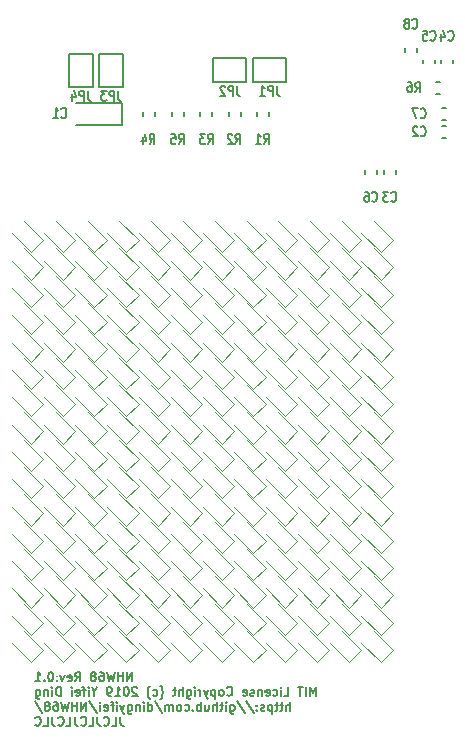
<source format=gbo>
G04 #@! TF.GenerationSoftware,KiCad,Pcbnew,(5.1.5)-3*
G04 #@! TF.CreationDate,2020-02-15T19:10:21-08:00*
G04 #@! TF.ProjectId,IS31FL3733-dev,49533331-464c-4333-9733-332d6465762e,0.1*
G04 #@! TF.SameCoordinates,Original*
G04 #@! TF.FileFunction,Legend,Bot*
G04 #@! TF.FilePolarity,Positive*
%FSLAX46Y46*%
G04 Gerber Fmt 4.6, Leading zero omitted, Abs format (unit mm)*
G04 Created by KiCad (PCBNEW (5.1.5)-3) date 2020-02-15 19:10:21*
%MOMM*%
%LPD*%
G04 APERTURE LIST*
%ADD10C,0.129000*%
%ADD11C,0.120000*%
%ADD12C,0.160000*%
%ADD13C,0.155000*%
%ADD14C,0.100000*%
%ADD15C,2.202000*%
%ADD16O,1.802000X1.802000*%
%ADD17R,1.802000X1.802000*%
G04 APERTURE END LIST*
D10*
X140665992Y-124383285D02*
X140665992Y-123633285D01*
X140237421Y-124383285D01*
X140237421Y-123633285D01*
X139880278Y-124383285D02*
X139880278Y-123633285D01*
X139880278Y-123990428D02*
X139451707Y-123990428D01*
X139451707Y-124383285D02*
X139451707Y-123633285D01*
X139165992Y-123633285D02*
X138987421Y-124383285D01*
X138844564Y-123847571D01*
X138701707Y-124383285D01*
X138523135Y-123633285D01*
X137915992Y-123633285D02*
X138058850Y-123633285D01*
X138130278Y-123669000D01*
X138165992Y-123704714D01*
X138237421Y-123811857D01*
X138273135Y-123954714D01*
X138273135Y-124240428D01*
X138237421Y-124311857D01*
X138201707Y-124347571D01*
X138130278Y-124383285D01*
X137987421Y-124383285D01*
X137915992Y-124347571D01*
X137880278Y-124311857D01*
X137844564Y-124240428D01*
X137844564Y-124061857D01*
X137880278Y-123990428D01*
X137915992Y-123954714D01*
X137987421Y-123919000D01*
X138130278Y-123919000D01*
X138201707Y-123954714D01*
X138237421Y-123990428D01*
X138273135Y-124061857D01*
X137415992Y-123954714D02*
X137487421Y-123919000D01*
X137523135Y-123883285D01*
X137558850Y-123811857D01*
X137558850Y-123776142D01*
X137523135Y-123704714D01*
X137487421Y-123669000D01*
X137415992Y-123633285D01*
X137273135Y-123633285D01*
X137201707Y-123669000D01*
X137165992Y-123704714D01*
X137130278Y-123776142D01*
X137130278Y-123811857D01*
X137165992Y-123883285D01*
X137201707Y-123919000D01*
X137273135Y-123954714D01*
X137415992Y-123954714D01*
X137487421Y-123990428D01*
X137523135Y-124026142D01*
X137558850Y-124097571D01*
X137558850Y-124240428D01*
X137523135Y-124311857D01*
X137487421Y-124347571D01*
X137415992Y-124383285D01*
X137273135Y-124383285D01*
X137201707Y-124347571D01*
X137165992Y-124311857D01*
X137130278Y-124240428D01*
X137130278Y-124097571D01*
X137165992Y-124026142D01*
X137201707Y-123990428D01*
X137273135Y-123954714D01*
X135808850Y-124383285D02*
X136058850Y-124026142D01*
X136237421Y-124383285D02*
X136237421Y-123633285D01*
X135951707Y-123633285D01*
X135880278Y-123669000D01*
X135844564Y-123704714D01*
X135808850Y-123776142D01*
X135808850Y-123883285D01*
X135844564Y-123954714D01*
X135880278Y-123990428D01*
X135951707Y-124026142D01*
X136237421Y-124026142D01*
X135201707Y-124347571D02*
X135273135Y-124383285D01*
X135415992Y-124383285D01*
X135487421Y-124347571D01*
X135523135Y-124276142D01*
X135523135Y-123990428D01*
X135487421Y-123919000D01*
X135415992Y-123883285D01*
X135273135Y-123883285D01*
X135201707Y-123919000D01*
X135165992Y-123990428D01*
X135165992Y-124061857D01*
X135523135Y-124133285D01*
X134915992Y-123883285D02*
X134737421Y-124383285D01*
X134558850Y-123883285D01*
X134273135Y-124311857D02*
X134237421Y-124347571D01*
X134273135Y-124383285D01*
X134308850Y-124347571D01*
X134273135Y-124311857D01*
X134273135Y-124383285D01*
X134273135Y-123919000D02*
X134237421Y-123954714D01*
X134273135Y-123990428D01*
X134308850Y-123954714D01*
X134273135Y-123919000D01*
X134273135Y-123990428D01*
X133773135Y-123633285D02*
X133701707Y-123633285D01*
X133630278Y-123669000D01*
X133594564Y-123704714D01*
X133558850Y-123776142D01*
X133523135Y-123919000D01*
X133523135Y-124097571D01*
X133558850Y-124240428D01*
X133594564Y-124311857D01*
X133630278Y-124347571D01*
X133701707Y-124383285D01*
X133773135Y-124383285D01*
X133844564Y-124347571D01*
X133880278Y-124311857D01*
X133915992Y-124240428D01*
X133951707Y-124097571D01*
X133951707Y-123919000D01*
X133915992Y-123776142D01*
X133880278Y-123704714D01*
X133844564Y-123669000D01*
X133773135Y-123633285D01*
X133201707Y-124311857D02*
X133165992Y-124347571D01*
X133201707Y-124383285D01*
X133237421Y-124347571D01*
X133201707Y-124311857D01*
X133201707Y-124383285D01*
X132451707Y-124383285D02*
X132880278Y-124383285D01*
X132665992Y-124383285D02*
X132665992Y-123633285D01*
X132737421Y-123740428D01*
X132808850Y-123811857D01*
X132880278Y-123847571D01*
X156201707Y-125637285D02*
X156201707Y-124887285D01*
X155951707Y-125423000D01*
X155701707Y-124887285D01*
X155701707Y-125637285D01*
X155344564Y-125637285D02*
X155344564Y-124887285D01*
X155094564Y-124887285D02*
X154665992Y-124887285D01*
X154880278Y-125637285D02*
X154880278Y-124887285D01*
X153487421Y-125637285D02*
X153844564Y-125637285D01*
X153844564Y-124887285D01*
X153237421Y-125637285D02*
X153237421Y-125137285D01*
X153237421Y-124887285D02*
X153273135Y-124923000D01*
X153237421Y-124958714D01*
X153201707Y-124923000D01*
X153237421Y-124887285D01*
X153237421Y-124958714D01*
X152558850Y-125601571D02*
X152630278Y-125637285D01*
X152773135Y-125637285D01*
X152844564Y-125601571D01*
X152880278Y-125565857D01*
X152915992Y-125494428D01*
X152915992Y-125280142D01*
X152880278Y-125208714D01*
X152844564Y-125173000D01*
X152773135Y-125137285D01*
X152630278Y-125137285D01*
X152558850Y-125173000D01*
X151951707Y-125601571D02*
X152023135Y-125637285D01*
X152165992Y-125637285D01*
X152237421Y-125601571D01*
X152273135Y-125530142D01*
X152273135Y-125244428D01*
X152237421Y-125173000D01*
X152165992Y-125137285D01*
X152023135Y-125137285D01*
X151951707Y-125173000D01*
X151915992Y-125244428D01*
X151915992Y-125315857D01*
X152273135Y-125387285D01*
X151594564Y-125137285D02*
X151594564Y-125637285D01*
X151594564Y-125208714D02*
X151558850Y-125173000D01*
X151487421Y-125137285D01*
X151380278Y-125137285D01*
X151308850Y-125173000D01*
X151273135Y-125244428D01*
X151273135Y-125637285D01*
X150951707Y-125601571D02*
X150880278Y-125637285D01*
X150737421Y-125637285D01*
X150665992Y-125601571D01*
X150630278Y-125530142D01*
X150630278Y-125494428D01*
X150665992Y-125423000D01*
X150737421Y-125387285D01*
X150844564Y-125387285D01*
X150915992Y-125351571D01*
X150951707Y-125280142D01*
X150951707Y-125244428D01*
X150915992Y-125173000D01*
X150844564Y-125137285D01*
X150737421Y-125137285D01*
X150665992Y-125173000D01*
X150023135Y-125601571D02*
X150094564Y-125637285D01*
X150237421Y-125637285D01*
X150308850Y-125601571D01*
X150344564Y-125530142D01*
X150344564Y-125244428D01*
X150308850Y-125173000D01*
X150237421Y-125137285D01*
X150094564Y-125137285D01*
X150023135Y-125173000D01*
X149987421Y-125244428D01*
X149987421Y-125315857D01*
X150344564Y-125387285D01*
X148665992Y-125565857D02*
X148701707Y-125601571D01*
X148808850Y-125637285D01*
X148880278Y-125637285D01*
X148987421Y-125601571D01*
X149058850Y-125530142D01*
X149094564Y-125458714D01*
X149130278Y-125315857D01*
X149130278Y-125208714D01*
X149094564Y-125065857D01*
X149058850Y-124994428D01*
X148987421Y-124923000D01*
X148880278Y-124887285D01*
X148808850Y-124887285D01*
X148701707Y-124923000D01*
X148665992Y-124958714D01*
X148237421Y-125637285D02*
X148308850Y-125601571D01*
X148344564Y-125565857D01*
X148380278Y-125494428D01*
X148380278Y-125280142D01*
X148344564Y-125208714D01*
X148308850Y-125173000D01*
X148237421Y-125137285D01*
X148130278Y-125137285D01*
X148058850Y-125173000D01*
X148023135Y-125208714D01*
X147987421Y-125280142D01*
X147987421Y-125494428D01*
X148023135Y-125565857D01*
X148058850Y-125601571D01*
X148130278Y-125637285D01*
X148237421Y-125637285D01*
X147665992Y-125137285D02*
X147665992Y-125887285D01*
X147665992Y-125173000D02*
X147594564Y-125137285D01*
X147451707Y-125137285D01*
X147380278Y-125173000D01*
X147344564Y-125208714D01*
X147308850Y-125280142D01*
X147308850Y-125494428D01*
X147344564Y-125565857D01*
X147380278Y-125601571D01*
X147451707Y-125637285D01*
X147594564Y-125637285D01*
X147665992Y-125601571D01*
X147058850Y-125137285D02*
X146880278Y-125637285D01*
X146701707Y-125137285D02*
X146880278Y-125637285D01*
X146951707Y-125815857D01*
X146987421Y-125851571D01*
X147058850Y-125887285D01*
X146415992Y-125637285D02*
X146415992Y-125137285D01*
X146415992Y-125280142D02*
X146380278Y-125208714D01*
X146344564Y-125173000D01*
X146273135Y-125137285D01*
X146201707Y-125137285D01*
X145951707Y-125637285D02*
X145951707Y-125137285D01*
X145951707Y-124887285D02*
X145987421Y-124923000D01*
X145951707Y-124958714D01*
X145915992Y-124923000D01*
X145951707Y-124887285D01*
X145951707Y-124958714D01*
X145273135Y-125137285D02*
X145273135Y-125744428D01*
X145308850Y-125815857D01*
X145344564Y-125851571D01*
X145415992Y-125887285D01*
X145523135Y-125887285D01*
X145594564Y-125851571D01*
X145273135Y-125601571D02*
X145344564Y-125637285D01*
X145487421Y-125637285D01*
X145558850Y-125601571D01*
X145594564Y-125565857D01*
X145630278Y-125494428D01*
X145630278Y-125280142D01*
X145594564Y-125208714D01*
X145558850Y-125173000D01*
X145487421Y-125137285D01*
X145344564Y-125137285D01*
X145273135Y-125173000D01*
X144915992Y-125637285D02*
X144915992Y-124887285D01*
X144594564Y-125637285D02*
X144594564Y-125244428D01*
X144630278Y-125173000D01*
X144701707Y-125137285D01*
X144808850Y-125137285D01*
X144880278Y-125173000D01*
X144915992Y-125208714D01*
X144344564Y-125137285D02*
X144058850Y-125137285D01*
X144237421Y-124887285D02*
X144237421Y-125530142D01*
X144201707Y-125601571D01*
X144130278Y-125637285D01*
X144058850Y-125637285D01*
X143023135Y-125923000D02*
X143058850Y-125887285D01*
X143130278Y-125780142D01*
X143165992Y-125708714D01*
X143201707Y-125601571D01*
X143237421Y-125423000D01*
X143237421Y-125280142D01*
X143201707Y-125101571D01*
X143165992Y-124994428D01*
X143130278Y-124923000D01*
X143058850Y-124815857D01*
X143023135Y-124780142D01*
X142415992Y-125601571D02*
X142487421Y-125637285D01*
X142630278Y-125637285D01*
X142701707Y-125601571D01*
X142737421Y-125565857D01*
X142773135Y-125494428D01*
X142773135Y-125280142D01*
X142737421Y-125208714D01*
X142701707Y-125173000D01*
X142630278Y-125137285D01*
X142487421Y-125137285D01*
X142415992Y-125173000D01*
X142165992Y-125923000D02*
X142130278Y-125887285D01*
X142058850Y-125780142D01*
X142023135Y-125708714D01*
X141987421Y-125601571D01*
X141951707Y-125423000D01*
X141951707Y-125280142D01*
X141987421Y-125101571D01*
X142023135Y-124994428D01*
X142058850Y-124923000D01*
X142130278Y-124815857D01*
X142165992Y-124780142D01*
X141058850Y-124958714D02*
X141023135Y-124923000D01*
X140951707Y-124887285D01*
X140773135Y-124887285D01*
X140701707Y-124923000D01*
X140665992Y-124958714D01*
X140630278Y-125030142D01*
X140630278Y-125101571D01*
X140665992Y-125208714D01*
X141094564Y-125637285D01*
X140630278Y-125637285D01*
X140165992Y-124887285D02*
X140094564Y-124887285D01*
X140023135Y-124923000D01*
X139987421Y-124958714D01*
X139951707Y-125030142D01*
X139915992Y-125173000D01*
X139915992Y-125351571D01*
X139951707Y-125494428D01*
X139987421Y-125565857D01*
X140023135Y-125601571D01*
X140094564Y-125637285D01*
X140165992Y-125637285D01*
X140237421Y-125601571D01*
X140273135Y-125565857D01*
X140308850Y-125494428D01*
X140344564Y-125351571D01*
X140344564Y-125173000D01*
X140308850Y-125030142D01*
X140273135Y-124958714D01*
X140237421Y-124923000D01*
X140165992Y-124887285D01*
X139201707Y-125637285D02*
X139630278Y-125637285D01*
X139415992Y-125637285D02*
X139415992Y-124887285D01*
X139487421Y-124994428D01*
X139558850Y-125065857D01*
X139630278Y-125101571D01*
X138844564Y-125637285D02*
X138701707Y-125637285D01*
X138630278Y-125601571D01*
X138594564Y-125565857D01*
X138523135Y-125458714D01*
X138487421Y-125315857D01*
X138487421Y-125030142D01*
X138523135Y-124958714D01*
X138558850Y-124923000D01*
X138630278Y-124887285D01*
X138773135Y-124887285D01*
X138844564Y-124923000D01*
X138880278Y-124958714D01*
X138915992Y-125030142D01*
X138915992Y-125208714D01*
X138880278Y-125280142D01*
X138844564Y-125315857D01*
X138773135Y-125351571D01*
X138630278Y-125351571D01*
X138558850Y-125315857D01*
X138523135Y-125280142D01*
X138487421Y-125208714D01*
X137451707Y-125280142D02*
X137451707Y-125637285D01*
X137701707Y-124887285D02*
X137451707Y-125280142D01*
X137201707Y-124887285D01*
X136951707Y-125637285D02*
X136951707Y-125137285D01*
X136951707Y-124887285D02*
X136987421Y-124923000D01*
X136951707Y-124958714D01*
X136915992Y-124923000D01*
X136951707Y-124887285D01*
X136951707Y-124958714D01*
X136701707Y-125137285D02*
X136415992Y-125137285D01*
X136594564Y-125637285D02*
X136594564Y-124994428D01*
X136558850Y-124923000D01*
X136487421Y-124887285D01*
X136415992Y-124887285D01*
X135880278Y-125601571D02*
X135951707Y-125637285D01*
X136094564Y-125637285D01*
X136165992Y-125601571D01*
X136201707Y-125530142D01*
X136201707Y-125244428D01*
X136165992Y-125173000D01*
X136094564Y-125137285D01*
X135951707Y-125137285D01*
X135880278Y-125173000D01*
X135844564Y-125244428D01*
X135844564Y-125315857D01*
X136201707Y-125387285D01*
X135523135Y-125637285D02*
X135523135Y-125137285D01*
X135523135Y-124887285D02*
X135558850Y-124923000D01*
X135523135Y-124958714D01*
X135487421Y-124923000D01*
X135523135Y-124887285D01*
X135523135Y-124958714D01*
X134594564Y-125637285D02*
X134594564Y-124887285D01*
X134415992Y-124887285D01*
X134308850Y-124923000D01*
X134237421Y-124994428D01*
X134201707Y-125065857D01*
X134165992Y-125208714D01*
X134165992Y-125315857D01*
X134201707Y-125458714D01*
X134237421Y-125530142D01*
X134308850Y-125601571D01*
X134415992Y-125637285D01*
X134594564Y-125637285D01*
X133844564Y-125637285D02*
X133844564Y-125137285D01*
X133844564Y-124887285D02*
X133880278Y-124923000D01*
X133844564Y-124958714D01*
X133808850Y-124923000D01*
X133844564Y-124887285D01*
X133844564Y-124958714D01*
X133487421Y-125137285D02*
X133487421Y-125637285D01*
X133487421Y-125208714D02*
X133451707Y-125173000D01*
X133380278Y-125137285D01*
X133273135Y-125137285D01*
X133201707Y-125173000D01*
X133165992Y-125244428D01*
X133165992Y-125637285D01*
X132487421Y-125137285D02*
X132487421Y-125744428D01*
X132523135Y-125815857D01*
X132558850Y-125851571D01*
X132630278Y-125887285D01*
X132737421Y-125887285D01*
X132808850Y-125851571D01*
X132487421Y-125601571D02*
X132558850Y-125637285D01*
X132701707Y-125637285D01*
X132773135Y-125601571D01*
X132808850Y-125565857D01*
X132844564Y-125494428D01*
X132844564Y-125280142D01*
X132808850Y-125208714D01*
X132773135Y-125173000D01*
X132701707Y-125137285D01*
X132558850Y-125137285D01*
X132487421Y-125173000D01*
X154023135Y-126891285D02*
X154023135Y-126141285D01*
X153701707Y-126891285D02*
X153701707Y-126498428D01*
X153737421Y-126427000D01*
X153808850Y-126391285D01*
X153915992Y-126391285D01*
X153987421Y-126427000D01*
X154023135Y-126462714D01*
X153451707Y-126391285D02*
X153165992Y-126391285D01*
X153344564Y-126141285D02*
X153344564Y-126784142D01*
X153308850Y-126855571D01*
X153237421Y-126891285D01*
X153165992Y-126891285D01*
X153023135Y-126391285D02*
X152737421Y-126391285D01*
X152915992Y-126141285D02*
X152915992Y-126784142D01*
X152880278Y-126855571D01*
X152808850Y-126891285D01*
X152737421Y-126891285D01*
X152487421Y-126391285D02*
X152487421Y-127141285D01*
X152487421Y-126427000D02*
X152415992Y-126391285D01*
X152273135Y-126391285D01*
X152201707Y-126427000D01*
X152165992Y-126462714D01*
X152130278Y-126534142D01*
X152130278Y-126748428D01*
X152165992Y-126819857D01*
X152201707Y-126855571D01*
X152273135Y-126891285D01*
X152415992Y-126891285D01*
X152487421Y-126855571D01*
X151844564Y-126855571D02*
X151773135Y-126891285D01*
X151630278Y-126891285D01*
X151558850Y-126855571D01*
X151523135Y-126784142D01*
X151523135Y-126748428D01*
X151558850Y-126677000D01*
X151630278Y-126641285D01*
X151737421Y-126641285D01*
X151808850Y-126605571D01*
X151844564Y-126534142D01*
X151844564Y-126498428D01*
X151808850Y-126427000D01*
X151737421Y-126391285D01*
X151630278Y-126391285D01*
X151558850Y-126427000D01*
X151201707Y-126819857D02*
X151165992Y-126855571D01*
X151201707Y-126891285D01*
X151237421Y-126855571D01*
X151201707Y-126819857D01*
X151201707Y-126891285D01*
X151201707Y-126427000D02*
X151165992Y-126462714D01*
X151201707Y-126498428D01*
X151237421Y-126462714D01*
X151201707Y-126427000D01*
X151201707Y-126498428D01*
X150308850Y-126105571D02*
X150951707Y-127069857D01*
X149523135Y-126105571D02*
X150165992Y-127069857D01*
X148951707Y-126391285D02*
X148951707Y-126998428D01*
X148987421Y-127069857D01*
X149023135Y-127105571D01*
X149094564Y-127141285D01*
X149201707Y-127141285D01*
X149273135Y-127105571D01*
X148951707Y-126855571D02*
X149023135Y-126891285D01*
X149165992Y-126891285D01*
X149237421Y-126855571D01*
X149273135Y-126819857D01*
X149308850Y-126748428D01*
X149308850Y-126534142D01*
X149273135Y-126462714D01*
X149237421Y-126427000D01*
X149165992Y-126391285D01*
X149023135Y-126391285D01*
X148951707Y-126427000D01*
X148594564Y-126891285D02*
X148594564Y-126391285D01*
X148594564Y-126141285D02*
X148630278Y-126177000D01*
X148594564Y-126212714D01*
X148558850Y-126177000D01*
X148594564Y-126141285D01*
X148594564Y-126212714D01*
X148344564Y-126391285D02*
X148058850Y-126391285D01*
X148237421Y-126141285D02*
X148237421Y-126784142D01*
X148201707Y-126855571D01*
X148130278Y-126891285D01*
X148058850Y-126891285D01*
X147808850Y-126891285D02*
X147808850Y-126141285D01*
X147487421Y-126891285D02*
X147487421Y-126498428D01*
X147523135Y-126427000D01*
X147594564Y-126391285D01*
X147701707Y-126391285D01*
X147773135Y-126427000D01*
X147808850Y-126462714D01*
X146808850Y-126391285D02*
X146808850Y-126891285D01*
X147130278Y-126391285D02*
X147130278Y-126784142D01*
X147094564Y-126855571D01*
X147023135Y-126891285D01*
X146915992Y-126891285D01*
X146844564Y-126855571D01*
X146808850Y-126819857D01*
X146451707Y-126891285D02*
X146451707Y-126141285D01*
X146451707Y-126427000D02*
X146380278Y-126391285D01*
X146237421Y-126391285D01*
X146165992Y-126427000D01*
X146130278Y-126462714D01*
X146094564Y-126534142D01*
X146094564Y-126748428D01*
X146130278Y-126819857D01*
X146165992Y-126855571D01*
X146237421Y-126891285D01*
X146380278Y-126891285D01*
X146451707Y-126855571D01*
X145773135Y-126819857D02*
X145737421Y-126855571D01*
X145773135Y-126891285D01*
X145808850Y-126855571D01*
X145773135Y-126819857D01*
X145773135Y-126891285D01*
X145094564Y-126855571D02*
X145165992Y-126891285D01*
X145308850Y-126891285D01*
X145380278Y-126855571D01*
X145415992Y-126819857D01*
X145451707Y-126748428D01*
X145451707Y-126534142D01*
X145415992Y-126462714D01*
X145380278Y-126427000D01*
X145308850Y-126391285D01*
X145165992Y-126391285D01*
X145094564Y-126427000D01*
X144665992Y-126891285D02*
X144737421Y-126855571D01*
X144773135Y-126819857D01*
X144808850Y-126748428D01*
X144808850Y-126534142D01*
X144773135Y-126462714D01*
X144737421Y-126427000D01*
X144665992Y-126391285D01*
X144558850Y-126391285D01*
X144487421Y-126427000D01*
X144451707Y-126462714D01*
X144415992Y-126534142D01*
X144415992Y-126748428D01*
X144451707Y-126819857D01*
X144487421Y-126855571D01*
X144558850Y-126891285D01*
X144665992Y-126891285D01*
X144094564Y-126891285D02*
X144094564Y-126391285D01*
X144094564Y-126462714D02*
X144058850Y-126427000D01*
X143987421Y-126391285D01*
X143880278Y-126391285D01*
X143808850Y-126427000D01*
X143773135Y-126498428D01*
X143773135Y-126891285D01*
X143773135Y-126498428D02*
X143737421Y-126427000D01*
X143665992Y-126391285D01*
X143558850Y-126391285D01*
X143487421Y-126427000D01*
X143451707Y-126498428D01*
X143451707Y-126891285D01*
X142558850Y-126105571D02*
X143201707Y-127069857D01*
X141987421Y-126891285D02*
X141987421Y-126141285D01*
X141987421Y-126855571D02*
X142058850Y-126891285D01*
X142201707Y-126891285D01*
X142273135Y-126855571D01*
X142308850Y-126819857D01*
X142344564Y-126748428D01*
X142344564Y-126534142D01*
X142308850Y-126462714D01*
X142273135Y-126427000D01*
X142201707Y-126391285D01*
X142058850Y-126391285D01*
X141987421Y-126427000D01*
X141630278Y-126891285D02*
X141630278Y-126391285D01*
X141630278Y-126141285D02*
X141665992Y-126177000D01*
X141630278Y-126212714D01*
X141594564Y-126177000D01*
X141630278Y-126141285D01*
X141630278Y-126212714D01*
X141273135Y-126391285D02*
X141273135Y-126891285D01*
X141273135Y-126462714D02*
X141237421Y-126427000D01*
X141165992Y-126391285D01*
X141058850Y-126391285D01*
X140987421Y-126427000D01*
X140951707Y-126498428D01*
X140951707Y-126891285D01*
X140273135Y-126391285D02*
X140273135Y-126998428D01*
X140308850Y-127069857D01*
X140344564Y-127105571D01*
X140415992Y-127141285D01*
X140523135Y-127141285D01*
X140594564Y-127105571D01*
X140273135Y-126855571D02*
X140344564Y-126891285D01*
X140487421Y-126891285D01*
X140558850Y-126855571D01*
X140594564Y-126819857D01*
X140630278Y-126748428D01*
X140630278Y-126534142D01*
X140594564Y-126462714D01*
X140558850Y-126427000D01*
X140487421Y-126391285D01*
X140344564Y-126391285D01*
X140273135Y-126427000D01*
X139987421Y-126391285D02*
X139808850Y-126891285D01*
X139630278Y-126391285D02*
X139808850Y-126891285D01*
X139880278Y-127069857D01*
X139915992Y-127105571D01*
X139987421Y-127141285D01*
X139344564Y-126891285D02*
X139344564Y-126391285D01*
X139344564Y-126141285D02*
X139380278Y-126177000D01*
X139344564Y-126212714D01*
X139308850Y-126177000D01*
X139344564Y-126141285D01*
X139344564Y-126212714D01*
X139094564Y-126391285D02*
X138808850Y-126391285D01*
X138987421Y-126891285D02*
X138987421Y-126248428D01*
X138951707Y-126177000D01*
X138880278Y-126141285D01*
X138808850Y-126141285D01*
X138273135Y-126855571D02*
X138344564Y-126891285D01*
X138487421Y-126891285D01*
X138558850Y-126855571D01*
X138594564Y-126784142D01*
X138594564Y-126498428D01*
X138558850Y-126427000D01*
X138487421Y-126391285D01*
X138344564Y-126391285D01*
X138273135Y-126427000D01*
X138237421Y-126498428D01*
X138237421Y-126569857D01*
X138594564Y-126641285D01*
X137915992Y-126891285D02*
X137915992Y-126391285D01*
X137915992Y-126141285D02*
X137951707Y-126177000D01*
X137915992Y-126212714D01*
X137880278Y-126177000D01*
X137915992Y-126141285D01*
X137915992Y-126212714D01*
X137023135Y-126105571D02*
X137665992Y-127069857D01*
X136773135Y-126891285D02*
X136773135Y-126141285D01*
X136344564Y-126891285D01*
X136344564Y-126141285D01*
X135987421Y-126891285D02*
X135987421Y-126141285D01*
X135987421Y-126498428D02*
X135558850Y-126498428D01*
X135558850Y-126891285D02*
X135558850Y-126141285D01*
X135273135Y-126141285D02*
X135094564Y-126891285D01*
X134951707Y-126355571D01*
X134808850Y-126891285D01*
X134630278Y-126141285D01*
X134023135Y-126141285D02*
X134165992Y-126141285D01*
X134237421Y-126177000D01*
X134273135Y-126212714D01*
X134344564Y-126319857D01*
X134380278Y-126462714D01*
X134380278Y-126748428D01*
X134344564Y-126819857D01*
X134308850Y-126855571D01*
X134237421Y-126891285D01*
X134094564Y-126891285D01*
X134023135Y-126855571D01*
X133987421Y-126819857D01*
X133951707Y-126748428D01*
X133951707Y-126569857D01*
X133987421Y-126498428D01*
X134023135Y-126462714D01*
X134094564Y-126427000D01*
X134237421Y-126427000D01*
X134308850Y-126462714D01*
X134344564Y-126498428D01*
X134380278Y-126569857D01*
X133523135Y-126462714D02*
X133594564Y-126427000D01*
X133630278Y-126391285D01*
X133665992Y-126319857D01*
X133665992Y-126284142D01*
X133630278Y-126212714D01*
X133594564Y-126177000D01*
X133523135Y-126141285D01*
X133380278Y-126141285D01*
X133308849Y-126177000D01*
X133273135Y-126212714D01*
X133237421Y-126284142D01*
X133237421Y-126319857D01*
X133273135Y-126391285D01*
X133308849Y-126427000D01*
X133380278Y-126462714D01*
X133523135Y-126462714D01*
X133594564Y-126498428D01*
X133630278Y-126534142D01*
X133665992Y-126605571D01*
X133665992Y-126748428D01*
X133630278Y-126819857D01*
X133594564Y-126855571D01*
X133523135Y-126891285D01*
X133380278Y-126891285D01*
X133308849Y-126855571D01*
X133273135Y-126819857D01*
X133237421Y-126748428D01*
X133237421Y-126605571D01*
X133273135Y-126534142D01*
X133308849Y-126498428D01*
X133380278Y-126462714D01*
X132380278Y-126105571D02*
X133023135Y-127069857D01*
X139630278Y-127395285D02*
X139630278Y-127931000D01*
X139665992Y-128038142D01*
X139737421Y-128109571D01*
X139844564Y-128145285D01*
X139915992Y-128145285D01*
X138915992Y-128145285D02*
X139273135Y-128145285D01*
X139273135Y-127395285D01*
X138237421Y-128073857D02*
X138273135Y-128109571D01*
X138380278Y-128145285D01*
X138451707Y-128145285D01*
X138558850Y-128109571D01*
X138630278Y-128038142D01*
X138665992Y-127966714D01*
X138701707Y-127823857D01*
X138701707Y-127716714D01*
X138665992Y-127573857D01*
X138630278Y-127502428D01*
X138558850Y-127431000D01*
X138451707Y-127395285D01*
X138380278Y-127395285D01*
X138273135Y-127431000D01*
X138237421Y-127466714D01*
X137701707Y-127395285D02*
X137701707Y-127931000D01*
X137737421Y-128038142D01*
X137808850Y-128109571D01*
X137915992Y-128145285D01*
X137987421Y-128145285D01*
X136987421Y-128145285D02*
X137344564Y-128145285D01*
X137344564Y-127395285D01*
X136308850Y-128073857D02*
X136344564Y-128109571D01*
X136451707Y-128145285D01*
X136523135Y-128145285D01*
X136630278Y-128109571D01*
X136701707Y-128038142D01*
X136737421Y-127966714D01*
X136773135Y-127823857D01*
X136773135Y-127716714D01*
X136737421Y-127573857D01*
X136701707Y-127502428D01*
X136630278Y-127431000D01*
X136523135Y-127395285D01*
X136451707Y-127395285D01*
X136344564Y-127431000D01*
X136308850Y-127466714D01*
X135773135Y-127395285D02*
X135773135Y-127931000D01*
X135808850Y-128038142D01*
X135880278Y-128109571D01*
X135987421Y-128145285D01*
X136058850Y-128145285D01*
X135058850Y-128145285D02*
X135415992Y-128145285D01*
X135415992Y-127395285D01*
X134380278Y-128073857D02*
X134415992Y-128109571D01*
X134523135Y-128145285D01*
X134594564Y-128145285D01*
X134701707Y-128109571D01*
X134773135Y-128038142D01*
X134808850Y-127966714D01*
X134844564Y-127823857D01*
X134844564Y-127716714D01*
X134808850Y-127573857D01*
X134773135Y-127502428D01*
X134701707Y-127431000D01*
X134594564Y-127395285D01*
X134523135Y-127395285D01*
X134415992Y-127431000D01*
X134380278Y-127466714D01*
X133844564Y-127395285D02*
X133844564Y-127931000D01*
X133880278Y-128038142D01*
X133951707Y-128109571D01*
X134058850Y-128145285D01*
X134130278Y-128145285D01*
X133130278Y-128145285D02*
X133487421Y-128145285D01*
X133487421Y-127395285D01*
X132451707Y-128073857D02*
X132487421Y-128109571D01*
X132594564Y-128145285D01*
X132665992Y-128145285D01*
X132773135Y-128109571D01*
X132844564Y-128038142D01*
X132880278Y-127966714D01*
X132915992Y-127823857D01*
X132915992Y-127716714D01*
X132880278Y-127573857D01*
X132844564Y-127502428D01*
X132773135Y-127431000D01*
X132665992Y-127395285D01*
X132594564Y-127395285D01*
X132487421Y-127431000D01*
X132451707Y-127466714D01*
D11*
X132067330Y-122783922D02*
X130451591Y-121168183D01*
X133106777Y-121744475D02*
X132067330Y-122783922D01*
X131491038Y-120128736D02*
X133106777Y-121744475D01*
X132067330Y-120470779D02*
X130451591Y-118855040D01*
X133106777Y-119431332D02*
X132067330Y-120470779D01*
X131491038Y-117815593D02*
X133106777Y-119431332D01*
X132067330Y-118157636D02*
X130451591Y-116541897D01*
X133106777Y-117118189D02*
X132067330Y-118157636D01*
X131491038Y-115502450D02*
X133106777Y-117118189D01*
X132067330Y-115844493D02*
X130451591Y-114228754D01*
X133106777Y-114805046D02*
X132067330Y-115844493D01*
X131491038Y-113189307D02*
X133106777Y-114805046D01*
X132067330Y-113531350D02*
X130451591Y-111915611D01*
X133106777Y-112491903D02*
X132067330Y-113531350D01*
X131491038Y-110876164D02*
X133106777Y-112491903D01*
X132067330Y-111218207D02*
X130451591Y-109602468D01*
X133106777Y-110178760D02*
X132067330Y-111218207D01*
X131491038Y-108563021D02*
X133106777Y-110178760D01*
X132067330Y-108905064D02*
X130451591Y-107289325D01*
X133106777Y-107865617D02*
X132067330Y-108905064D01*
X131491038Y-106249878D02*
X133106777Y-107865617D01*
X132067330Y-106591921D02*
X130451591Y-104976182D01*
X133106777Y-105552474D02*
X132067330Y-106591921D01*
X131491038Y-103936735D02*
X133106777Y-105552474D01*
X132067330Y-104278778D02*
X130451591Y-102663039D01*
X133106777Y-103239331D02*
X132067330Y-104278778D01*
X131491038Y-101623592D02*
X133106777Y-103239331D01*
X132067330Y-101965635D02*
X130451591Y-100349896D01*
X133106777Y-100926188D02*
X132067330Y-101965635D01*
X131491038Y-99310449D02*
X133106777Y-100926188D01*
X132067330Y-99652492D02*
X130451591Y-98036753D01*
X133106777Y-98613045D02*
X132067330Y-99652492D01*
X131491038Y-96997306D02*
X133106777Y-98613045D01*
X132067330Y-97339349D02*
X130451591Y-95723610D01*
X133106777Y-96299902D02*
X132067330Y-97339349D01*
X131491038Y-94684163D02*
X133106777Y-96299902D01*
X132067330Y-95026206D02*
X130451591Y-93410467D01*
X133106777Y-93986759D02*
X132067330Y-95026206D01*
X131491038Y-92371020D02*
X133106777Y-93986759D01*
X132067330Y-92713063D02*
X130451591Y-91097324D01*
X133106777Y-91673616D02*
X132067330Y-92713063D01*
X131491038Y-90057877D02*
X133106777Y-91673616D01*
X132067330Y-90399920D02*
X130451591Y-88784181D01*
X133106777Y-89360473D02*
X132067330Y-90399920D01*
X131491038Y-87744734D02*
X133106777Y-89360473D01*
X132067330Y-88086777D02*
X130451591Y-86471038D01*
X133106777Y-87047330D02*
X132067330Y-88086777D01*
X131491038Y-85431591D02*
X133106777Y-87047330D01*
X134758889Y-122783922D02*
X133143150Y-121168183D01*
X135798336Y-121744475D02*
X134758889Y-122783922D01*
X134182597Y-120128736D02*
X135798336Y-121744475D01*
X134758889Y-120470779D02*
X133143150Y-118855040D01*
X135798336Y-119431332D02*
X134758889Y-120470779D01*
X134182597Y-117815593D02*
X135798336Y-119431332D01*
X134758889Y-118157636D02*
X133143150Y-116541897D01*
X135798336Y-117118189D02*
X134758889Y-118157636D01*
X134182597Y-115502450D02*
X135798336Y-117118189D01*
X134758889Y-115844493D02*
X133143150Y-114228754D01*
X135798336Y-114805046D02*
X134758889Y-115844493D01*
X134182597Y-113189307D02*
X135798336Y-114805046D01*
X134758889Y-113531350D02*
X133143150Y-111915611D01*
X135798336Y-112491903D02*
X134758889Y-113531350D01*
X134182597Y-110876164D02*
X135798336Y-112491903D01*
X134758889Y-111218207D02*
X133143150Y-109602468D01*
X135798336Y-110178760D02*
X134758889Y-111218207D01*
X134182597Y-108563021D02*
X135798336Y-110178760D01*
X134758889Y-108905064D02*
X133143150Y-107289325D01*
X135798336Y-107865617D02*
X134758889Y-108905064D01*
X134182597Y-106249878D02*
X135798336Y-107865617D01*
X134758889Y-106591921D02*
X133143150Y-104976182D01*
X135798336Y-105552474D02*
X134758889Y-106591921D01*
X134182597Y-103936735D02*
X135798336Y-105552474D01*
X134758889Y-104278778D02*
X133143150Y-102663039D01*
X135798336Y-103239331D02*
X134758889Y-104278778D01*
X134182597Y-101623592D02*
X135798336Y-103239331D01*
X134758889Y-101965635D02*
X133143150Y-100349896D01*
X135798336Y-100926188D02*
X134758889Y-101965635D01*
X134182597Y-99310449D02*
X135798336Y-100926188D01*
X134758889Y-99652492D02*
X133143150Y-98036753D01*
X135798336Y-98613045D02*
X134758889Y-99652492D01*
X134182597Y-96997306D02*
X135798336Y-98613045D01*
X134758889Y-97339349D02*
X133143150Y-95723610D01*
X135798336Y-96299902D02*
X134758889Y-97339349D01*
X134182597Y-94684163D02*
X135798336Y-96299902D01*
X134758889Y-95026206D02*
X133143150Y-93410467D01*
X135798336Y-93986759D02*
X134758889Y-95026206D01*
X134182597Y-92371020D02*
X135798336Y-93986759D01*
X134758889Y-92713063D02*
X133143150Y-91097324D01*
X135798336Y-91673616D02*
X134758889Y-92713063D01*
X134182597Y-90057877D02*
X135798336Y-91673616D01*
X134758889Y-90399920D02*
X133143150Y-88784181D01*
X135798336Y-89360473D02*
X134758889Y-90399920D01*
X134182597Y-87744734D02*
X135798336Y-89360473D01*
X134758889Y-88086777D02*
X133143150Y-86471038D01*
X135798336Y-87047330D02*
X134758889Y-88086777D01*
X134182597Y-85431591D02*
X135798336Y-87047330D01*
X137450448Y-122783922D02*
X135834709Y-121168183D01*
X138489895Y-121744475D02*
X137450448Y-122783922D01*
X136874156Y-120128736D02*
X138489895Y-121744475D01*
X137450448Y-120470779D02*
X135834709Y-118855040D01*
X138489895Y-119431332D02*
X137450448Y-120470779D01*
X136874156Y-117815593D02*
X138489895Y-119431332D01*
X137450448Y-118157636D02*
X135834709Y-116541897D01*
X138489895Y-117118189D02*
X137450448Y-118157636D01*
X136874156Y-115502450D02*
X138489895Y-117118189D01*
X137450448Y-115844493D02*
X135834709Y-114228754D01*
X138489895Y-114805046D02*
X137450448Y-115844493D01*
X136874156Y-113189307D02*
X138489895Y-114805046D01*
X137450448Y-113531350D02*
X135834709Y-111915611D01*
X138489895Y-112491903D02*
X137450448Y-113531350D01*
X136874156Y-110876164D02*
X138489895Y-112491903D01*
X137450448Y-111218207D02*
X135834709Y-109602468D01*
X138489895Y-110178760D02*
X137450448Y-111218207D01*
X136874156Y-108563021D02*
X138489895Y-110178760D01*
X137450448Y-108905064D02*
X135834709Y-107289325D01*
X138489895Y-107865617D02*
X137450448Y-108905064D01*
X136874156Y-106249878D02*
X138489895Y-107865617D01*
X137450448Y-106591921D02*
X135834709Y-104976182D01*
X138489895Y-105552474D02*
X137450448Y-106591921D01*
X136874156Y-103936735D02*
X138489895Y-105552474D01*
X137450448Y-104278778D02*
X135834709Y-102663039D01*
X138489895Y-103239331D02*
X137450448Y-104278778D01*
X136874156Y-101623592D02*
X138489895Y-103239331D01*
X137450448Y-101965635D02*
X135834709Y-100349896D01*
X138489895Y-100926188D02*
X137450448Y-101965635D01*
X136874156Y-99310449D02*
X138489895Y-100926188D01*
X137450448Y-99652492D02*
X135834709Y-98036753D01*
X138489895Y-98613045D02*
X137450448Y-99652492D01*
X136874156Y-96997306D02*
X138489895Y-98613045D01*
X137450448Y-97339349D02*
X135834709Y-95723610D01*
X138489895Y-96299902D02*
X137450448Y-97339349D01*
X136874156Y-94684163D02*
X138489895Y-96299902D01*
X137450448Y-95026206D02*
X135834709Y-93410467D01*
X138489895Y-93986759D02*
X137450448Y-95026206D01*
X136874156Y-92371020D02*
X138489895Y-93986759D01*
X137450448Y-92713063D02*
X135834709Y-91097324D01*
X138489895Y-91673616D02*
X137450448Y-92713063D01*
X136874156Y-90057877D02*
X138489895Y-91673616D01*
X137450448Y-90399920D02*
X135834709Y-88784181D01*
X138489895Y-89360473D02*
X137450448Y-90399920D01*
X136874156Y-87744734D02*
X138489895Y-89360473D01*
X137450448Y-88086777D02*
X135834709Y-86471038D01*
X138489895Y-87047330D02*
X137450448Y-88086777D01*
X136874156Y-85431591D02*
X138489895Y-87047330D01*
X140142007Y-122783922D02*
X138526268Y-121168183D01*
X141181454Y-121744475D02*
X140142007Y-122783922D01*
X139565715Y-120128736D02*
X141181454Y-121744475D01*
X140142007Y-120470779D02*
X138526268Y-118855040D01*
X141181454Y-119431332D02*
X140142007Y-120470779D01*
X139565715Y-117815593D02*
X141181454Y-119431332D01*
X140142007Y-118157636D02*
X138526268Y-116541897D01*
X141181454Y-117118189D02*
X140142007Y-118157636D01*
X139565715Y-115502450D02*
X141181454Y-117118189D01*
X140142007Y-115844493D02*
X138526268Y-114228754D01*
X141181454Y-114805046D02*
X140142007Y-115844493D01*
X139565715Y-113189307D02*
X141181454Y-114805046D01*
X140142007Y-113531350D02*
X138526268Y-111915611D01*
X141181454Y-112491903D02*
X140142007Y-113531350D01*
X139565715Y-110876164D02*
X141181454Y-112491903D01*
X140142007Y-111218207D02*
X138526268Y-109602468D01*
X141181454Y-110178760D02*
X140142007Y-111218207D01*
X139565715Y-108563021D02*
X141181454Y-110178760D01*
X140142007Y-108905064D02*
X138526268Y-107289325D01*
X141181454Y-107865617D02*
X140142007Y-108905064D01*
X139565715Y-106249878D02*
X141181454Y-107865617D01*
X140142007Y-106591921D02*
X138526268Y-104976182D01*
X141181454Y-105552474D02*
X140142007Y-106591921D01*
X139565715Y-103936735D02*
X141181454Y-105552474D01*
X140142007Y-104278778D02*
X138526268Y-102663039D01*
X141181454Y-103239331D02*
X140142007Y-104278778D01*
X139565715Y-101623592D02*
X141181454Y-103239331D01*
X140142007Y-101965635D02*
X138526268Y-100349896D01*
X141181454Y-100926188D02*
X140142007Y-101965635D01*
X139565715Y-99310449D02*
X141181454Y-100926188D01*
X140142007Y-99652492D02*
X138526268Y-98036753D01*
X141181454Y-98613045D02*
X140142007Y-99652492D01*
X139565715Y-96997306D02*
X141181454Y-98613045D01*
X140142007Y-97339349D02*
X138526268Y-95723610D01*
X141181454Y-96299902D02*
X140142007Y-97339349D01*
X139565715Y-94684163D02*
X141181454Y-96299902D01*
X140142007Y-95026206D02*
X138526268Y-93410467D01*
X141181454Y-93986759D02*
X140142007Y-95026206D01*
X139565715Y-92371020D02*
X141181454Y-93986759D01*
X140142007Y-92713063D02*
X138526268Y-91097324D01*
X141181454Y-91673616D02*
X140142007Y-92713063D01*
X139565715Y-90057877D02*
X141181454Y-91673616D01*
X140142007Y-90399920D02*
X138526268Y-88784181D01*
X141181454Y-89360473D02*
X140142007Y-90399920D01*
X139565715Y-87744734D02*
X141181454Y-89360473D01*
X140142007Y-88086777D02*
X138526268Y-86471038D01*
X141181454Y-87047330D02*
X140142007Y-88086777D01*
X139565715Y-85431591D02*
X141181454Y-87047330D01*
X142833566Y-122783922D02*
X141217827Y-121168183D01*
X143873013Y-121744475D02*
X142833566Y-122783922D01*
X142257274Y-120128736D02*
X143873013Y-121744475D01*
X142833566Y-120470779D02*
X141217827Y-118855040D01*
X143873013Y-119431332D02*
X142833566Y-120470779D01*
X142257274Y-117815593D02*
X143873013Y-119431332D01*
X142833566Y-118157636D02*
X141217827Y-116541897D01*
X143873013Y-117118189D02*
X142833566Y-118157636D01*
X142257274Y-115502450D02*
X143873013Y-117118189D01*
X142833566Y-115844493D02*
X141217827Y-114228754D01*
X143873013Y-114805046D02*
X142833566Y-115844493D01*
X142257274Y-113189307D02*
X143873013Y-114805046D01*
X142833566Y-113531350D02*
X141217827Y-111915611D01*
X143873013Y-112491903D02*
X142833566Y-113531350D01*
X142257274Y-110876164D02*
X143873013Y-112491903D01*
X142833566Y-111218207D02*
X141217827Y-109602468D01*
X143873013Y-110178760D02*
X142833566Y-111218207D01*
X142257274Y-108563021D02*
X143873013Y-110178760D01*
X142833566Y-108905064D02*
X141217827Y-107289325D01*
X143873013Y-107865617D02*
X142833566Y-108905064D01*
X142257274Y-106249878D02*
X143873013Y-107865617D01*
X142833566Y-106591921D02*
X141217827Y-104976182D01*
X143873013Y-105552474D02*
X142833566Y-106591921D01*
X142257274Y-103936735D02*
X143873013Y-105552474D01*
X142833566Y-104278778D02*
X141217827Y-102663039D01*
X143873013Y-103239331D02*
X142833566Y-104278778D01*
X142257274Y-101623592D02*
X143873013Y-103239331D01*
X142833566Y-101965635D02*
X141217827Y-100349896D01*
X143873013Y-100926188D02*
X142833566Y-101965635D01*
X142257274Y-99310449D02*
X143873013Y-100926188D01*
X142833566Y-99652492D02*
X141217827Y-98036753D01*
X143873013Y-98613045D02*
X142833566Y-99652492D01*
X142257274Y-96997306D02*
X143873013Y-98613045D01*
X142833566Y-97339349D02*
X141217827Y-95723610D01*
X143873013Y-96299902D02*
X142833566Y-97339349D01*
X142257274Y-94684163D02*
X143873013Y-96299902D01*
X142833566Y-95026206D02*
X141217827Y-93410467D01*
X143873013Y-93986759D02*
X142833566Y-95026206D01*
X142257274Y-92371020D02*
X143873013Y-93986759D01*
X142833566Y-92713063D02*
X141217827Y-91097324D01*
X143873013Y-91673616D02*
X142833566Y-92713063D01*
X142257274Y-90057877D02*
X143873013Y-91673616D01*
X142833566Y-90399920D02*
X141217827Y-88784181D01*
X143873013Y-89360473D02*
X142833566Y-90399920D01*
X142257274Y-87744734D02*
X143873013Y-89360473D01*
X142833566Y-88086777D02*
X141217827Y-86471038D01*
X143873013Y-87047330D02*
X142833566Y-88086777D01*
X142257274Y-85431591D02*
X143873013Y-87047330D01*
X145525125Y-122783922D02*
X143909386Y-121168183D01*
X146564572Y-121744475D02*
X145525125Y-122783922D01*
X144948833Y-120128736D02*
X146564572Y-121744475D01*
X145525125Y-120470779D02*
X143909386Y-118855040D01*
X146564572Y-119431332D02*
X145525125Y-120470779D01*
X144948833Y-117815593D02*
X146564572Y-119431332D01*
X145525125Y-118157636D02*
X143909386Y-116541897D01*
X146564572Y-117118189D02*
X145525125Y-118157636D01*
X144948833Y-115502450D02*
X146564572Y-117118189D01*
X145525125Y-115844493D02*
X143909386Y-114228754D01*
X146564572Y-114805046D02*
X145525125Y-115844493D01*
X144948833Y-113189307D02*
X146564572Y-114805046D01*
X145525125Y-113531350D02*
X143909386Y-111915611D01*
X146564572Y-112491903D02*
X145525125Y-113531350D01*
X144948833Y-110876164D02*
X146564572Y-112491903D01*
X145525125Y-111218207D02*
X143909386Y-109602468D01*
X146564572Y-110178760D02*
X145525125Y-111218207D01*
X144948833Y-108563021D02*
X146564572Y-110178760D01*
X145525125Y-108905064D02*
X143909386Y-107289325D01*
X146564572Y-107865617D02*
X145525125Y-108905064D01*
X144948833Y-106249878D02*
X146564572Y-107865617D01*
X145525125Y-106591921D02*
X143909386Y-104976182D01*
X146564572Y-105552474D02*
X145525125Y-106591921D01*
X144948833Y-103936735D02*
X146564572Y-105552474D01*
X145525125Y-104278778D02*
X143909386Y-102663039D01*
X146564572Y-103239331D02*
X145525125Y-104278778D01*
X144948833Y-101623592D02*
X146564572Y-103239331D01*
X145525125Y-101965635D02*
X143909386Y-100349896D01*
X146564572Y-100926188D02*
X145525125Y-101965635D01*
X144948833Y-99310449D02*
X146564572Y-100926188D01*
X145525125Y-99652492D02*
X143909386Y-98036753D01*
X146564572Y-98613045D02*
X145525125Y-99652492D01*
X144948833Y-96997306D02*
X146564572Y-98613045D01*
X145525125Y-97339349D02*
X143909386Y-95723610D01*
X146564572Y-96299902D02*
X145525125Y-97339349D01*
X144948833Y-94684163D02*
X146564572Y-96299902D01*
X145525125Y-95026206D02*
X143909386Y-93410467D01*
X146564572Y-93986759D02*
X145525125Y-95026206D01*
X144948833Y-92371020D02*
X146564572Y-93986759D01*
X145525125Y-92713063D02*
X143909386Y-91097324D01*
X146564572Y-91673616D02*
X145525125Y-92713063D01*
X144948833Y-90057877D02*
X146564572Y-91673616D01*
X145525125Y-90399920D02*
X143909386Y-88784181D01*
X146564572Y-89360473D02*
X145525125Y-90399920D01*
X144948833Y-87744734D02*
X146564572Y-89360473D01*
X145525125Y-88086777D02*
X143909386Y-86471038D01*
X146564572Y-87047330D02*
X145525125Y-88086777D01*
X144948833Y-85431591D02*
X146564572Y-87047330D01*
X148216684Y-122783922D02*
X146600945Y-121168183D01*
X149256131Y-121744475D02*
X148216684Y-122783922D01*
X147640392Y-120128736D02*
X149256131Y-121744475D01*
X148216684Y-120470779D02*
X146600945Y-118855040D01*
X149256131Y-119431332D02*
X148216684Y-120470779D01*
X147640392Y-117815593D02*
X149256131Y-119431332D01*
X148216684Y-118157636D02*
X146600945Y-116541897D01*
X149256131Y-117118189D02*
X148216684Y-118157636D01*
X147640392Y-115502450D02*
X149256131Y-117118189D01*
X148216684Y-115844493D02*
X146600945Y-114228754D01*
X149256131Y-114805046D02*
X148216684Y-115844493D01*
X147640392Y-113189307D02*
X149256131Y-114805046D01*
X148216684Y-113531350D02*
X146600945Y-111915611D01*
X149256131Y-112491903D02*
X148216684Y-113531350D01*
X147640392Y-110876164D02*
X149256131Y-112491903D01*
X148216684Y-111218207D02*
X146600945Y-109602468D01*
X149256131Y-110178760D02*
X148216684Y-111218207D01*
X147640392Y-108563021D02*
X149256131Y-110178760D01*
X148216684Y-108905064D02*
X146600945Y-107289325D01*
X149256131Y-107865617D02*
X148216684Y-108905064D01*
X147640392Y-106249878D02*
X149256131Y-107865617D01*
X148216684Y-106591921D02*
X146600945Y-104976182D01*
X149256131Y-105552474D02*
X148216684Y-106591921D01*
X147640392Y-103936735D02*
X149256131Y-105552474D01*
X148216684Y-104278778D02*
X146600945Y-102663039D01*
X149256131Y-103239331D02*
X148216684Y-104278778D01*
X147640392Y-101623592D02*
X149256131Y-103239331D01*
X148216684Y-101965635D02*
X146600945Y-100349896D01*
X149256131Y-100926188D02*
X148216684Y-101965635D01*
X147640392Y-99310449D02*
X149256131Y-100926188D01*
X148216684Y-99652492D02*
X146600945Y-98036753D01*
X149256131Y-98613045D02*
X148216684Y-99652492D01*
X147640392Y-96997306D02*
X149256131Y-98613045D01*
X148216684Y-97339349D02*
X146600945Y-95723610D01*
X149256131Y-96299902D02*
X148216684Y-97339349D01*
X147640392Y-94684163D02*
X149256131Y-96299902D01*
X148216684Y-95026206D02*
X146600945Y-93410467D01*
X149256131Y-93986759D02*
X148216684Y-95026206D01*
X147640392Y-92371020D02*
X149256131Y-93986759D01*
X148216684Y-92713063D02*
X146600945Y-91097324D01*
X149256131Y-91673616D02*
X148216684Y-92713063D01*
X147640392Y-90057877D02*
X149256131Y-91673616D01*
X148216684Y-90399920D02*
X146600945Y-88784181D01*
X149256131Y-89360473D02*
X148216684Y-90399920D01*
X147640392Y-87744734D02*
X149256131Y-89360473D01*
X148216684Y-88086777D02*
X146600945Y-86471038D01*
X149256131Y-87047330D02*
X148216684Y-88086777D01*
X147640392Y-85431591D02*
X149256131Y-87047330D01*
X150908243Y-122783922D02*
X149292504Y-121168183D01*
X151947690Y-121744475D02*
X150908243Y-122783922D01*
X150331951Y-120128736D02*
X151947690Y-121744475D01*
X150908243Y-120470779D02*
X149292504Y-118855040D01*
X151947690Y-119431332D02*
X150908243Y-120470779D01*
X150331951Y-117815593D02*
X151947690Y-119431332D01*
X150908243Y-118157636D02*
X149292504Y-116541897D01*
X151947690Y-117118189D02*
X150908243Y-118157636D01*
X150331951Y-115502450D02*
X151947690Y-117118189D01*
X150908243Y-115844493D02*
X149292504Y-114228754D01*
X151947690Y-114805046D02*
X150908243Y-115844493D01*
X150331951Y-113189307D02*
X151947690Y-114805046D01*
X150908243Y-113531350D02*
X149292504Y-111915611D01*
X151947690Y-112491903D02*
X150908243Y-113531350D01*
X150331951Y-110876164D02*
X151947690Y-112491903D01*
X150908243Y-111218207D02*
X149292504Y-109602468D01*
X151947690Y-110178760D02*
X150908243Y-111218207D01*
X150331951Y-108563021D02*
X151947690Y-110178760D01*
X150908243Y-108905064D02*
X149292504Y-107289325D01*
X151947690Y-107865617D02*
X150908243Y-108905064D01*
X150331951Y-106249878D02*
X151947690Y-107865617D01*
X150908243Y-106591921D02*
X149292504Y-104976182D01*
X151947690Y-105552474D02*
X150908243Y-106591921D01*
X150331951Y-103936735D02*
X151947690Y-105552474D01*
X150908243Y-104278778D02*
X149292504Y-102663039D01*
X151947690Y-103239331D02*
X150908243Y-104278778D01*
X150331951Y-101623592D02*
X151947690Y-103239331D01*
X150908243Y-101965635D02*
X149292504Y-100349896D01*
X151947690Y-100926188D02*
X150908243Y-101965635D01*
X150331951Y-99310449D02*
X151947690Y-100926188D01*
X150908243Y-99652492D02*
X149292504Y-98036753D01*
X151947690Y-98613045D02*
X150908243Y-99652492D01*
X150331951Y-96997306D02*
X151947690Y-98613045D01*
X150908243Y-97339349D02*
X149292504Y-95723610D01*
X151947690Y-96299902D02*
X150908243Y-97339349D01*
X150331951Y-94684163D02*
X151947690Y-96299902D01*
X150908243Y-95026206D02*
X149292504Y-93410467D01*
X151947690Y-93986759D02*
X150908243Y-95026206D01*
X150331951Y-92371020D02*
X151947690Y-93986759D01*
X150908243Y-92713063D02*
X149292504Y-91097324D01*
X151947690Y-91673616D02*
X150908243Y-92713063D01*
X150331951Y-90057877D02*
X151947690Y-91673616D01*
X150908243Y-90399920D02*
X149292504Y-88784181D01*
X151947690Y-89360473D02*
X150908243Y-90399920D01*
X150331951Y-87744734D02*
X151947690Y-89360473D01*
X150908243Y-88086777D02*
X149292504Y-86471038D01*
X151947690Y-87047330D02*
X150908243Y-88086777D01*
X150331951Y-85431591D02*
X151947690Y-87047330D01*
X153599802Y-122783922D02*
X151984063Y-121168183D01*
X154639249Y-121744475D02*
X153599802Y-122783922D01*
X153023510Y-120128736D02*
X154639249Y-121744475D01*
X153599802Y-120470779D02*
X151984063Y-118855040D01*
X154639249Y-119431332D02*
X153599802Y-120470779D01*
X153023510Y-117815593D02*
X154639249Y-119431332D01*
X153599802Y-118157636D02*
X151984063Y-116541897D01*
X154639249Y-117118189D02*
X153599802Y-118157636D01*
X153023510Y-115502450D02*
X154639249Y-117118189D01*
X153599802Y-115844493D02*
X151984063Y-114228754D01*
X154639249Y-114805046D02*
X153599802Y-115844493D01*
X153023510Y-113189307D02*
X154639249Y-114805046D01*
X153599802Y-113531350D02*
X151984063Y-111915611D01*
X154639249Y-112491903D02*
X153599802Y-113531350D01*
X153023510Y-110876164D02*
X154639249Y-112491903D01*
X153599802Y-111218207D02*
X151984063Y-109602468D01*
X154639249Y-110178760D02*
X153599802Y-111218207D01*
X153023510Y-108563021D02*
X154639249Y-110178760D01*
X153599802Y-108905064D02*
X151984063Y-107289325D01*
X154639249Y-107865617D02*
X153599802Y-108905064D01*
X153023510Y-106249878D02*
X154639249Y-107865617D01*
X153599802Y-106591921D02*
X151984063Y-104976182D01*
X154639249Y-105552474D02*
X153599802Y-106591921D01*
X153023510Y-103936735D02*
X154639249Y-105552474D01*
X153599802Y-104278778D02*
X151984063Y-102663039D01*
X154639249Y-103239331D02*
X153599802Y-104278778D01*
X153023510Y-101623592D02*
X154639249Y-103239331D01*
X153599802Y-101965635D02*
X151984063Y-100349896D01*
X154639249Y-100926188D02*
X153599802Y-101965635D01*
X153023510Y-99310449D02*
X154639249Y-100926188D01*
X153599802Y-99652492D02*
X151984063Y-98036753D01*
X154639249Y-98613045D02*
X153599802Y-99652492D01*
X153023510Y-96997306D02*
X154639249Y-98613045D01*
X153599802Y-97339349D02*
X151984063Y-95723610D01*
X154639249Y-96299902D02*
X153599802Y-97339349D01*
X153023510Y-94684163D02*
X154639249Y-96299902D01*
X153599802Y-95026206D02*
X151984063Y-93410467D01*
X154639249Y-93986759D02*
X153599802Y-95026206D01*
X153023510Y-92371020D02*
X154639249Y-93986759D01*
X153599802Y-92713063D02*
X151984063Y-91097324D01*
X154639249Y-91673616D02*
X153599802Y-92713063D01*
X153023510Y-90057877D02*
X154639249Y-91673616D01*
X153599802Y-90399920D02*
X151984063Y-88784181D01*
X154639249Y-89360473D02*
X153599802Y-90399920D01*
X153023510Y-87744734D02*
X154639249Y-89360473D01*
X153599802Y-88086777D02*
X151984063Y-86471038D01*
X154639249Y-87047330D02*
X153599802Y-88086777D01*
X153023510Y-85431591D02*
X154639249Y-87047330D01*
X156291361Y-122783922D02*
X154675622Y-121168183D01*
X157330808Y-121744475D02*
X156291361Y-122783922D01*
X155715069Y-120128736D02*
X157330808Y-121744475D01*
X156291361Y-120470779D02*
X154675622Y-118855040D01*
X157330808Y-119431332D02*
X156291361Y-120470779D01*
X155715069Y-117815593D02*
X157330808Y-119431332D01*
X156291361Y-118157636D02*
X154675622Y-116541897D01*
X157330808Y-117118189D02*
X156291361Y-118157636D01*
X155715069Y-115502450D02*
X157330808Y-117118189D01*
X156291361Y-115844493D02*
X154675622Y-114228754D01*
X157330808Y-114805046D02*
X156291361Y-115844493D01*
X155715069Y-113189307D02*
X157330808Y-114805046D01*
X156291361Y-113531350D02*
X154675622Y-111915611D01*
X157330808Y-112491903D02*
X156291361Y-113531350D01*
X155715069Y-110876164D02*
X157330808Y-112491903D01*
X156291361Y-111218207D02*
X154675622Y-109602468D01*
X157330808Y-110178760D02*
X156291361Y-111218207D01*
X155715069Y-108563021D02*
X157330808Y-110178760D01*
X156291361Y-108905064D02*
X154675622Y-107289325D01*
X157330808Y-107865617D02*
X156291361Y-108905064D01*
X155715069Y-106249878D02*
X157330808Y-107865617D01*
X156291361Y-106591921D02*
X154675622Y-104976182D01*
X157330808Y-105552474D02*
X156291361Y-106591921D01*
X155715069Y-103936735D02*
X157330808Y-105552474D01*
X156291361Y-104278778D02*
X154675622Y-102663039D01*
X157330808Y-103239331D02*
X156291361Y-104278778D01*
X155715069Y-101623592D02*
X157330808Y-103239331D01*
X156291361Y-101965635D02*
X154675622Y-100349896D01*
X157330808Y-100926188D02*
X156291361Y-101965635D01*
X155715069Y-99310449D02*
X157330808Y-100926188D01*
X156291361Y-99652492D02*
X154675622Y-98036753D01*
X157330808Y-98613045D02*
X156291361Y-99652492D01*
X155715069Y-96997306D02*
X157330808Y-98613045D01*
X156291361Y-97339349D02*
X154675622Y-95723610D01*
X157330808Y-96299902D02*
X156291361Y-97339349D01*
X155715069Y-94684163D02*
X157330808Y-96299902D01*
X156291361Y-95026206D02*
X154675622Y-93410467D01*
X157330808Y-93986759D02*
X156291361Y-95026206D01*
X155715069Y-92371020D02*
X157330808Y-93986759D01*
X156291361Y-92713063D02*
X154675622Y-91097324D01*
X157330808Y-91673616D02*
X156291361Y-92713063D01*
X155715069Y-90057877D02*
X157330808Y-91673616D01*
X156291361Y-90399920D02*
X154675622Y-88784181D01*
X157330808Y-89360473D02*
X156291361Y-90399920D01*
X155715069Y-87744734D02*
X157330808Y-89360473D01*
X156291361Y-88086777D02*
X154675622Y-86471038D01*
X157330808Y-87047330D02*
X156291361Y-88086777D01*
X155715069Y-85431591D02*
X157330808Y-87047330D01*
X158982920Y-122783922D02*
X157367181Y-121168183D01*
X160022367Y-121744475D02*
X158982920Y-122783922D01*
X158406628Y-120128736D02*
X160022367Y-121744475D01*
X158982920Y-120470779D02*
X157367181Y-118855040D01*
X160022367Y-119431332D02*
X158982920Y-120470779D01*
X158406628Y-117815593D02*
X160022367Y-119431332D01*
X158982920Y-118157636D02*
X157367181Y-116541897D01*
X160022367Y-117118189D02*
X158982920Y-118157636D01*
X158406628Y-115502450D02*
X160022367Y-117118189D01*
X158982920Y-115844493D02*
X157367181Y-114228754D01*
X160022367Y-114805046D02*
X158982920Y-115844493D01*
X158406628Y-113189307D02*
X160022367Y-114805046D01*
X158982920Y-113531350D02*
X157367181Y-111915611D01*
X160022367Y-112491903D02*
X158982920Y-113531350D01*
X158406628Y-110876164D02*
X160022367Y-112491903D01*
X158982920Y-111218207D02*
X157367181Y-109602468D01*
X160022367Y-110178760D02*
X158982920Y-111218207D01*
X158406628Y-108563021D02*
X160022367Y-110178760D01*
X158982920Y-108905064D02*
X157367181Y-107289325D01*
X160022367Y-107865617D02*
X158982920Y-108905064D01*
X158406628Y-106249878D02*
X160022367Y-107865617D01*
X158982920Y-106591921D02*
X157367181Y-104976182D01*
X160022367Y-105552474D02*
X158982920Y-106591921D01*
X158406628Y-103936735D02*
X160022367Y-105552474D01*
X158982920Y-104278778D02*
X157367181Y-102663039D01*
X160022367Y-103239331D02*
X158982920Y-104278778D01*
X158406628Y-101623592D02*
X160022367Y-103239331D01*
X158982920Y-101965635D02*
X157367181Y-100349896D01*
X160022367Y-100926188D02*
X158982920Y-101965635D01*
X158406628Y-99310449D02*
X160022367Y-100926188D01*
X158982920Y-99652492D02*
X157367181Y-98036753D01*
X160022367Y-98613045D02*
X158982920Y-99652492D01*
X158406628Y-96997306D02*
X160022367Y-98613045D01*
X158982920Y-97339349D02*
X157367181Y-95723610D01*
X160022367Y-96299902D02*
X158982920Y-97339349D01*
X158406628Y-94684163D02*
X160022367Y-96299902D01*
X158982920Y-95026206D02*
X157367181Y-93410467D01*
X160022367Y-93986759D02*
X158982920Y-95026206D01*
X158406628Y-92371020D02*
X160022367Y-93986759D01*
X158982920Y-92713063D02*
X157367181Y-91097324D01*
X160022367Y-91673616D02*
X158982920Y-92713063D01*
X158406628Y-90057877D02*
X160022367Y-91673616D01*
X158982920Y-90399920D02*
X157367181Y-88784181D01*
X160022367Y-89360473D02*
X158982920Y-90399920D01*
X158406628Y-87744734D02*
X160022367Y-89360473D01*
X158982920Y-88086777D02*
X157367181Y-86471038D01*
X160022367Y-87047330D02*
X158982920Y-88086777D01*
X158406628Y-85431591D02*
X160022367Y-87047330D01*
X161674479Y-122783922D02*
X160058740Y-121168183D01*
X162713926Y-121744475D02*
X161674479Y-122783922D01*
X161098187Y-120128736D02*
X162713926Y-121744475D01*
X161674479Y-120470779D02*
X160058740Y-118855040D01*
X162713926Y-119431332D02*
X161674479Y-120470779D01*
X161098187Y-117815593D02*
X162713926Y-119431332D01*
X161674479Y-118157636D02*
X160058740Y-116541897D01*
X162713926Y-117118189D02*
X161674479Y-118157636D01*
X161098187Y-115502450D02*
X162713926Y-117118189D01*
X161674479Y-115844493D02*
X160058740Y-114228754D01*
X162713926Y-114805046D02*
X161674479Y-115844493D01*
X161098187Y-113189307D02*
X162713926Y-114805046D01*
X161674479Y-113531350D02*
X160058740Y-111915611D01*
X162713926Y-112491903D02*
X161674479Y-113531350D01*
X161098187Y-110876164D02*
X162713926Y-112491903D01*
X161674479Y-111218207D02*
X160058740Y-109602468D01*
X162713926Y-110178760D02*
X161674479Y-111218207D01*
X161098187Y-108563021D02*
X162713926Y-110178760D01*
X161674479Y-108905064D02*
X160058740Y-107289325D01*
X162713926Y-107865617D02*
X161674479Y-108905064D01*
X161098187Y-106249878D02*
X162713926Y-107865617D01*
X161674479Y-106591921D02*
X160058740Y-104976182D01*
X162713926Y-105552474D02*
X161674479Y-106591921D01*
X161098187Y-103936735D02*
X162713926Y-105552474D01*
X161674479Y-104278778D02*
X160058740Y-102663039D01*
X162713926Y-103239331D02*
X161674479Y-104278778D01*
X161098187Y-101623592D02*
X162713926Y-103239331D01*
X161674479Y-101965635D02*
X160058740Y-100349896D01*
X162713926Y-100926188D02*
X161674479Y-101965635D01*
X161098187Y-99310449D02*
X162713926Y-100926188D01*
X161674479Y-99652492D02*
X160058740Y-98036753D01*
X162713926Y-98613045D02*
X161674479Y-99652492D01*
X161098187Y-96997306D02*
X162713926Y-98613045D01*
X161674479Y-97339349D02*
X160058740Y-95723610D01*
X162713926Y-96299902D02*
X161674479Y-97339349D01*
X161098187Y-94684163D02*
X162713926Y-96299902D01*
X161674479Y-95026206D02*
X160058740Y-93410467D01*
X162713926Y-93986759D02*
X161674479Y-95026206D01*
X161098187Y-92371020D02*
X162713926Y-93986759D01*
X161674479Y-92713063D02*
X160058740Y-91097324D01*
X162713926Y-91673616D02*
X161674479Y-92713063D01*
X161098187Y-90057877D02*
X162713926Y-91673616D01*
X161674479Y-90399920D02*
X160058740Y-88784181D01*
X162713926Y-89360473D02*
X161674479Y-90399920D01*
X161098187Y-87744734D02*
X162713926Y-89360473D01*
X161674479Y-88086777D02*
X160058740Y-86471038D01*
X162713926Y-87047330D02*
X161674479Y-88086777D01*
X161098187Y-85431591D02*
X162713926Y-87047330D01*
D12*
X139820000Y-77285000D02*
X135910000Y-77285000D01*
X139820000Y-75415000D02*
X139820000Y-77285000D01*
X135910000Y-75415000D02*
X139820000Y-75415000D01*
X141560000Y-76512779D02*
X141560000Y-76187221D01*
X142580000Y-76512779D02*
X142580000Y-76187221D01*
X152260000Y-76187221D02*
X152260000Y-76512779D01*
X151240000Y-76187221D02*
X151240000Y-76512779D01*
X149840000Y-76187221D02*
X149840000Y-76512779D01*
X148820000Y-76187221D02*
X148820000Y-76512779D01*
X147420000Y-76187221D02*
X147420000Y-76512779D01*
X146400000Y-76187221D02*
X146400000Y-76512779D01*
X166687779Y-74685000D02*
X166362221Y-74685000D01*
X166687779Y-73665000D02*
X166362221Y-73665000D01*
X143980000Y-76512779D02*
X143980000Y-76187221D01*
X145000000Y-76512779D02*
X145000000Y-76187221D01*
X150310000Y-71630000D02*
X147510000Y-71630000D01*
X147510000Y-71630000D02*
X147510000Y-73630000D01*
X147510000Y-73630000D02*
X150310000Y-73630000D01*
X150310000Y-73630000D02*
X150310000Y-71630000D01*
X150890000Y-73630000D02*
X153690000Y-73630000D01*
X153690000Y-73630000D02*
X153690000Y-71630000D01*
X153690000Y-71630000D02*
X150890000Y-71630000D01*
X150890000Y-71630000D02*
X150890000Y-73630000D01*
X137290000Y-74100000D02*
X137290000Y-71300000D01*
X137290000Y-71300000D02*
X135290000Y-71300000D01*
X135290000Y-71300000D02*
X135290000Y-74100000D01*
X135290000Y-74100000D02*
X137290000Y-74100000D01*
X139850000Y-74090000D02*
X139850000Y-71290000D01*
X139850000Y-71290000D02*
X137850000Y-71290000D01*
X137850000Y-71290000D02*
X137850000Y-74090000D01*
X137850000Y-74090000D02*
X139850000Y-74090000D01*
X167182779Y-76865000D02*
X166857221Y-76865000D01*
X167182779Y-75845000D02*
X166857221Y-75845000D01*
X167805000Y-71767221D02*
X167805000Y-72092779D01*
X166785000Y-71767221D02*
X166785000Y-72092779D01*
X161340000Y-81097221D02*
X161340000Y-81422779D01*
X160320000Y-81097221D02*
X160320000Y-81422779D01*
X162965000Y-81097221D02*
X162965000Y-81422779D01*
X161945000Y-81097221D02*
X161945000Y-81422779D01*
X166295000Y-71767221D02*
X166295000Y-72092779D01*
X165275000Y-71767221D02*
X165275000Y-72092779D01*
X167182779Y-78375000D02*
X166857221Y-78375000D01*
X167182779Y-77355000D02*
X166857221Y-77355000D01*
X164760000Y-70762221D02*
X164760000Y-71087779D01*
X163740000Y-70762221D02*
X163740000Y-71087779D01*
D13*
X134641666Y-76628571D02*
X134675000Y-76669047D01*
X134775000Y-76709523D01*
X134841666Y-76709523D01*
X134941666Y-76669047D01*
X135008333Y-76588095D01*
X135041666Y-76507142D01*
X135075000Y-76345238D01*
X135075000Y-76223809D01*
X135041666Y-76061904D01*
X135008333Y-75980952D01*
X134941666Y-75900000D01*
X134841666Y-75859523D01*
X134775000Y-75859523D01*
X134675000Y-75900000D01*
X134641666Y-75940476D01*
X133975000Y-76709523D02*
X134375000Y-76709523D01*
X134175000Y-76709523D02*
X134175000Y-75859523D01*
X134241666Y-75980952D01*
X134308333Y-76061904D01*
X134375000Y-76102380D01*
X142122416Y-78914523D02*
X142355750Y-78509761D01*
X142522416Y-78914523D02*
X142522416Y-78064523D01*
X142255750Y-78064523D01*
X142189083Y-78105000D01*
X142155750Y-78145476D01*
X142122416Y-78226428D01*
X142122416Y-78347857D01*
X142155750Y-78428809D01*
X142189083Y-78469285D01*
X142255750Y-78509761D01*
X142522416Y-78509761D01*
X141522416Y-78347857D02*
X141522416Y-78914523D01*
X141689083Y-78024047D02*
X141855750Y-78631190D01*
X141422416Y-78631190D01*
X151802416Y-78914523D02*
X152035750Y-78509761D01*
X152202416Y-78914523D02*
X152202416Y-78064523D01*
X151935750Y-78064523D01*
X151869083Y-78105000D01*
X151835750Y-78145476D01*
X151802416Y-78226428D01*
X151802416Y-78347857D01*
X151835750Y-78428809D01*
X151869083Y-78469285D01*
X151935750Y-78509761D01*
X152202416Y-78509761D01*
X151135750Y-78914523D02*
X151535750Y-78914523D01*
X151335750Y-78914523D02*
X151335750Y-78064523D01*
X151402416Y-78185952D01*
X151469083Y-78266904D01*
X151535750Y-78307380D01*
X149382416Y-78914523D02*
X149615750Y-78509761D01*
X149782416Y-78914523D02*
X149782416Y-78064523D01*
X149515750Y-78064523D01*
X149449083Y-78105000D01*
X149415750Y-78145476D01*
X149382416Y-78226428D01*
X149382416Y-78347857D01*
X149415750Y-78428809D01*
X149449083Y-78469285D01*
X149515750Y-78509761D01*
X149782416Y-78509761D01*
X149115750Y-78145476D02*
X149082416Y-78105000D01*
X149015750Y-78064523D01*
X148849083Y-78064523D01*
X148782416Y-78105000D01*
X148749083Y-78145476D01*
X148715750Y-78226428D01*
X148715750Y-78307380D01*
X148749083Y-78428809D01*
X149149083Y-78914523D01*
X148715750Y-78914523D01*
X147046666Y-78914523D02*
X147280000Y-78509761D01*
X147446666Y-78914523D02*
X147446666Y-78064523D01*
X147180000Y-78064523D01*
X147113333Y-78105000D01*
X147080000Y-78145476D01*
X147046666Y-78226428D01*
X147046666Y-78347857D01*
X147080000Y-78428809D01*
X147113333Y-78469285D01*
X147180000Y-78509761D01*
X147446666Y-78509761D01*
X146813333Y-78064523D02*
X146380000Y-78064523D01*
X146613333Y-78388333D01*
X146513333Y-78388333D01*
X146446666Y-78428809D01*
X146413333Y-78469285D01*
X146380000Y-78550238D01*
X146380000Y-78752619D01*
X146413333Y-78833571D01*
X146446666Y-78874047D01*
X146513333Y-78914523D01*
X146713333Y-78914523D01*
X146780000Y-78874047D01*
X146813333Y-78833571D01*
X164616666Y-74534523D02*
X164850000Y-74129761D01*
X165016666Y-74534523D02*
X165016666Y-73684523D01*
X164750000Y-73684523D01*
X164683333Y-73725000D01*
X164650000Y-73765476D01*
X164616666Y-73846428D01*
X164616666Y-73967857D01*
X164650000Y-74048809D01*
X164683333Y-74089285D01*
X164750000Y-74129761D01*
X165016666Y-74129761D01*
X164016666Y-73684523D02*
X164150000Y-73684523D01*
X164216666Y-73725000D01*
X164250000Y-73765476D01*
X164316666Y-73886904D01*
X164350000Y-74048809D01*
X164350000Y-74372619D01*
X164316666Y-74453571D01*
X164283333Y-74494047D01*
X164216666Y-74534523D01*
X164083333Y-74534523D01*
X164016666Y-74494047D01*
X163983333Y-74453571D01*
X163950000Y-74372619D01*
X163950000Y-74170238D01*
X163983333Y-74089285D01*
X164016666Y-74048809D01*
X164083333Y-74008333D01*
X164216666Y-74008333D01*
X164283333Y-74048809D01*
X164316666Y-74089285D01*
X164350000Y-74170238D01*
X144596666Y-78914523D02*
X144830000Y-78509761D01*
X144996666Y-78914523D02*
X144996666Y-78064523D01*
X144730000Y-78064523D01*
X144663333Y-78105000D01*
X144630000Y-78145476D01*
X144596666Y-78226428D01*
X144596666Y-78347857D01*
X144630000Y-78428809D01*
X144663333Y-78469285D01*
X144730000Y-78509761D01*
X144996666Y-78509761D01*
X143963333Y-78064523D02*
X144296666Y-78064523D01*
X144330000Y-78469285D01*
X144296666Y-78428809D01*
X144230000Y-78388333D01*
X144063333Y-78388333D01*
X143996666Y-78428809D01*
X143963333Y-78469285D01*
X143930000Y-78550238D01*
X143930000Y-78752619D01*
X143963333Y-78833571D01*
X143996666Y-78874047D01*
X144063333Y-78914523D01*
X144230000Y-78914523D01*
X144296666Y-78874047D01*
X144330000Y-78833571D01*
X149503333Y-73964523D02*
X149503333Y-74571666D01*
X149536666Y-74693095D01*
X149603333Y-74774047D01*
X149703333Y-74814523D01*
X149770000Y-74814523D01*
X149170000Y-74814523D02*
X149170000Y-73964523D01*
X148903333Y-73964523D01*
X148836666Y-74005000D01*
X148803333Y-74045476D01*
X148770000Y-74126428D01*
X148770000Y-74247857D01*
X148803333Y-74328809D01*
X148836666Y-74369285D01*
X148903333Y-74409761D01*
X149170000Y-74409761D01*
X148503333Y-74045476D02*
X148470000Y-74005000D01*
X148403333Y-73964523D01*
X148236666Y-73964523D01*
X148170000Y-74005000D01*
X148136666Y-74045476D01*
X148103333Y-74126428D01*
X148103333Y-74207380D01*
X148136666Y-74328809D01*
X148536666Y-74814523D01*
X148103333Y-74814523D01*
X152873333Y-73964523D02*
X152873333Y-74571666D01*
X152906666Y-74693095D01*
X152973333Y-74774047D01*
X153073333Y-74814523D01*
X153140000Y-74814523D01*
X152540000Y-74814523D02*
X152540000Y-73964523D01*
X152273333Y-73964523D01*
X152206666Y-74005000D01*
X152173333Y-74045476D01*
X152140000Y-74126428D01*
X152140000Y-74247857D01*
X152173333Y-74328809D01*
X152206666Y-74369285D01*
X152273333Y-74409761D01*
X152540000Y-74409761D01*
X151473333Y-74814523D02*
X151873333Y-74814523D01*
X151673333Y-74814523D02*
X151673333Y-73964523D01*
X151740000Y-74085952D01*
X151806666Y-74166904D01*
X151873333Y-74207380D01*
X136873333Y-74394523D02*
X136873333Y-75001666D01*
X136906666Y-75123095D01*
X136973333Y-75204047D01*
X137073333Y-75244523D01*
X137140000Y-75244523D01*
X136540000Y-75244523D02*
X136540000Y-74394523D01*
X136273333Y-74394523D01*
X136206666Y-74435000D01*
X136173333Y-74475476D01*
X136140000Y-74556428D01*
X136140000Y-74677857D01*
X136173333Y-74758809D01*
X136206666Y-74799285D01*
X136273333Y-74839761D01*
X136540000Y-74839761D01*
X135540000Y-74677857D02*
X135540000Y-75244523D01*
X135706666Y-74354047D02*
X135873333Y-74961190D01*
X135440000Y-74961190D01*
X139443333Y-74384523D02*
X139443333Y-74991666D01*
X139476666Y-75113095D01*
X139543333Y-75194047D01*
X139643333Y-75234523D01*
X139710000Y-75234523D01*
X139110000Y-75234523D02*
X139110000Y-74384523D01*
X138843333Y-74384523D01*
X138776666Y-74425000D01*
X138743333Y-74465476D01*
X138710000Y-74546428D01*
X138710000Y-74667857D01*
X138743333Y-74748809D01*
X138776666Y-74789285D01*
X138843333Y-74829761D01*
X139110000Y-74829761D01*
X138476666Y-74384523D02*
X138043333Y-74384523D01*
X138276666Y-74708333D01*
X138176666Y-74708333D01*
X138110000Y-74748809D01*
X138076666Y-74789285D01*
X138043333Y-74870238D01*
X138043333Y-75072619D01*
X138076666Y-75153571D01*
X138110000Y-75194047D01*
X138176666Y-75234523D01*
X138376666Y-75234523D01*
X138443333Y-75194047D01*
X138476666Y-75153571D01*
X165066666Y-76653571D02*
X165100000Y-76694047D01*
X165200000Y-76734523D01*
X165266666Y-76734523D01*
X165366666Y-76694047D01*
X165433333Y-76613095D01*
X165466666Y-76532142D01*
X165500000Y-76370238D01*
X165500000Y-76248809D01*
X165466666Y-76086904D01*
X165433333Y-76005952D01*
X165366666Y-75925000D01*
X165266666Y-75884523D01*
X165200000Y-75884523D01*
X165100000Y-75925000D01*
X165066666Y-75965476D01*
X164833333Y-75884523D02*
X164366666Y-75884523D01*
X164666666Y-76734523D01*
X167421666Y-70073571D02*
X167455000Y-70114047D01*
X167555000Y-70154523D01*
X167621666Y-70154523D01*
X167721666Y-70114047D01*
X167788333Y-70033095D01*
X167821666Y-69952142D01*
X167855000Y-69790238D01*
X167855000Y-69668809D01*
X167821666Y-69506904D01*
X167788333Y-69425952D01*
X167721666Y-69345000D01*
X167621666Y-69304523D01*
X167555000Y-69304523D01*
X167455000Y-69345000D01*
X167421666Y-69385476D01*
X166821666Y-69587857D02*
X166821666Y-70154523D01*
X166988333Y-69264047D02*
X167155000Y-69871190D01*
X166721666Y-69871190D01*
X160956666Y-83723571D02*
X160990000Y-83764047D01*
X161090000Y-83804523D01*
X161156666Y-83804523D01*
X161256666Y-83764047D01*
X161323333Y-83683095D01*
X161356666Y-83602142D01*
X161390000Y-83440238D01*
X161390000Y-83318809D01*
X161356666Y-83156904D01*
X161323333Y-83075952D01*
X161256666Y-82995000D01*
X161156666Y-82954523D01*
X161090000Y-82954523D01*
X160990000Y-82995000D01*
X160956666Y-83035476D01*
X160356666Y-82954523D02*
X160490000Y-82954523D01*
X160556666Y-82995000D01*
X160590000Y-83035476D01*
X160656666Y-83156904D01*
X160690000Y-83318809D01*
X160690000Y-83642619D01*
X160656666Y-83723571D01*
X160623333Y-83764047D01*
X160556666Y-83804523D01*
X160423333Y-83804523D01*
X160356666Y-83764047D01*
X160323333Y-83723571D01*
X160290000Y-83642619D01*
X160290000Y-83440238D01*
X160323333Y-83359285D01*
X160356666Y-83318809D01*
X160423333Y-83278333D01*
X160556666Y-83278333D01*
X160623333Y-83318809D01*
X160656666Y-83359285D01*
X160690000Y-83440238D01*
X162576666Y-83723571D02*
X162610000Y-83764047D01*
X162710000Y-83804523D01*
X162776666Y-83804523D01*
X162876666Y-83764047D01*
X162943333Y-83683095D01*
X162976666Y-83602142D01*
X163010000Y-83440238D01*
X163010000Y-83318809D01*
X162976666Y-83156904D01*
X162943333Y-83075952D01*
X162876666Y-82995000D01*
X162776666Y-82954523D01*
X162710000Y-82954523D01*
X162610000Y-82995000D01*
X162576666Y-83035476D01*
X162343333Y-82954523D02*
X161910000Y-82954523D01*
X162143333Y-83278333D01*
X162043333Y-83278333D01*
X161976666Y-83318809D01*
X161943333Y-83359285D01*
X161910000Y-83440238D01*
X161910000Y-83642619D01*
X161943333Y-83723571D01*
X161976666Y-83764047D01*
X162043333Y-83804523D01*
X162243333Y-83804523D01*
X162310000Y-83764047D01*
X162343333Y-83723571D01*
X165891666Y-70073571D02*
X165925000Y-70114047D01*
X166025000Y-70154523D01*
X166091666Y-70154523D01*
X166191666Y-70114047D01*
X166258333Y-70033095D01*
X166291666Y-69952142D01*
X166325000Y-69790238D01*
X166325000Y-69668809D01*
X166291666Y-69506904D01*
X166258333Y-69425952D01*
X166191666Y-69345000D01*
X166091666Y-69304523D01*
X166025000Y-69304523D01*
X165925000Y-69345000D01*
X165891666Y-69385476D01*
X165258333Y-69304523D02*
X165591666Y-69304523D01*
X165625000Y-69709285D01*
X165591666Y-69668809D01*
X165525000Y-69628333D01*
X165358333Y-69628333D01*
X165291666Y-69668809D01*
X165258333Y-69709285D01*
X165225000Y-69790238D01*
X165225000Y-69992619D01*
X165258333Y-70073571D01*
X165291666Y-70114047D01*
X165358333Y-70154523D01*
X165525000Y-70154523D01*
X165591666Y-70114047D01*
X165625000Y-70073571D01*
X165066666Y-78178571D02*
X165100000Y-78219047D01*
X165200000Y-78259523D01*
X165266666Y-78259523D01*
X165366666Y-78219047D01*
X165433333Y-78138095D01*
X165466666Y-78057142D01*
X165500000Y-77895238D01*
X165500000Y-77773809D01*
X165466666Y-77611904D01*
X165433333Y-77530952D01*
X165366666Y-77450000D01*
X165266666Y-77409523D01*
X165200000Y-77409523D01*
X165100000Y-77450000D01*
X165066666Y-77490476D01*
X164800000Y-77490476D02*
X164766666Y-77450000D01*
X164700000Y-77409523D01*
X164533333Y-77409523D01*
X164466666Y-77450000D01*
X164433333Y-77490476D01*
X164400000Y-77571428D01*
X164400000Y-77652380D01*
X164433333Y-77773809D01*
X164833333Y-78259523D01*
X164400000Y-78259523D01*
X164356666Y-69058571D02*
X164390000Y-69099047D01*
X164490000Y-69139523D01*
X164556666Y-69139523D01*
X164656666Y-69099047D01*
X164723333Y-69018095D01*
X164756666Y-68937142D01*
X164790000Y-68775238D01*
X164790000Y-68653809D01*
X164756666Y-68491904D01*
X164723333Y-68410952D01*
X164656666Y-68330000D01*
X164556666Y-68289523D01*
X164490000Y-68289523D01*
X164390000Y-68330000D01*
X164356666Y-68370476D01*
X163956666Y-68653809D02*
X164023333Y-68613333D01*
X164056666Y-68572857D01*
X164090000Y-68491904D01*
X164090000Y-68451428D01*
X164056666Y-68370476D01*
X164023333Y-68330000D01*
X163956666Y-68289523D01*
X163823333Y-68289523D01*
X163756666Y-68330000D01*
X163723333Y-68370476D01*
X163690000Y-68451428D01*
X163690000Y-68491904D01*
X163723333Y-68572857D01*
X163756666Y-68613333D01*
X163823333Y-68653809D01*
X163956666Y-68653809D01*
X164023333Y-68694285D01*
X164056666Y-68734761D01*
X164090000Y-68815714D01*
X164090000Y-68977619D01*
X164056666Y-69058571D01*
X164023333Y-69099047D01*
X163956666Y-69139523D01*
X163823333Y-69139523D01*
X163756666Y-69099047D01*
X163723333Y-69058571D01*
X163690000Y-68977619D01*
X163690000Y-68815714D01*
X163723333Y-68734761D01*
X163756666Y-68694285D01*
X163823333Y-68653809D01*
%LPC*%
D14*
G36*
X131030611Y-120042286D02*
G01*
X131054321Y-120045803D01*
X131077572Y-120051627D01*
X131100140Y-120059702D01*
X131121809Y-120069951D01*
X131142368Y-120082274D01*
X131161621Y-120096552D01*
X131179381Y-120112649D01*
X131524802Y-120458070D01*
X131540899Y-120475830D01*
X131555177Y-120495083D01*
X131567500Y-120515642D01*
X131577749Y-120537311D01*
X131585824Y-120559879D01*
X131591648Y-120583130D01*
X131595165Y-120606840D01*
X131596341Y-120630781D01*
X131595165Y-120654722D01*
X131591648Y-120678432D01*
X131585824Y-120701683D01*
X131577749Y-120724251D01*
X131567500Y-120745920D01*
X131555177Y-120766479D01*
X131540899Y-120785732D01*
X131524802Y-120803492D01*
X131126347Y-121201947D01*
X131108587Y-121218044D01*
X131089334Y-121232322D01*
X131068775Y-121244645D01*
X131047106Y-121254894D01*
X131024538Y-121262969D01*
X131001287Y-121268793D01*
X130977577Y-121272310D01*
X130953636Y-121273486D01*
X130929695Y-121272310D01*
X130905985Y-121268793D01*
X130882734Y-121262969D01*
X130860166Y-121254894D01*
X130838497Y-121244645D01*
X130817938Y-121232322D01*
X130798685Y-121218044D01*
X130780925Y-121201947D01*
X130435504Y-120856526D01*
X130419407Y-120838766D01*
X130405129Y-120819513D01*
X130392806Y-120798954D01*
X130382557Y-120777285D01*
X130374482Y-120754717D01*
X130368658Y-120731466D01*
X130365141Y-120707756D01*
X130363965Y-120683815D01*
X130365141Y-120659874D01*
X130368658Y-120636164D01*
X130374482Y-120612913D01*
X130382557Y-120590345D01*
X130392806Y-120568676D01*
X130405129Y-120548117D01*
X130419407Y-120528864D01*
X130435504Y-120511104D01*
X130833959Y-120112649D01*
X130851719Y-120096552D01*
X130870972Y-120082274D01*
X130891531Y-120069951D01*
X130913200Y-120059702D01*
X130935768Y-120051627D01*
X130959019Y-120045803D01*
X130982729Y-120042286D01*
X131006670Y-120041110D01*
X131030611Y-120042286D01*
G37*
G36*
X132144305Y-121155980D02*
G01*
X132168015Y-121159497D01*
X132191266Y-121165321D01*
X132213834Y-121173396D01*
X132235503Y-121183645D01*
X132256062Y-121195968D01*
X132275315Y-121210246D01*
X132293075Y-121226343D01*
X132638496Y-121571764D01*
X132654593Y-121589524D01*
X132668871Y-121608777D01*
X132681194Y-121629336D01*
X132691443Y-121651005D01*
X132699518Y-121673573D01*
X132705342Y-121696824D01*
X132708859Y-121720534D01*
X132710035Y-121744475D01*
X132708859Y-121768416D01*
X132705342Y-121792126D01*
X132699518Y-121815377D01*
X132691443Y-121837945D01*
X132681194Y-121859614D01*
X132668871Y-121880173D01*
X132654593Y-121899426D01*
X132638496Y-121917186D01*
X132240041Y-122315641D01*
X132222281Y-122331738D01*
X132203028Y-122346016D01*
X132182469Y-122358339D01*
X132160800Y-122368588D01*
X132138232Y-122376663D01*
X132114981Y-122382487D01*
X132091271Y-122386004D01*
X132067330Y-122387180D01*
X132043389Y-122386004D01*
X132019679Y-122382487D01*
X131996428Y-122376663D01*
X131973860Y-122368588D01*
X131952191Y-122358339D01*
X131931632Y-122346016D01*
X131912379Y-122331738D01*
X131894619Y-122315641D01*
X131549198Y-121970220D01*
X131533101Y-121952460D01*
X131518823Y-121933207D01*
X131506500Y-121912648D01*
X131496251Y-121890979D01*
X131488176Y-121868411D01*
X131482352Y-121845160D01*
X131478835Y-121821450D01*
X131477659Y-121797509D01*
X131478835Y-121773568D01*
X131482352Y-121749858D01*
X131488176Y-121726607D01*
X131496251Y-121704039D01*
X131506500Y-121682370D01*
X131518823Y-121661811D01*
X131533101Y-121642558D01*
X131549198Y-121624798D01*
X131947653Y-121226343D01*
X131965413Y-121210246D01*
X131984666Y-121195968D01*
X132005225Y-121183645D01*
X132026894Y-121173396D01*
X132049462Y-121165321D01*
X132072713Y-121159497D01*
X132096423Y-121155980D01*
X132120364Y-121154804D01*
X132144305Y-121155980D01*
G37*
G36*
X131030611Y-117729143D02*
G01*
X131054321Y-117732660D01*
X131077572Y-117738484D01*
X131100140Y-117746559D01*
X131121809Y-117756808D01*
X131142368Y-117769131D01*
X131161621Y-117783409D01*
X131179381Y-117799506D01*
X131524802Y-118144927D01*
X131540899Y-118162687D01*
X131555177Y-118181940D01*
X131567500Y-118202499D01*
X131577749Y-118224168D01*
X131585824Y-118246736D01*
X131591648Y-118269987D01*
X131595165Y-118293697D01*
X131596341Y-118317638D01*
X131595165Y-118341579D01*
X131591648Y-118365289D01*
X131585824Y-118388540D01*
X131577749Y-118411108D01*
X131567500Y-118432777D01*
X131555177Y-118453336D01*
X131540899Y-118472589D01*
X131524802Y-118490349D01*
X131126347Y-118888804D01*
X131108587Y-118904901D01*
X131089334Y-118919179D01*
X131068775Y-118931502D01*
X131047106Y-118941751D01*
X131024538Y-118949826D01*
X131001287Y-118955650D01*
X130977577Y-118959167D01*
X130953636Y-118960343D01*
X130929695Y-118959167D01*
X130905985Y-118955650D01*
X130882734Y-118949826D01*
X130860166Y-118941751D01*
X130838497Y-118931502D01*
X130817938Y-118919179D01*
X130798685Y-118904901D01*
X130780925Y-118888804D01*
X130435504Y-118543383D01*
X130419407Y-118525623D01*
X130405129Y-118506370D01*
X130392806Y-118485811D01*
X130382557Y-118464142D01*
X130374482Y-118441574D01*
X130368658Y-118418323D01*
X130365141Y-118394613D01*
X130363965Y-118370672D01*
X130365141Y-118346731D01*
X130368658Y-118323021D01*
X130374482Y-118299770D01*
X130382557Y-118277202D01*
X130392806Y-118255533D01*
X130405129Y-118234974D01*
X130419407Y-118215721D01*
X130435504Y-118197961D01*
X130833959Y-117799506D01*
X130851719Y-117783409D01*
X130870972Y-117769131D01*
X130891531Y-117756808D01*
X130913200Y-117746559D01*
X130935768Y-117738484D01*
X130959019Y-117732660D01*
X130982729Y-117729143D01*
X131006670Y-117727967D01*
X131030611Y-117729143D01*
G37*
G36*
X132144305Y-118842837D02*
G01*
X132168015Y-118846354D01*
X132191266Y-118852178D01*
X132213834Y-118860253D01*
X132235503Y-118870502D01*
X132256062Y-118882825D01*
X132275315Y-118897103D01*
X132293075Y-118913200D01*
X132638496Y-119258621D01*
X132654593Y-119276381D01*
X132668871Y-119295634D01*
X132681194Y-119316193D01*
X132691443Y-119337862D01*
X132699518Y-119360430D01*
X132705342Y-119383681D01*
X132708859Y-119407391D01*
X132710035Y-119431332D01*
X132708859Y-119455273D01*
X132705342Y-119478983D01*
X132699518Y-119502234D01*
X132691443Y-119524802D01*
X132681194Y-119546471D01*
X132668871Y-119567030D01*
X132654593Y-119586283D01*
X132638496Y-119604043D01*
X132240041Y-120002498D01*
X132222281Y-120018595D01*
X132203028Y-120032873D01*
X132182469Y-120045196D01*
X132160800Y-120055445D01*
X132138232Y-120063520D01*
X132114981Y-120069344D01*
X132091271Y-120072861D01*
X132067330Y-120074037D01*
X132043389Y-120072861D01*
X132019679Y-120069344D01*
X131996428Y-120063520D01*
X131973860Y-120055445D01*
X131952191Y-120045196D01*
X131931632Y-120032873D01*
X131912379Y-120018595D01*
X131894619Y-120002498D01*
X131549198Y-119657077D01*
X131533101Y-119639317D01*
X131518823Y-119620064D01*
X131506500Y-119599505D01*
X131496251Y-119577836D01*
X131488176Y-119555268D01*
X131482352Y-119532017D01*
X131478835Y-119508307D01*
X131477659Y-119484366D01*
X131478835Y-119460425D01*
X131482352Y-119436715D01*
X131488176Y-119413464D01*
X131496251Y-119390896D01*
X131506500Y-119369227D01*
X131518823Y-119348668D01*
X131533101Y-119329415D01*
X131549198Y-119311655D01*
X131947653Y-118913200D01*
X131965413Y-118897103D01*
X131984666Y-118882825D01*
X132005225Y-118870502D01*
X132026894Y-118860253D01*
X132049462Y-118852178D01*
X132072713Y-118846354D01*
X132096423Y-118842837D01*
X132120364Y-118841661D01*
X132144305Y-118842837D01*
G37*
G36*
X131030611Y-115416000D02*
G01*
X131054321Y-115419517D01*
X131077572Y-115425341D01*
X131100140Y-115433416D01*
X131121809Y-115443665D01*
X131142368Y-115455988D01*
X131161621Y-115470266D01*
X131179381Y-115486363D01*
X131524802Y-115831784D01*
X131540899Y-115849544D01*
X131555177Y-115868797D01*
X131567500Y-115889356D01*
X131577749Y-115911025D01*
X131585824Y-115933593D01*
X131591648Y-115956844D01*
X131595165Y-115980554D01*
X131596341Y-116004495D01*
X131595165Y-116028436D01*
X131591648Y-116052146D01*
X131585824Y-116075397D01*
X131577749Y-116097965D01*
X131567500Y-116119634D01*
X131555177Y-116140193D01*
X131540899Y-116159446D01*
X131524802Y-116177206D01*
X131126347Y-116575661D01*
X131108587Y-116591758D01*
X131089334Y-116606036D01*
X131068775Y-116618359D01*
X131047106Y-116628608D01*
X131024538Y-116636683D01*
X131001287Y-116642507D01*
X130977577Y-116646024D01*
X130953636Y-116647200D01*
X130929695Y-116646024D01*
X130905985Y-116642507D01*
X130882734Y-116636683D01*
X130860166Y-116628608D01*
X130838497Y-116618359D01*
X130817938Y-116606036D01*
X130798685Y-116591758D01*
X130780925Y-116575661D01*
X130435504Y-116230240D01*
X130419407Y-116212480D01*
X130405129Y-116193227D01*
X130392806Y-116172668D01*
X130382557Y-116150999D01*
X130374482Y-116128431D01*
X130368658Y-116105180D01*
X130365141Y-116081470D01*
X130363965Y-116057529D01*
X130365141Y-116033588D01*
X130368658Y-116009878D01*
X130374482Y-115986627D01*
X130382557Y-115964059D01*
X130392806Y-115942390D01*
X130405129Y-115921831D01*
X130419407Y-115902578D01*
X130435504Y-115884818D01*
X130833959Y-115486363D01*
X130851719Y-115470266D01*
X130870972Y-115455988D01*
X130891531Y-115443665D01*
X130913200Y-115433416D01*
X130935768Y-115425341D01*
X130959019Y-115419517D01*
X130982729Y-115416000D01*
X131006670Y-115414824D01*
X131030611Y-115416000D01*
G37*
G36*
X132144305Y-116529694D02*
G01*
X132168015Y-116533211D01*
X132191266Y-116539035D01*
X132213834Y-116547110D01*
X132235503Y-116557359D01*
X132256062Y-116569682D01*
X132275315Y-116583960D01*
X132293075Y-116600057D01*
X132638496Y-116945478D01*
X132654593Y-116963238D01*
X132668871Y-116982491D01*
X132681194Y-117003050D01*
X132691443Y-117024719D01*
X132699518Y-117047287D01*
X132705342Y-117070538D01*
X132708859Y-117094248D01*
X132710035Y-117118189D01*
X132708859Y-117142130D01*
X132705342Y-117165840D01*
X132699518Y-117189091D01*
X132691443Y-117211659D01*
X132681194Y-117233328D01*
X132668871Y-117253887D01*
X132654593Y-117273140D01*
X132638496Y-117290900D01*
X132240041Y-117689355D01*
X132222281Y-117705452D01*
X132203028Y-117719730D01*
X132182469Y-117732053D01*
X132160800Y-117742302D01*
X132138232Y-117750377D01*
X132114981Y-117756201D01*
X132091271Y-117759718D01*
X132067330Y-117760894D01*
X132043389Y-117759718D01*
X132019679Y-117756201D01*
X131996428Y-117750377D01*
X131973860Y-117742302D01*
X131952191Y-117732053D01*
X131931632Y-117719730D01*
X131912379Y-117705452D01*
X131894619Y-117689355D01*
X131549198Y-117343934D01*
X131533101Y-117326174D01*
X131518823Y-117306921D01*
X131506500Y-117286362D01*
X131496251Y-117264693D01*
X131488176Y-117242125D01*
X131482352Y-117218874D01*
X131478835Y-117195164D01*
X131477659Y-117171223D01*
X131478835Y-117147282D01*
X131482352Y-117123572D01*
X131488176Y-117100321D01*
X131496251Y-117077753D01*
X131506500Y-117056084D01*
X131518823Y-117035525D01*
X131533101Y-117016272D01*
X131549198Y-116998512D01*
X131947653Y-116600057D01*
X131965413Y-116583960D01*
X131984666Y-116569682D01*
X132005225Y-116557359D01*
X132026894Y-116547110D01*
X132049462Y-116539035D01*
X132072713Y-116533211D01*
X132096423Y-116529694D01*
X132120364Y-116528518D01*
X132144305Y-116529694D01*
G37*
G36*
X131030611Y-113102857D02*
G01*
X131054321Y-113106374D01*
X131077572Y-113112198D01*
X131100140Y-113120273D01*
X131121809Y-113130522D01*
X131142368Y-113142845D01*
X131161621Y-113157123D01*
X131179381Y-113173220D01*
X131524802Y-113518641D01*
X131540899Y-113536401D01*
X131555177Y-113555654D01*
X131567500Y-113576213D01*
X131577749Y-113597882D01*
X131585824Y-113620450D01*
X131591648Y-113643701D01*
X131595165Y-113667411D01*
X131596341Y-113691352D01*
X131595165Y-113715293D01*
X131591648Y-113739003D01*
X131585824Y-113762254D01*
X131577749Y-113784822D01*
X131567500Y-113806491D01*
X131555177Y-113827050D01*
X131540899Y-113846303D01*
X131524802Y-113864063D01*
X131126347Y-114262518D01*
X131108587Y-114278615D01*
X131089334Y-114292893D01*
X131068775Y-114305216D01*
X131047106Y-114315465D01*
X131024538Y-114323540D01*
X131001287Y-114329364D01*
X130977577Y-114332881D01*
X130953636Y-114334057D01*
X130929695Y-114332881D01*
X130905985Y-114329364D01*
X130882734Y-114323540D01*
X130860166Y-114315465D01*
X130838497Y-114305216D01*
X130817938Y-114292893D01*
X130798685Y-114278615D01*
X130780925Y-114262518D01*
X130435504Y-113917097D01*
X130419407Y-113899337D01*
X130405129Y-113880084D01*
X130392806Y-113859525D01*
X130382557Y-113837856D01*
X130374482Y-113815288D01*
X130368658Y-113792037D01*
X130365141Y-113768327D01*
X130363965Y-113744386D01*
X130365141Y-113720445D01*
X130368658Y-113696735D01*
X130374482Y-113673484D01*
X130382557Y-113650916D01*
X130392806Y-113629247D01*
X130405129Y-113608688D01*
X130419407Y-113589435D01*
X130435504Y-113571675D01*
X130833959Y-113173220D01*
X130851719Y-113157123D01*
X130870972Y-113142845D01*
X130891531Y-113130522D01*
X130913200Y-113120273D01*
X130935768Y-113112198D01*
X130959019Y-113106374D01*
X130982729Y-113102857D01*
X131006670Y-113101681D01*
X131030611Y-113102857D01*
G37*
G36*
X132144305Y-114216551D02*
G01*
X132168015Y-114220068D01*
X132191266Y-114225892D01*
X132213834Y-114233967D01*
X132235503Y-114244216D01*
X132256062Y-114256539D01*
X132275315Y-114270817D01*
X132293075Y-114286914D01*
X132638496Y-114632335D01*
X132654593Y-114650095D01*
X132668871Y-114669348D01*
X132681194Y-114689907D01*
X132691443Y-114711576D01*
X132699518Y-114734144D01*
X132705342Y-114757395D01*
X132708859Y-114781105D01*
X132710035Y-114805046D01*
X132708859Y-114828987D01*
X132705342Y-114852697D01*
X132699518Y-114875948D01*
X132691443Y-114898516D01*
X132681194Y-114920185D01*
X132668871Y-114940744D01*
X132654593Y-114959997D01*
X132638496Y-114977757D01*
X132240041Y-115376212D01*
X132222281Y-115392309D01*
X132203028Y-115406587D01*
X132182469Y-115418910D01*
X132160800Y-115429159D01*
X132138232Y-115437234D01*
X132114981Y-115443058D01*
X132091271Y-115446575D01*
X132067330Y-115447751D01*
X132043389Y-115446575D01*
X132019679Y-115443058D01*
X131996428Y-115437234D01*
X131973860Y-115429159D01*
X131952191Y-115418910D01*
X131931632Y-115406587D01*
X131912379Y-115392309D01*
X131894619Y-115376212D01*
X131549198Y-115030791D01*
X131533101Y-115013031D01*
X131518823Y-114993778D01*
X131506500Y-114973219D01*
X131496251Y-114951550D01*
X131488176Y-114928982D01*
X131482352Y-114905731D01*
X131478835Y-114882021D01*
X131477659Y-114858080D01*
X131478835Y-114834139D01*
X131482352Y-114810429D01*
X131488176Y-114787178D01*
X131496251Y-114764610D01*
X131506500Y-114742941D01*
X131518823Y-114722382D01*
X131533101Y-114703129D01*
X131549198Y-114685369D01*
X131947653Y-114286914D01*
X131965413Y-114270817D01*
X131984666Y-114256539D01*
X132005225Y-114244216D01*
X132026894Y-114233967D01*
X132049462Y-114225892D01*
X132072713Y-114220068D01*
X132096423Y-114216551D01*
X132120364Y-114215375D01*
X132144305Y-114216551D01*
G37*
G36*
X131030611Y-110789714D02*
G01*
X131054321Y-110793231D01*
X131077572Y-110799055D01*
X131100140Y-110807130D01*
X131121809Y-110817379D01*
X131142368Y-110829702D01*
X131161621Y-110843980D01*
X131179381Y-110860077D01*
X131524802Y-111205498D01*
X131540899Y-111223258D01*
X131555177Y-111242511D01*
X131567500Y-111263070D01*
X131577749Y-111284739D01*
X131585824Y-111307307D01*
X131591648Y-111330558D01*
X131595165Y-111354268D01*
X131596341Y-111378209D01*
X131595165Y-111402150D01*
X131591648Y-111425860D01*
X131585824Y-111449111D01*
X131577749Y-111471679D01*
X131567500Y-111493348D01*
X131555177Y-111513907D01*
X131540899Y-111533160D01*
X131524802Y-111550920D01*
X131126347Y-111949375D01*
X131108587Y-111965472D01*
X131089334Y-111979750D01*
X131068775Y-111992073D01*
X131047106Y-112002322D01*
X131024538Y-112010397D01*
X131001287Y-112016221D01*
X130977577Y-112019738D01*
X130953636Y-112020914D01*
X130929695Y-112019738D01*
X130905985Y-112016221D01*
X130882734Y-112010397D01*
X130860166Y-112002322D01*
X130838497Y-111992073D01*
X130817938Y-111979750D01*
X130798685Y-111965472D01*
X130780925Y-111949375D01*
X130435504Y-111603954D01*
X130419407Y-111586194D01*
X130405129Y-111566941D01*
X130392806Y-111546382D01*
X130382557Y-111524713D01*
X130374482Y-111502145D01*
X130368658Y-111478894D01*
X130365141Y-111455184D01*
X130363965Y-111431243D01*
X130365141Y-111407302D01*
X130368658Y-111383592D01*
X130374482Y-111360341D01*
X130382557Y-111337773D01*
X130392806Y-111316104D01*
X130405129Y-111295545D01*
X130419407Y-111276292D01*
X130435504Y-111258532D01*
X130833959Y-110860077D01*
X130851719Y-110843980D01*
X130870972Y-110829702D01*
X130891531Y-110817379D01*
X130913200Y-110807130D01*
X130935768Y-110799055D01*
X130959019Y-110793231D01*
X130982729Y-110789714D01*
X131006670Y-110788538D01*
X131030611Y-110789714D01*
G37*
G36*
X132144305Y-111903408D02*
G01*
X132168015Y-111906925D01*
X132191266Y-111912749D01*
X132213834Y-111920824D01*
X132235503Y-111931073D01*
X132256062Y-111943396D01*
X132275315Y-111957674D01*
X132293075Y-111973771D01*
X132638496Y-112319192D01*
X132654593Y-112336952D01*
X132668871Y-112356205D01*
X132681194Y-112376764D01*
X132691443Y-112398433D01*
X132699518Y-112421001D01*
X132705342Y-112444252D01*
X132708859Y-112467962D01*
X132710035Y-112491903D01*
X132708859Y-112515844D01*
X132705342Y-112539554D01*
X132699518Y-112562805D01*
X132691443Y-112585373D01*
X132681194Y-112607042D01*
X132668871Y-112627601D01*
X132654593Y-112646854D01*
X132638496Y-112664614D01*
X132240041Y-113063069D01*
X132222281Y-113079166D01*
X132203028Y-113093444D01*
X132182469Y-113105767D01*
X132160800Y-113116016D01*
X132138232Y-113124091D01*
X132114981Y-113129915D01*
X132091271Y-113133432D01*
X132067330Y-113134608D01*
X132043389Y-113133432D01*
X132019679Y-113129915D01*
X131996428Y-113124091D01*
X131973860Y-113116016D01*
X131952191Y-113105767D01*
X131931632Y-113093444D01*
X131912379Y-113079166D01*
X131894619Y-113063069D01*
X131549198Y-112717648D01*
X131533101Y-112699888D01*
X131518823Y-112680635D01*
X131506500Y-112660076D01*
X131496251Y-112638407D01*
X131488176Y-112615839D01*
X131482352Y-112592588D01*
X131478835Y-112568878D01*
X131477659Y-112544937D01*
X131478835Y-112520996D01*
X131482352Y-112497286D01*
X131488176Y-112474035D01*
X131496251Y-112451467D01*
X131506500Y-112429798D01*
X131518823Y-112409239D01*
X131533101Y-112389986D01*
X131549198Y-112372226D01*
X131947653Y-111973771D01*
X131965413Y-111957674D01*
X131984666Y-111943396D01*
X132005225Y-111931073D01*
X132026894Y-111920824D01*
X132049462Y-111912749D01*
X132072713Y-111906925D01*
X132096423Y-111903408D01*
X132120364Y-111902232D01*
X132144305Y-111903408D01*
G37*
G36*
X131030611Y-108476571D02*
G01*
X131054321Y-108480088D01*
X131077572Y-108485912D01*
X131100140Y-108493987D01*
X131121809Y-108504236D01*
X131142368Y-108516559D01*
X131161621Y-108530837D01*
X131179381Y-108546934D01*
X131524802Y-108892355D01*
X131540899Y-108910115D01*
X131555177Y-108929368D01*
X131567500Y-108949927D01*
X131577749Y-108971596D01*
X131585824Y-108994164D01*
X131591648Y-109017415D01*
X131595165Y-109041125D01*
X131596341Y-109065066D01*
X131595165Y-109089007D01*
X131591648Y-109112717D01*
X131585824Y-109135968D01*
X131577749Y-109158536D01*
X131567500Y-109180205D01*
X131555177Y-109200764D01*
X131540899Y-109220017D01*
X131524802Y-109237777D01*
X131126347Y-109636232D01*
X131108587Y-109652329D01*
X131089334Y-109666607D01*
X131068775Y-109678930D01*
X131047106Y-109689179D01*
X131024538Y-109697254D01*
X131001287Y-109703078D01*
X130977577Y-109706595D01*
X130953636Y-109707771D01*
X130929695Y-109706595D01*
X130905985Y-109703078D01*
X130882734Y-109697254D01*
X130860166Y-109689179D01*
X130838497Y-109678930D01*
X130817938Y-109666607D01*
X130798685Y-109652329D01*
X130780925Y-109636232D01*
X130435504Y-109290811D01*
X130419407Y-109273051D01*
X130405129Y-109253798D01*
X130392806Y-109233239D01*
X130382557Y-109211570D01*
X130374482Y-109189002D01*
X130368658Y-109165751D01*
X130365141Y-109142041D01*
X130363965Y-109118100D01*
X130365141Y-109094159D01*
X130368658Y-109070449D01*
X130374482Y-109047198D01*
X130382557Y-109024630D01*
X130392806Y-109002961D01*
X130405129Y-108982402D01*
X130419407Y-108963149D01*
X130435504Y-108945389D01*
X130833959Y-108546934D01*
X130851719Y-108530837D01*
X130870972Y-108516559D01*
X130891531Y-108504236D01*
X130913200Y-108493987D01*
X130935768Y-108485912D01*
X130959019Y-108480088D01*
X130982729Y-108476571D01*
X131006670Y-108475395D01*
X131030611Y-108476571D01*
G37*
G36*
X132144305Y-109590265D02*
G01*
X132168015Y-109593782D01*
X132191266Y-109599606D01*
X132213834Y-109607681D01*
X132235503Y-109617930D01*
X132256062Y-109630253D01*
X132275315Y-109644531D01*
X132293075Y-109660628D01*
X132638496Y-110006049D01*
X132654593Y-110023809D01*
X132668871Y-110043062D01*
X132681194Y-110063621D01*
X132691443Y-110085290D01*
X132699518Y-110107858D01*
X132705342Y-110131109D01*
X132708859Y-110154819D01*
X132710035Y-110178760D01*
X132708859Y-110202701D01*
X132705342Y-110226411D01*
X132699518Y-110249662D01*
X132691443Y-110272230D01*
X132681194Y-110293899D01*
X132668871Y-110314458D01*
X132654593Y-110333711D01*
X132638496Y-110351471D01*
X132240041Y-110749926D01*
X132222281Y-110766023D01*
X132203028Y-110780301D01*
X132182469Y-110792624D01*
X132160800Y-110802873D01*
X132138232Y-110810948D01*
X132114981Y-110816772D01*
X132091271Y-110820289D01*
X132067330Y-110821465D01*
X132043389Y-110820289D01*
X132019679Y-110816772D01*
X131996428Y-110810948D01*
X131973860Y-110802873D01*
X131952191Y-110792624D01*
X131931632Y-110780301D01*
X131912379Y-110766023D01*
X131894619Y-110749926D01*
X131549198Y-110404505D01*
X131533101Y-110386745D01*
X131518823Y-110367492D01*
X131506500Y-110346933D01*
X131496251Y-110325264D01*
X131488176Y-110302696D01*
X131482352Y-110279445D01*
X131478835Y-110255735D01*
X131477659Y-110231794D01*
X131478835Y-110207853D01*
X131482352Y-110184143D01*
X131488176Y-110160892D01*
X131496251Y-110138324D01*
X131506500Y-110116655D01*
X131518823Y-110096096D01*
X131533101Y-110076843D01*
X131549198Y-110059083D01*
X131947653Y-109660628D01*
X131965413Y-109644531D01*
X131984666Y-109630253D01*
X132005225Y-109617930D01*
X132026894Y-109607681D01*
X132049462Y-109599606D01*
X132072713Y-109593782D01*
X132096423Y-109590265D01*
X132120364Y-109589089D01*
X132144305Y-109590265D01*
G37*
G36*
X131030611Y-106163428D02*
G01*
X131054321Y-106166945D01*
X131077572Y-106172769D01*
X131100140Y-106180844D01*
X131121809Y-106191093D01*
X131142368Y-106203416D01*
X131161621Y-106217694D01*
X131179381Y-106233791D01*
X131524802Y-106579212D01*
X131540899Y-106596972D01*
X131555177Y-106616225D01*
X131567500Y-106636784D01*
X131577749Y-106658453D01*
X131585824Y-106681021D01*
X131591648Y-106704272D01*
X131595165Y-106727982D01*
X131596341Y-106751923D01*
X131595165Y-106775864D01*
X131591648Y-106799574D01*
X131585824Y-106822825D01*
X131577749Y-106845393D01*
X131567500Y-106867062D01*
X131555177Y-106887621D01*
X131540899Y-106906874D01*
X131524802Y-106924634D01*
X131126347Y-107323089D01*
X131108587Y-107339186D01*
X131089334Y-107353464D01*
X131068775Y-107365787D01*
X131047106Y-107376036D01*
X131024538Y-107384111D01*
X131001287Y-107389935D01*
X130977577Y-107393452D01*
X130953636Y-107394628D01*
X130929695Y-107393452D01*
X130905985Y-107389935D01*
X130882734Y-107384111D01*
X130860166Y-107376036D01*
X130838497Y-107365787D01*
X130817938Y-107353464D01*
X130798685Y-107339186D01*
X130780925Y-107323089D01*
X130435504Y-106977668D01*
X130419407Y-106959908D01*
X130405129Y-106940655D01*
X130392806Y-106920096D01*
X130382557Y-106898427D01*
X130374482Y-106875859D01*
X130368658Y-106852608D01*
X130365141Y-106828898D01*
X130363965Y-106804957D01*
X130365141Y-106781016D01*
X130368658Y-106757306D01*
X130374482Y-106734055D01*
X130382557Y-106711487D01*
X130392806Y-106689818D01*
X130405129Y-106669259D01*
X130419407Y-106650006D01*
X130435504Y-106632246D01*
X130833959Y-106233791D01*
X130851719Y-106217694D01*
X130870972Y-106203416D01*
X130891531Y-106191093D01*
X130913200Y-106180844D01*
X130935768Y-106172769D01*
X130959019Y-106166945D01*
X130982729Y-106163428D01*
X131006670Y-106162252D01*
X131030611Y-106163428D01*
G37*
G36*
X132144305Y-107277122D02*
G01*
X132168015Y-107280639D01*
X132191266Y-107286463D01*
X132213834Y-107294538D01*
X132235503Y-107304787D01*
X132256062Y-107317110D01*
X132275315Y-107331388D01*
X132293075Y-107347485D01*
X132638496Y-107692906D01*
X132654593Y-107710666D01*
X132668871Y-107729919D01*
X132681194Y-107750478D01*
X132691443Y-107772147D01*
X132699518Y-107794715D01*
X132705342Y-107817966D01*
X132708859Y-107841676D01*
X132710035Y-107865617D01*
X132708859Y-107889558D01*
X132705342Y-107913268D01*
X132699518Y-107936519D01*
X132691443Y-107959087D01*
X132681194Y-107980756D01*
X132668871Y-108001315D01*
X132654593Y-108020568D01*
X132638496Y-108038328D01*
X132240041Y-108436783D01*
X132222281Y-108452880D01*
X132203028Y-108467158D01*
X132182469Y-108479481D01*
X132160800Y-108489730D01*
X132138232Y-108497805D01*
X132114981Y-108503629D01*
X132091271Y-108507146D01*
X132067330Y-108508322D01*
X132043389Y-108507146D01*
X132019679Y-108503629D01*
X131996428Y-108497805D01*
X131973860Y-108489730D01*
X131952191Y-108479481D01*
X131931632Y-108467158D01*
X131912379Y-108452880D01*
X131894619Y-108436783D01*
X131549198Y-108091362D01*
X131533101Y-108073602D01*
X131518823Y-108054349D01*
X131506500Y-108033790D01*
X131496251Y-108012121D01*
X131488176Y-107989553D01*
X131482352Y-107966302D01*
X131478835Y-107942592D01*
X131477659Y-107918651D01*
X131478835Y-107894710D01*
X131482352Y-107871000D01*
X131488176Y-107847749D01*
X131496251Y-107825181D01*
X131506500Y-107803512D01*
X131518823Y-107782953D01*
X131533101Y-107763700D01*
X131549198Y-107745940D01*
X131947653Y-107347485D01*
X131965413Y-107331388D01*
X131984666Y-107317110D01*
X132005225Y-107304787D01*
X132026894Y-107294538D01*
X132049462Y-107286463D01*
X132072713Y-107280639D01*
X132096423Y-107277122D01*
X132120364Y-107275946D01*
X132144305Y-107277122D01*
G37*
G36*
X131030611Y-103850285D02*
G01*
X131054321Y-103853802D01*
X131077572Y-103859626D01*
X131100140Y-103867701D01*
X131121809Y-103877950D01*
X131142368Y-103890273D01*
X131161621Y-103904551D01*
X131179381Y-103920648D01*
X131524802Y-104266069D01*
X131540899Y-104283829D01*
X131555177Y-104303082D01*
X131567500Y-104323641D01*
X131577749Y-104345310D01*
X131585824Y-104367878D01*
X131591648Y-104391129D01*
X131595165Y-104414839D01*
X131596341Y-104438780D01*
X131595165Y-104462721D01*
X131591648Y-104486431D01*
X131585824Y-104509682D01*
X131577749Y-104532250D01*
X131567500Y-104553919D01*
X131555177Y-104574478D01*
X131540899Y-104593731D01*
X131524802Y-104611491D01*
X131126347Y-105009946D01*
X131108587Y-105026043D01*
X131089334Y-105040321D01*
X131068775Y-105052644D01*
X131047106Y-105062893D01*
X131024538Y-105070968D01*
X131001287Y-105076792D01*
X130977577Y-105080309D01*
X130953636Y-105081485D01*
X130929695Y-105080309D01*
X130905985Y-105076792D01*
X130882734Y-105070968D01*
X130860166Y-105062893D01*
X130838497Y-105052644D01*
X130817938Y-105040321D01*
X130798685Y-105026043D01*
X130780925Y-105009946D01*
X130435504Y-104664525D01*
X130419407Y-104646765D01*
X130405129Y-104627512D01*
X130392806Y-104606953D01*
X130382557Y-104585284D01*
X130374482Y-104562716D01*
X130368658Y-104539465D01*
X130365141Y-104515755D01*
X130363965Y-104491814D01*
X130365141Y-104467873D01*
X130368658Y-104444163D01*
X130374482Y-104420912D01*
X130382557Y-104398344D01*
X130392806Y-104376675D01*
X130405129Y-104356116D01*
X130419407Y-104336863D01*
X130435504Y-104319103D01*
X130833959Y-103920648D01*
X130851719Y-103904551D01*
X130870972Y-103890273D01*
X130891531Y-103877950D01*
X130913200Y-103867701D01*
X130935768Y-103859626D01*
X130959019Y-103853802D01*
X130982729Y-103850285D01*
X131006670Y-103849109D01*
X131030611Y-103850285D01*
G37*
G36*
X132144305Y-104963979D02*
G01*
X132168015Y-104967496D01*
X132191266Y-104973320D01*
X132213834Y-104981395D01*
X132235503Y-104991644D01*
X132256062Y-105003967D01*
X132275315Y-105018245D01*
X132293075Y-105034342D01*
X132638496Y-105379763D01*
X132654593Y-105397523D01*
X132668871Y-105416776D01*
X132681194Y-105437335D01*
X132691443Y-105459004D01*
X132699518Y-105481572D01*
X132705342Y-105504823D01*
X132708859Y-105528533D01*
X132710035Y-105552474D01*
X132708859Y-105576415D01*
X132705342Y-105600125D01*
X132699518Y-105623376D01*
X132691443Y-105645944D01*
X132681194Y-105667613D01*
X132668871Y-105688172D01*
X132654593Y-105707425D01*
X132638496Y-105725185D01*
X132240041Y-106123640D01*
X132222281Y-106139737D01*
X132203028Y-106154015D01*
X132182469Y-106166338D01*
X132160800Y-106176587D01*
X132138232Y-106184662D01*
X132114981Y-106190486D01*
X132091271Y-106194003D01*
X132067330Y-106195179D01*
X132043389Y-106194003D01*
X132019679Y-106190486D01*
X131996428Y-106184662D01*
X131973860Y-106176587D01*
X131952191Y-106166338D01*
X131931632Y-106154015D01*
X131912379Y-106139737D01*
X131894619Y-106123640D01*
X131549198Y-105778219D01*
X131533101Y-105760459D01*
X131518823Y-105741206D01*
X131506500Y-105720647D01*
X131496251Y-105698978D01*
X131488176Y-105676410D01*
X131482352Y-105653159D01*
X131478835Y-105629449D01*
X131477659Y-105605508D01*
X131478835Y-105581567D01*
X131482352Y-105557857D01*
X131488176Y-105534606D01*
X131496251Y-105512038D01*
X131506500Y-105490369D01*
X131518823Y-105469810D01*
X131533101Y-105450557D01*
X131549198Y-105432797D01*
X131947653Y-105034342D01*
X131965413Y-105018245D01*
X131984666Y-105003967D01*
X132005225Y-104991644D01*
X132026894Y-104981395D01*
X132049462Y-104973320D01*
X132072713Y-104967496D01*
X132096423Y-104963979D01*
X132120364Y-104962803D01*
X132144305Y-104963979D01*
G37*
G36*
X131030611Y-101537142D02*
G01*
X131054321Y-101540659D01*
X131077572Y-101546483D01*
X131100140Y-101554558D01*
X131121809Y-101564807D01*
X131142368Y-101577130D01*
X131161621Y-101591408D01*
X131179381Y-101607505D01*
X131524802Y-101952926D01*
X131540899Y-101970686D01*
X131555177Y-101989939D01*
X131567500Y-102010498D01*
X131577749Y-102032167D01*
X131585824Y-102054735D01*
X131591648Y-102077986D01*
X131595165Y-102101696D01*
X131596341Y-102125637D01*
X131595165Y-102149578D01*
X131591648Y-102173288D01*
X131585824Y-102196539D01*
X131577749Y-102219107D01*
X131567500Y-102240776D01*
X131555177Y-102261335D01*
X131540899Y-102280588D01*
X131524802Y-102298348D01*
X131126347Y-102696803D01*
X131108587Y-102712900D01*
X131089334Y-102727178D01*
X131068775Y-102739501D01*
X131047106Y-102749750D01*
X131024538Y-102757825D01*
X131001287Y-102763649D01*
X130977577Y-102767166D01*
X130953636Y-102768342D01*
X130929695Y-102767166D01*
X130905985Y-102763649D01*
X130882734Y-102757825D01*
X130860166Y-102749750D01*
X130838497Y-102739501D01*
X130817938Y-102727178D01*
X130798685Y-102712900D01*
X130780925Y-102696803D01*
X130435504Y-102351382D01*
X130419407Y-102333622D01*
X130405129Y-102314369D01*
X130392806Y-102293810D01*
X130382557Y-102272141D01*
X130374482Y-102249573D01*
X130368658Y-102226322D01*
X130365141Y-102202612D01*
X130363965Y-102178671D01*
X130365141Y-102154730D01*
X130368658Y-102131020D01*
X130374482Y-102107769D01*
X130382557Y-102085201D01*
X130392806Y-102063532D01*
X130405129Y-102042973D01*
X130419407Y-102023720D01*
X130435504Y-102005960D01*
X130833959Y-101607505D01*
X130851719Y-101591408D01*
X130870972Y-101577130D01*
X130891531Y-101564807D01*
X130913200Y-101554558D01*
X130935768Y-101546483D01*
X130959019Y-101540659D01*
X130982729Y-101537142D01*
X131006670Y-101535966D01*
X131030611Y-101537142D01*
G37*
G36*
X132144305Y-102650836D02*
G01*
X132168015Y-102654353D01*
X132191266Y-102660177D01*
X132213834Y-102668252D01*
X132235503Y-102678501D01*
X132256062Y-102690824D01*
X132275315Y-102705102D01*
X132293075Y-102721199D01*
X132638496Y-103066620D01*
X132654593Y-103084380D01*
X132668871Y-103103633D01*
X132681194Y-103124192D01*
X132691443Y-103145861D01*
X132699518Y-103168429D01*
X132705342Y-103191680D01*
X132708859Y-103215390D01*
X132710035Y-103239331D01*
X132708859Y-103263272D01*
X132705342Y-103286982D01*
X132699518Y-103310233D01*
X132691443Y-103332801D01*
X132681194Y-103354470D01*
X132668871Y-103375029D01*
X132654593Y-103394282D01*
X132638496Y-103412042D01*
X132240041Y-103810497D01*
X132222281Y-103826594D01*
X132203028Y-103840872D01*
X132182469Y-103853195D01*
X132160800Y-103863444D01*
X132138232Y-103871519D01*
X132114981Y-103877343D01*
X132091271Y-103880860D01*
X132067330Y-103882036D01*
X132043389Y-103880860D01*
X132019679Y-103877343D01*
X131996428Y-103871519D01*
X131973860Y-103863444D01*
X131952191Y-103853195D01*
X131931632Y-103840872D01*
X131912379Y-103826594D01*
X131894619Y-103810497D01*
X131549198Y-103465076D01*
X131533101Y-103447316D01*
X131518823Y-103428063D01*
X131506500Y-103407504D01*
X131496251Y-103385835D01*
X131488176Y-103363267D01*
X131482352Y-103340016D01*
X131478835Y-103316306D01*
X131477659Y-103292365D01*
X131478835Y-103268424D01*
X131482352Y-103244714D01*
X131488176Y-103221463D01*
X131496251Y-103198895D01*
X131506500Y-103177226D01*
X131518823Y-103156667D01*
X131533101Y-103137414D01*
X131549198Y-103119654D01*
X131947653Y-102721199D01*
X131965413Y-102705102D01*
X131984666Y-102690824D01*
X132005225Y-102678501D01*
X132026894Y-102668252D01*
X132049462Y-102660177D01*
X132072713Y-102654353D01*
X132096423Y-102650836D01*
X132120364Y-102649660D01*
X132144305Y-102650836D01*
G37*
G36*
X131030611Y-99223999D02*
G01*
X131054321Y-99227516D01*
X131077572Y-99233340D01*
X131100140Y-99241415D01*
X131121809Y-99251664D01*
X131142368Y-99263987D01*
X131161621Y-99278265D01*
X131179381Y-99294362D01*
X131524802Y-99639783D01*
X131540899Y-99657543D01*
X131555177Y-99676796D01*
X131567500Y-99697355D01*
X131577749Y-99719024D01*
X131585824Y-99741592D01*
X131591648Y-99764843D01*
X131595165Y-99788553D01*
X131596341Y-99812494D01*
X131595165Y-99836435D01*
X131591648Y-99860145D01*
X131585824Y-99883396D01*
X131577749Y-99905964D01*
X131567500Y-99927633D01*
X131555177Y-99948192D01*
X131540899Y-99967445D01*
X131524802Y-99985205D01*
X131126347Y-100383660D01*
X131108587Y-100399757D01*
X131089334Y-100414035D01*
X131068775Y-100426358D01*
X131047106Y-100436607D01*
X131024538Y-100444682D01*
X131001287Y-100450506D01*
X130977577Y-100454023D01*
X130953636Y-100455199D01*
X130929695Y-100454023D01*
X130905985Y-100450506D01*
X130882734Y-100444682D01*
X130860166Y-100436607D01*
X130838497Y-100426358D01*
X130817938Y-100414035D01*
X130798685Y-100399757D01*
X130780925Y-100383660D01*
X130435504Y-100038239D01*
X130419407Y-100020479D01*
X130405129Y-100001226D01*
X130392806Y-99980667D01*
X130382557Y-99958998D01*
X130374482Y-99936430D01*
X130368658Y-99913179D01*
X130365141Y-99889469D01*
X130363965Y-99865528D01*
X130365141Y-99841587D01*
X130368658Y-99817877D01*
X130374482Y-99794626D01*
X130382557Y-99772058D01*
X130392806Y-99750389D01*
X130405129Y-99729830D01*
X130419407Y-99710577D01*
X130435504Y-99692817D01*
X130833959Y-99294362D01*
X130851719Y-99278265D01*
X130870972Y-99263987D01*
X130891531Y-99251664D01*
X130913200Y-99241415D01*
X130935768Y-99233340D01*
X130959019Y-99227516D01*
X130982729Y-99223999D01*
X131006670Y-99222823D01*
X131030611Y-99223999D01*
G37*
G36*
X132144305Y-100337693D02*
G01*
X132168015Y-100341210D01*
X132191266Y-100347034D01*
X132213834Y-100355109D01*
X132235503Y-100365358D01*
X132256062Y-100377681D01*
X132275315Y-100391959D01*
X132293075Y-100408056D01*
X132638496Y-100753477D01*
X132654593Y-100771237D01*
X132668871Y-100790490D01*
X132681194Y-100811049D01*
X132691443Y-100832718D01*
X132699518Y-100855286D01*
X132705342Y-100878537D01*
X132708859Y-100902247D01*
X132710035Y-100926188D01*
X132708859Y-100950129D01*
X132705342Y-100973839D01*
X132699518Y-100997090D01*
X132691443Y-101019658D01*
X132681194Y-101041327D01*
X132668871Y-101061886D01*
X132654593Y-101081139D01*
X132638496Y-101098899D01*
X132240041Y-101497354D01*
X132222281Y-101513451D01*
X132203028Y-101527729D01*
X132182469Y-101540052D01*
X132160800Y-101550301D01*
X132138232Y-101558376D01*
X132114981Y-101564200D01*
X132091271Y-101567717D01*
X132067330Y-101568893D01*
X132043389Y-101567717D01*
X132019679Y-101564200D01*
X131996428Y-101558376D01*
X131973860Y-101550301D01*
X131952191Y-101540052D01*
X131931632Y-101527729D01*
X131912379Y-101513451D01*
X131894619Y-101497354D01*
X131549198Y-101151933D01*
X131533101Y-101134173D01*
X131518823Y-101114920D01*
X131506500Y-101094361D01*
X131496251Y-101072692D01*
X131488176Y-101050124D01*
X131482352Y-101026873D01*
X131478835Y-101003163D01*
X131477659Y-100979222D01*
X131478835Y-100955281D01*
X131482352Y-100931571D01*
X131488176Y-100908320D01*
X131496251Y-100885752D01*
X131506500Y-100864083D01*
X131518823Y-100843524D01*
X131533101Y-100824271D01*
X131549198Y-100806511D01*
X131947653Y-100408056D01*
X131965413Y-100391959D01*
X131984666Y-100377681D01*
X132005225Y-100365358D01*
X132026894Y-100355109D01*
X132049462Y-100347034D01*
X132072713Y-100341210D01*
X132096423Y-100337693D01*
X132120364Y-100336517D01*
X132144305Y-100337693D01*
G37*
G36*
X131030611Y-96910856D02*
G01*
X131054321Y-96914373D01*
X131077572Y-96920197D01*
X131100140Y-96928272D01*
X131121809Y-96938521D01*
X131142368Y-96950844D01*
X131161621Y-96965122D01*
X131179381Y-96981219D01*
X131524802Y-97326640D01*
X131540899Y-97344400D01*
X131555177Y-97363653D01*
X131567500Y-97384212D01*
X131577749Y-97405881D01*
X131585824Y-97428449D01*
X131591648Y-97451700D01*
X131595165Y-97475410D01*
X131596341Y-97499351D01*
X131595165Y-97523292D01*
X131591648Y-97547002D01*
X131585824Y-97570253D01*
X131577749Y-97592821D01*
X131567500Y-97614490D01*
X131555177Y-97635049D01*
X131540899Y-97654302D01*
X131524802Y-97672062D01*
X131126347Y-98070517D01*
X131108587Y-98086614D01*
X131089334Y-98100892D01*
X131068775Y-98113215D01*
X131047106Y-98123464D01*
X131024538Y-98131539D01*
X131001287Y-98137363D01*
X130977577Y-98140880D01*
X130953636Y-98142056D01*
X130929695Y-98140880D01*
X130905985Y-98137363D01*
X130882734Y-98131539D01*
X130860166Y-98123464D01*
X130838497Y-98113215D01*
X130817938Y-98100892D01*
X130798685Y-98086614D01*
X130780925Y-98070517D01*
X130435504Y-97725096D01*
X130419407Y-97707336D01*
X130405129Y-97688083D01*
X130392806Y-97667524D01*
X130382557Y-97645855D01*
X130374482Y-97623287D01*
X130368658Y-97600036D01*
X130365141Y-97576326D01*
X130363965Y-97552385D01*
X130365141Y-97528444D01*
X130368658Y-97504734D01*
X130374482Y-97481483D01*
X130382557Y-97458915D01*
X130392806Y-97437246D01*
X130405129Y-97416687D01*
X130419407Y-97397434D01*
X130435504Y-97379674D01*
X130833959Y-96981219D01*
X130851719Y-96965122D01*
X130870972Y-96950844D01*
X130891531Y-96938521D01*
X130913200Y-96928272D01*
X130935768Y-96920197D01*
X130959019Y-96914373D01*
X130982729Y-96910856D01*
X131006670Y-96909680D01*
X131030611Y-96910856D01*
G37*
G36*
X132144305Y-98024550D02*
G01*
X132168015Y-98028067D01*
X132191266Y-98033891D01*
X132213834Y-98041966D01*
X132235503Y-98052215D01*
X132256062Y-98064538D01*
X132275315Y-98078816D01*
X132293075Y-98094913D01*
X132638496Y-98440334D01*
X132654593Y-98458094D01*
X132668871Y-98477347D01*
X132681194Y-98497906D01*
X132691443Y-98519575D01*
X132699518Y-98542143D01*
X132705342Y-98565394D01*
X132708859Y-98589104D01*
X132710035Y-98613045D01*
X132708859Y-98636986D01*
X132705342Y-98660696D01*
X132699518Y-98683947D01*
X132691443Y-98706515D01*
X132681194Y-98728184D01*
X132668871Y-98748743D01*
X132654593Y-98767996D01*
X132638496Y-98785756D01*
X132240041Y-99184211D01*
X132222281Y-99200308D01*
X132203028Y-99214586D01*
X132182469Y-99226909D01*
X132160800Y-99237158D01*
X132138232Y-99245233D01*
X132114981Y-99251057D01*
X132091271Y-99254574D01*
X132067330Y-99255750D01*
X132043389Y-99254574D01*
X132019679Y-99251057D01*
X131996428Y-99245233D01*
X131973860Y-99237158D01*
X131952191Y-99226909D01*
X131931632Y-99214586D01*
X131912379Y-99200308D01*
X131894619Y-99184211D01*
X131549198Y-98838790D01*
X131533101Y-98821030D01*
X131518823Y-98801777D01*
X131506500Y-98781218D01*
X131496251Y-98759549D01*
X131488176Y-98736981D01*
X131482352Y-98713730D01*
X131478835Y-98690020D01*
X131477659Y-98666079D01*
X131478835Y-98642138D01*
X131482352Y-98618428D01*
X131488176Y-98595177D01*
X131496251Y-98572609D01*
X131506500Y-98550940D01*
X131518823Y-98530381D01*
X131533101Y-98511128D01*
X131549198Y-98493368D01*
X131947653Y-98094913D01*
X131965413Y-98078816D01*
X131984666Y-98064538D01*
X132005225Y-98052215D01*
X132026894Y-98041966D01*
X132049462Y-98033891D01*
X132072713Y-98028067D01*
X132096423Y-98024550D01*
X132120364Y-98023374D01*
X132144305Y-98024550D01*
G37*
G36*
X131030611Y-94597713D02*
G01*
X131054321Y-94601230D01*
X131077572Y-94607054D01*
X131100140Y-94615129D01*
X131121809Y-94625378D01*
X131142368Y-94637701D01*
X131161621Y-94651979D01*
X131179381Y-94668076D01*
X131524802Y-95013497D01*
X131540899Y-95031257D01*
X131555177Y-95050510D01*
X131567500Y-95071069D01*
X131577749Y-95092738D01*
X131585824Y-95115306D01*
X131591648Y-95138557D01*
X131595165Y-95162267D01*
X131596341Y-95186208D01*
X131595165Y-95210149D01*
X131591648Y-95233859D01*
X131585824Y-95257110D01*
X131577749Y-95279678D01*
X131567500Y-95301347D01*
X131555177Y-95321906D01*
X131540899Y-95341159D01*
X131524802Y-95358919D01*
X131126347Y-95757374D01*
X131108587Y-95773471D01*
X131089334Y-95787749D01*
X131068775Y-95800072D01*
X131047106Y-95810321D01*
X131024538Y-95818396D01*
X131001287Y-95824220D01*
X130977577Y-95827737D01*
X130953636Y-95828913D01*
X130929695Y-95827737D01*
X130905985Y-95824220D01*
X130882734Y-95818396D01*
X130860166Y-95810321D01*
X130838497Y-95800072D01*
X130817938Y-95787749D01*
X130798685Y-95773471D01*
X130780925Y-95757374D01*
X130435504Y-95411953D01*
X130419407Y-95394193D01*
X130405129Y-95374940D01*
X130392806Y-95354381D01*
X130382557Y-95332712D01*
X130374482Y-95310144D01*
X130368658Y-95286893D01*
X130365141Y-95263183D01*
X130363965Y-95239242D01*
X130365141Y-95215301D01*
X130368658Y-95191591D01*
X130374482Y-95168340D01*
X130382557Y-95145772D01*
X130392806Y-95124103D01*
X130405129Y-95103544D01*
X130419407Y-95084291D01*
X130435504Y-95066531D01*
X130833959Y-94668076D01*
X130851719Y-94651979D01*
X130870972Y-94637701D01*
X130891531Y-94625378D01*
X130913200Y-94615129D01*
X130935768Y-94607054D01*
X130959019Y-94601230D01*
X130982729Y-94597713D01*
X131006670Y-94596537D01*
X131030611Y-94597713D01*
G37*
G36*
X132144305Y-95711407D02*
G01*
X132168015Y-95714924D01*
X132191266Y-95720748D01*
X132213834Y-95728823D01*
X132235503Y-95739072D01*
X132256062Y-95751395D01*
X132275315Y-95765673D01*
X132293075Y-95781770D01*
X132638496Y-96127191D01*
X132654593Y-96144951D01*
X132668871Y-96164204D01*
X132681194Y-96184763D01*
X132691443Y-96206432D01*
X132699518Y-96229000D01*
X132705342Y-96252251D01*
X132708859Y-96275961D01*
X132710035Y-96299902D01*
X132708859Y-96323843D01*
X132705342Y-96347553D01*
X132699518Y-96370804D01*
X132691443Y-96393372D01*
X132681194Y-96415041D01*
X132668871Y-96435600D01*
X132654593Y-96454853D01*
X132638496Y-96472613D01*
X132240041Y-96871068D01*
X132222281Y-96887165D01*
X132203028Y-96901443D01*
X132182469Y-96913766D01*
X132160800Y-96924015D01*
X132138232Y-96932090D01*
X132114981Y-96937914D01*
X132091271Y-96941431D01*
X132067330Y-96942607D01*
X132043389Y-96941431D01*
X132019679Y-96937914D01*
X131996428Y-96932090D01*
X131973860Y-96924015D01*
X131952191Y-96913766D01*
X131931632Y-96901443D01*
X131912379Y-96887165D01*
X131894619Y-96871068D01*
X131549198Y-96525647D01*
X131533101Y-96507887D01*
X131518823Y-96488634D01*
X131506500Y-96468075D01*
X131496251Y-96446406D01*
X131488176Y-96423838D01*
X131482352Y-96400587D01*
X131478835Y-96376877D01*
X131477659Y-96352936D01*
X131478835Y-96328995D01*
X131482352Y-96305285D01*
X131488176Y-96282034D01*
X131496251Y-96259466D01*
X131506500Y-96237797D01*
X131518823Y-96217238D01*
X131533101Y-96197985D01*
X131549198Y-96180225D01*
X131947653Y-95781770D01*
X131965413Y-95765673D01*
X131984666Y-95751395D01*
X132005225Y-95739072D01*
X132026894Y-95728823D01*
X132049462Y-95720748D01*
X132072713Y-95714924D01*
X132096423Y-95711407D01*
X132120364Y-95710231D01*
X132144305Y-95711407D01*
G37*
G36*
X131030611Y-92284570D02*
G01*
X131054321Y-92288087D01*
X131077572Y-92293911D01*
X131100140Y-92301986D01*
X131121809Y-92312235D01*
X131142368Y-92324558D01*
X131161621Y-92338836D01*
X131179381Y-92354933D01*
X131524802Y-92700354D01*
X131540899Y-92718114D01*
X131555177Y-92737367D01*
X131567500Y-92757926D01*
X131577749Y-92779595D01*
X131585824Y-92802163D01*
X131591648Y-92825414D01*
X131595165Y-92849124D01*
X131596341Y-92873065D01*
X131595165Y-92897006D01*
X131591648Y-92920716D01*
X131585824Y-92943967D01*
X131577749Y-92966535D01*
X131567500Y-92988204D01*
X131555177Y-93008763D01*
X131540899Y-93028016D01*
X131524802Y-93045776D01*
X131126347Y-93444231D01*
X131108587Y-93460328D01*
X131089334Y-93474606D01*
X131068775Y-93486929D01*
X131047106Y-93497178D01*
X131024538Y-93505253D01*
X131001287Y-93511077D01*
X130977577Y-93514594D01*
X130953636Y-93515770D01*
X130929695Y-93514594D01*
X130905985Y-93511077D01*
X130882734Y-93505253D01*
X130860166Y-93497178D01*
X130838497Y-93486929D01*
X130817938Y-93474606D01*
X130798685Y-93460328D01*
X130780925Y-93444231D01*
X130435504Y-93098810D01*
X130419407Y-93081050D01*
X130405129Y-93061797D01*
X130392806Y-93041238D01*
X130382557Y-93019569D01*
X130374482Y-92997001D01*
X130368658Y-92973750D01*
X130365141Y-92950040D01*
X130363965Y-92926099D01*
X130365141Y-92902158D01*
X130368658Y-92878448D01*
X130374482Y-92855197D01*
X130382557Y-92832629D01*
X130392806Y-92810960D01*
X130405129Y-92790401D01*
X130419407Y-92771148D01*
X130435504Y-92753388D01*
X130833959Y-92354933D01*
X130851719Y-92338836D01*
X130870972Y-92324558D01*
X130891531Y-92312235D01*
X130913200Y-92301986D01*
X130935768Y-92293911D01*
X130959019Y-92288087D01*
X130982729Y-92284570D01*
X131006670Y-92283394D01*
X131030611Y-92284570D01*
G37*
G36*
X132144305Y-93398264D02*
G01*
X132168015Y-93401781D01*
X132191266Y-93407605D01*
X132213834Y-93415680D01*
X132235503Y-93425929D01*
X132256062Y-93438252D01*
X132275315Y-93452530D01*
X132293075Y-93468627D01*
X132638496Y-93814048D01*
X132654593Y-93831808D01*
X132668871Y-93851061D01*
X132681194Y-93871620D01*
X132691443Y-93893289D01*
X132699518Y-93915857D01*
X132705342Y-93939108D01*
X132708859Y-93962818D01*
X132710035Y-93986759D01*
X132708859Y-94010700D01*
X132705342Y-94034410D01*
X132699518Y-94057661D01*
X132691443Y-94080229D01*
X132681194Y-94101898D01*
X132668871Y-94122457D01*
X132654593Y-94141710D01*
X132638496Y-94159470D01*
X132240041Y-94557925D01*
X132222281Y-94574022D01*
X132203028Y-94588300D01*
X132182469Y-94600623D01*
X132160800Y-94610872D01*
X132138232Y-94618947D01*
X132114981Y-94624771D01*
X132091271Y-94628288D01*
X132067330Y-94629464D01*
X132043389Y-94628288D01*
X132019679Y-94624771D01*
X131996428Y-94618947D01*
X131973860Y-94610872D01*
X131952191Y-94600623D01*
X131931632Y-94588300D01*
X131912379Y-94574022D01*
X131894619Y-94557925D01*
X131549198Y-94212504D01*
X131533101Y-94194744D01*
X131518823Y-94175491D01*
X131506500Y-94154932D01*
X131496251Y-94133263D01*
X131488176Y-94110695D01*
X131482352Y-94087444D01*
X131478835Y-94063734D01*
X131477659Y-94039793D01*
X131478835Y-94015852D01*
X131482352Y-93992142D01*
X131488176Y-93968891D01*
X131496251Y-93946323D01*
X131506500Y-93924654D01*
X131518823Y-93904095D01*
X131533101Y-93884842D01*
X131549198Y-93867082D01*
X131947653Y-93468627D01*
X131965413Y-93452530D01*
X131984666Y-93438252D01*
X132005225Y-93425929D01*
X132026894Y-93415680D01*
X132049462Y-93407605D01*
X132072713Y-93401781D01*
X132096423Y-93398264D01*
X132120364Y-93397088D01*
X132144305Y-93398264D01*
G37*
G36*
X131030611Y-89971427D02*
G01*
X131054321Y-89974944D01*
X131077572Y-89980768D01*
X131100140Y-89988843D01*
X131121809Y-89999092D01*
X131142368Y-90011415D01*
X131161621Y-90025693D01*
X131179381Y-90041790D01*
X131524802Y-90387211D01*
X131540899Y-90404971D01*
X131555177Y-90424224D01*
X131567500Y-90444783D01*
X131577749Y-90466452D01*
X131585824Y-90489020D01*
X131591648Y-90512271D01*
X131595165Y-90535981D01*
X131596341Y-90559922D01*
X131595165Y-90583863D01*
X131591648Y-90607573D01*
X131585824Y-90630824D01*
X131577749Y-90653392D01*
X131567500Y-90675061D01*
X131555177Y-90695620D01*
X131540899Y-90714873D01*
X131524802Y-90732633D01*
X131126347Y-91131088D01*
X131108587Y-91147185D01*
X131089334Y-91161463D01*
X131068775Y-91173786D01*
X131047106Y-91184035D01*
X131024538Y-91192110D01*
X131001287Y-91197934D01*
X130977577Y-91201451D01*
X130953636Y-91202627D01*
X130929695Y-91201451D01*
X130905985Y-91197934D01*
X130882734Y-91192110D01*
X130860166Y-91184035D01*
X130838497Y-91173786D01*
X130817938Y-91161463D01*
X130798685Y-91147185D01*
X130780925Y-91131088D01*
X130435504Y-90785667D01*
X130419407Y-90767907D01*
X130405129Y-90748654D01*
X130392806Y-90728095D01*
X130382557Y-90706426D01*
X130374482Y-90683858D01*
X130368658Y-90660607D01*
X130365141Y-90636897D01*
X130363965Y-90612956D01*
X130365141Y-90589015D01*
X130368658Y-90565305D01*
X130374482Y-90542054D01*
X130382557Y-90519486D01*
X130392806Y-90497817D01*
X130405129Y-90477258D01*
X130419407Y-90458005D01*
X130435504Y-90440245D01*
X130833959Y-90041790D01*
X130851719Y-90025693D01*
X130870972Y-90011415D01*
X130891531Y-89999092D01*
X130913200Y-89988843D01*
X130935768Y-89980768D01*
X130959019Y-89974944D01*
X130982729Y-89971427D01*
X131006670Y-89970251D01*
X131030611Y-89971427D01*
G37*
G36*
X132144305Y-91085121D02*
G01*
X132168015Y-91088638D01*
X132191266Y-91094462D01*
X132213834Y-91102537D01*
X132235503Y-91112786D01*
X132256062Y-91125109D01*
X132275315Y-91139387D01*
X132293075Y-91155484D01*
X132638496Y-91500905D01*
X132654593Y-91518665D01*
X132668871Y-91537918D01*
X132681194Y-91558477D01*
X132691443Y-91580146D01*
X132699518Y-91602714D01*
X132705342Y-91625965D01*
X132708859Y-91649675D01*
X132710035Y-91673616D01*
X132708859Y-91697557D01*
X132705342Y-91721267D01*
X132699518Y-91744518D01*
X132691443Y-91767086D01*
X132681194Y-91788755D01*
X132668871Y-91809314D01*
X132654593Y-91828567D01*
X132638496Y-91846327D01*
X132240041Y-92244782D01*
X132222281Y-92260879D01*
X132203028Y-92275157D01*
X132182469Y-92287480D01*
X132160800Y-92297729D01*
X132138232Y-92305804D01*
X132114981Y-92311628D01*
X132091271Y-92315145D01*
X132067330Y-92316321D01*
X132043389Y-92315145D01*
X132019679Y-92311628D01*
X131996428Y-92305804D01*
X131973860Y-92297729D01*
X131952191Y-92287480D01*
X131931632Y-92275157D01*
X131912379Y-92260879D01*
X131894619Y-92244782D01*
X131549198Y-91899361D01*
X131533101Y-91881601D01*
X131518823Y-91862348D01*
X131506500Y-91841789D01*
X131496251Y-91820120D01*
X131488176Y-91797552D01*
X131482352Y-91774301D01*
X131478835Y-91750591D01*
X131477659Y-91726650D01*
X131478835Y-91702709D01*
X131482352Y-91678999D01*
X131488176Y-91655748D01*
X131496251Y-91633180D01*
X131506500Y-91611511D01*
X131518823Y-91590952D01*
X131533101Y-91571699D01*
X131549198Y-91553939D01*
X131947653Y-91155484D01*
X131965413Y-91139387D01*
X131984666Y-91125109D01*
X132005225Y-91112786D01*
X132026894Y-91102537D01*
X132049462Y-91094462D01*
X132072713Y-91088638D01*
X132096423Y-91085121D01*
X132120364Y-91083945D01*
X132144305Y-91085121D01*
G37*
G36*
X131030611Y-87658284D02*
G01*
X131054321Y-87661801D01*
X131077572Y-87667625D01*
X131100140Y-87675700D01*
X131121809Y-87685949D01*
X131142368Y-87698272D01*
X131161621Y-87712550D01*
X131179381Y-87728647D01*
X131524802Y-88074068D01*
X131540899Y-88091828D01*
X131555177Y-88111081D01*
X131567500Y-88131640D01*
X131577749Y-88153309D01*
X131585824Y-88175877D01*
X131591648Y-88199128D01*
X131595165Y-88222838D01*
X131596341Y-88246779D01*
X131595165Y-88270720D01*
X131591648Y-88294430D01*
X131585824Y-88317681D01*
X131577749Y-88340249D01*
X131567500Y-88361918D01*
X131555177Y-88382477D01*
X131540899Y-88401730D01*
X131524802Y-88419490D01*
X131126347Y-88817945D01*
X131108587Y-88834042D01*
X131089334Y-88848320D01*
X131068775Y-88860643D01*
X131047106Y-88870892D01*
X131024538Y-88878967D01*
X131001287Y-88884791D01*
X130977577Y-88888308D01*
X130953636Y-88889484D01*
X130929695Y-88888308D01*
X130905985Y-88884791D01*
X130882734Y-88878967D01*
X130860166Y-88870892D01*
X130838497Y-88860643D01*
X130817938Y-88848320D01*
X130798685Y-88834042D01*
X130780925Y-88817945D01*
X130435504Y-88472524D01*
X130419407Y-88454764D01*
X130405129Y-88435511D01*
X130392806Y-88414952D01*
X130382557Y-88393283D01*
X130374482Y-88370715D01*
X130368658Y-88347464D01*
X130365141Y-88323754D01*
X130363965Y-88299813D01*
X130365141Y-88275872D01*
X130368658Y-88252162D01*
X130374482Y-88228911D01*
X130382557Y-88206343D01*
X130392806Y-88184674D01*
X130405129Y-88164115D01*
X130419407Y-88144862D01*
X130435504Y-88127102D01*
X130833959Y-87728647D01*
X130851719Y-87712550D01*
X130870972Y-87698272D01*
X130891531Y-87685949D01*
X130913200Y-87675700D01*
X130935768Y-87667625D01*
X130959019Y-87661801D01*
X130982729Y-87658284D01*
X131006670Y-87657108D01*
X131030611Y-87658284D01*
G37*
G36*
X132144305Y-88771978D02*
G01*
X132168015Y-88775495D01*
X132191266Y-88781319D01*
X132213834Y-88789394D01*
X132235503Y-88799643D01*
X132256062Y-88811966D01*
X132275315Y-88826244D01*
X132293075Y-88842341D01*
X132638496Y-89187762D01*
X132654593Y-89205522D01*
X132668871Y-89224775D01*
X132681194Y-89245334D01*
X132691443Y-89267003D01*
X132699518Y-89289571D01*
X132705342Y-89312822D01*
X132708859Y-89336532D01*
X132710035Y-89360473D01*
X132708859Y-89384414D01*
X132705342Y-89408124D01*
X132699518Y-89431375D01*
X132691443Y-89453943D01*
X132681194Y-89475612D01*
X132668871Y-89496171D01*
X132654593Y-89515424D01*
X132638496Y-89533184D01*
X132240041Y-89931639D01*
X132222281Y-89947736D01*
X132203028Y-89962014D01*
X132182469Y-89974337D01*
X132160800Y-89984586D01*
X132138232Y-89992661D01*
X132114981Y-89998485D01*
X132091271Y-90002002D01*
X132067330Y-90003178D01*
X132043389Y-90002002D01*
X132019679Y-89998485D01*
X131996428Y-89992661D01*
X131973860Y-89984586D01*
X131952191Y-89974337D01*
X131931632Y-89962014D01*
X131912379Y-89947736D01*
X131894619Y-89931639D01*
X131549198Y-89586218D01*
X131533101Y-89568458D01*
X131518823Y-89549205D01*
X131506500Y-89528646D01*
X131496251Y-89506977D01*
X131488176Y-89484409D01*
X131482352Y-89461158D01*
X131478835Y-89437448D01*
X131477659Y-89413507D01*
X131478835Y-89389566D01*
X131482352Y-89365856D01*
X131488176Y-89342605D01*
X131496251Y-89320037D01*
X131506500Y-89298368D01*
X131518823Y-89277809D01*
X131533101Y-89258556D01*
X131549198Y-89240796D01*
X131947653Y-88842341D01*
X131965413Y-88826244D01*
X131984666Y-88811966D01*
X132005225Y-88799643D01*
X132026894Y-88789394D01*
X132049462Y-88781319D01*
X132072713Y-88775495D01*
X132096423Y-88771978D01*
X132120364Y-88770802D01*
X132144305Y-88771978D01*
G37*
G36*
X131030611Y-85345141D02*
G01*
X131054321Y-85348658D01*
X131077572Y-85354482D01*
X131100140Y-85362557D01*
X131121809Y-85372806D01*
X131142368Y-85385129D01*
X131161621Y-85399407D01*
X131179381Y-85415504D01*
X131524802Y-85760925D01*
X131540899Y-85778685D01*
X131555177Y-85797938D01*
X131567500Y-85818497D01*
X131577749Y-85840166D01*
X131585824Y-85862734D01*
X131591648Y-85885985D01*
X131595165Y-85909695D01*
X131596341Y-85933636D01*
X131595165Y-85957577D01*
X131591648Y-85981287D01*
X131585824Y-86004538D01*
X131577749Y-86027106D01*
X131567500Y-86048775D01*
X131555177Y-86069334D01*
X131540899Y-86088587D01*
X131524802Y-86106347D01*
X131126347Y-86504802D01*
X131108587Y-86520899D01*
X131089334Y-86535177D01*
X131068775Y-86547500D01*
X131047106Y-86557749D01*
X131024538Y-86565824D01*
X131001287Y-86571648D01*
X130977577Y-86575165D01*
X130953636Y-86576341D01*
X130929695Y-86575165D01*
X130905985Y-86571648D01*
X130882734Y-86565824D01*
X130860166Y-86557749D01*
X130838497Y-86547500D01*
X130817938Y-86535177D01*
X130798685Y-86520899D01*
X130780925Y-86504802D01*
X130435504Y-86159381D01*
X130419407Y-86141621D01*
X130405129Y-86122368D01*
X130392806Y-86101809D01*
X130382557Y-86080140D01*
X130374482Y-86057572D01*
X130368658Y-86034321D01*
X130365141Y-86010611D01*
X130363965Y-85986670D01*
X130365141Y-85962729D01*
X130368658Y-85939019D01*
X130374482Y-85915768D01*
X130382557Y-85893200D01*
X130392806Y-85871531D01*
X130405129Y-85850972D01*
X130419407Y-85831719D01*
X130435504Y-85813959D01*
X130833959Y-85415504D01*
X130851719Y-85399407D01*
X130870972Y-85385129D01*
X130891531Y-85372806D01*
X130913200Y-85362557D01*
X130935768Y-85354482D01*
X130959019Y-85348658D01*
X130982729Y-85345141D01*
X131006670Y-85343965D01*
X131030611Y-85345141D01*
G37*
G36*
X132144305Y-86458835D02*
G01*
X132168015Y-86462352D01*
X132191266Y-86468176D01*
X132213834Y-86476251D01*
X132235503Y-86486500D01*
X132256062Y-86498823D01*
X132275315Y-86513101D01*
X132293075Y-86529198D01*
X132638496Y-86874619D01*
X132654593Y-86892379D01*
X132668871Y-86911632D01*
X132681194Y-86932191D01*
X132691443Y-86953860D01*
X132699518Y-86976428D01*
X132705342Y-86999679D01*
X132708859Y-87023389D01*
X132710035Y-87047330D01*
X132708859Y-87071271D01*
X132705342Y-87094981D01*
X132699518Y-87118232D01*
X132691443Y-87140800D01*
X132681194Y-87162469D01*
X132668871Y-87183028D01*
X132654593Y-87202281D01*
X132638496Y-87220041D01*
X132240041Y-87618496D01*
X132222281Y-87634593D01*
X132203028Y-87648871D01*
X132182469Y-87661194D01*
X132160800Y-87671443D01*
X132138232Y-87679518D01*
X132114981Y-87685342D01*
X132091271Y-87688859D01*
X132067330Y-87690035D01*
X132043389Y-87688859D01*
X132019679Y-87685342D01*
X131996428Y-87679518D01*
X131973860Y-87671443D01*
X131952191Y-87661194D01*
X131931632Y-87648871D01*
X131912379Y-87634593D01*
X131894619Y-87618496D01*
X131549198Y-87273075D01*
X131533101Y-87255315D01*
X131518823Y-87236062D01*
X131506500Y-87215503D01*
X131496251Y-87193834D01*
X131488176Y-87171266D01*
X131482352Y-87148015D01*
X131478835Y-87124305D01*
X131477659Y-87100364D01*
X131478835Y-87076423D01*
X131482352Y-87052713D01*
X131488176Y-87029462D01*
X131496251Y-87006894D01*
X131506500Y-86985225D01*
X131518823Y-86964666D01*
X131533101Y-86945413D01*
X131549198Y-86927653D01*
X131947653Y-86529198D01*
X131965413Y-86513101D01*
X131984666Y-86498823D01*
X132005225Y-86486500D01*
X132026894Y-86476251D01*
X132049462Y-86468176D01*
X132072713Y-86462352D01*
X132096423Y-86458835D01*
X132120364Y-86457659D01*
X132144305Y-86458835D01*
G37*
G36*
X133722170Y-120042286D02*
G01*
X133745880Y-120045803D01*
X133769131Y-120051627D01*
X133791699Y-120059702D01*
X133813368Y-120069951D01*
X133833927Y-120082274D01*
X133853180Y-120096552D01*
X133870940Y-120112649D01*
X134216361Y-120458070D01*
X134232458Y-120475830D01*
X134246736Y-120495083D01*
X134259059Y-120515642D01*
X134269308Y-120537311D01*
X134277383Y-120559879D01*
X134283207Y-120583130D01*
X134286724Y-120606840D01*
X134287900Y-120630781D01*
X134286724Y-120654722D01*
X134283207Y-120678432D01*
X134277383Y-120701683D01*
X134269308Y-120724251D01*
X134259059Y-120745920D01*
X134246736Y-120766479D01*
X134232458Y-120785732D01*
X134216361Y-120803492D01*
X133817906Y-121201947D01*
X133800146Y-121218044D01*
X133780893Y-121232322D01*
X133760334Y-121244645D01*
X133738665Y-121254894D01*
X133716097Y-121262969D01*
X133692846Y-121268793D01*
X133669136Y-121272310D01*
X133645195Y-121273486D01*
X133621254Y-121272310D01*
X133597544Y-121268793D01*
X133574293Y-121262969D01*
X133551725Y-121254894D01*
X133530056Y-121244645D01*
X133509497Y-121232322D01*
X133490244Y-121218044D01*
X133472484Y-121201947D01*
X133127063Y-120856526D01*
X133110966Y-120838766D01*
X133096688Y-120819513D01*
X133084365Y-120798954D01*
X133074116Y-120777285D01*
X133066041Y-120754717D01*
X133060217Y-120731466D01*
X133056700Y-120707756D01*
X133055524Y-120683815D01*
X133056700Y-120659874D01*
X133060217Y-120636164D01*
X133066041Y-120612913D01*
X133074116Y-120590345D01*
X133084365Y-120568676D01*
X133096688Y-120548117D01*
X133110966Y-120528864D01*
X133127063Y-120511104D01*
X133525518Y-120112649D01*
X133543278Y-120096552D01*
X133562531Y-120082274D01*
X133583090Y-120069951D01*
X133604759Y-120059702D01*
X133627327Y-120051627D01*
X133650578Y-120045803D01*
X133674288Y-120042286D01*
X133698229Y-120041110D01*
X133722170Y-120042286D01*
G37*
G36*
X134835864Y-121155980D02*
G01*
X134859574Y-121159497D01*
X134882825Y-121165321D01*
X134905393Y-121173396D01*
X134927062Y-121183645D01*
X134947621Y-121195968D01*
X134966874Y-121210246D01*
X134984634Y-121226343D01*
X135330055Y-121571764D01*
X135346152Y-121589524D01*
X135360430Y-121608777D01*
X135372753Y-121629336D01*
X135383002Y-121651005D01*
X135391077Y-121673573D01*
X135396901Y-121696824D01*
X135400418Y-121720534D01*
X135401594Y-121744475D01*
X135400418Y-121768416D01*
X135396901Y-121792126D01*
X135391077Y-121815377D01*
X135383002Y-121837945D01*
X135372753Y-121859614D01*
X135360430Y-121880173D01*
X135346152Y-121899426D01*
X135330055Y-121917186D01*
X134931600Y-122315641D01*
X134913840Y-122331738D01*
X134894587Y-122346016D01*
X134874028Y-122358339D01*
X134852359Y-122368588D01*
X134829791Y-122376663D01*
X134806540Y-122382487D01*
X134782830Y-122386004D01*
X134758889Y-122387180D01*
X134734948Y-122386004D01*
X134711238Y-122382487D01*
X134687987Y-122376663D01*
X134665419Y-122368588D01*
X134643750Y-122358339D01*
X134623191Y-122346016D01*
X134603938Y-122331738D01*
X134586178Y-122315641D01*
X134240757Y-121970220D01*
X134224660Y-121952460D01*
X134210382Y-121933207D01*
X134198059Y-121912648D01*
X134187810Y-121890979D01*
X134179735Y-121868411D01*
X134173911Y-121845160D01*
X134170394Y-121821450D01*
X134169218Y-121797509D01*
X134170394Y-121773568D01*
X134173911Y-121749858D01*
X134179735Y-121726607D01*
X134187810Y-121704039D01*
X134198059Y-121682370D01*
X134210382Y-121661811D01*
X134224660Y-121642558D01*
X134240757Y-121624798D01*
X134639212Y-121226343D01*
X134656972Y-121210246D01*
X134676225Y-121195968D01*
X134696784Y-121183645D01*
X134718453Y-121173396D01*
X134741021Y-121165321D01*
X134764272Y-121159497D01*
X134787982Y-121155980D01*
X134811923Y-121154804D01*
X134835864Y-121155980D01*
G37*
G36*
X133722170Y-117729143D02*
G01*
X133745880Y-117732660D01*
X133769131Y-117738484D01*
X133791699Y-117746559D01*
X133813368Y-117756808D01*
X133833927Y-117769131D01*
X133853180Y-117783409D01*
X133870940Y-117799506D01*
X134216361Y-118144927D01*
X134232458Y-118162687D01*
X134246736Y-118181940D01*
X134259059Y-118202499D01*
X134269308Y-118224168D01*
X134277383Y-118246736D01*
X134283207Y-118269987D01*
X134286724Y-118293697D01*
X134287900Y-118317638D01*
X134286724Y-118341579D01*
X134283207Y-118365289D01*
X134277383Y-118388540D01*
X134269308Y-118411108D01*
X134259059Y-118432777D01*
X134246736Y-118453336D01*
X134232458Y-118472589D01*
X134216361Y-118490349D01*
X133817906Y-118888804D01*
X133800146Y-118904901D01*
X133780893Y-118919179D01*
X133760334Y-118931502D01*
X133738665Y-118941751D01*
X133716097Y-118949826D01*
X133692846Y-118955650D01*
X133669136Y-118959167D01*
X133645195Y-118960343D01*
X133621254Y-118959167D01*
X133597544Y-118955650D01*
X133574293Y-118949826D01*
X133551725Y-118941751D01*
X133530056Y-118931502D01*
X133509497Y-118919179D01*
X133490244Y-118904901D01*
X133472484Y-118888804D01*
X133127063Y-118543383D01*
X133110966Y-118525623D01*
X133096688Y-118506370D01*
X133084365Y-118485811D01*
X133074116Y-118464142D01*
X133066041Y-118441574D01*
X133060217Y-118418323D01*
X133056700Y-118394613D01*
X133055524Y-118370672D01*
X133056700Y-118346731D01*
X133060217Y-118323021D01*
X133066041Y-118299770D01*
X133074116Y-118277202D01*
X133084365Y-118255533D01*
X133096688Y-118234974D01*
X133110966Y-118215721D01*
X133127063Y-118197961D01*
X133525518Y-117799506D01*
X133543278Y-117783409D01*
X133562531Y-117769131D01*
X133583090Y-117756808D01*
X133604759Y-117746559D01*
X133627327Y-117738484D01*
X133650578Y-117732660D01*
X133674288Y-117729143D01*
X133698229Y-117727967D01*
X133722170Y-117729143D01*
G37*
G36*
X134835864Y-118842837D02*
G01*
X134859574Y-118846354D01*
X134882825Y-118852178D01*
X134905393Y-118860253D01*
X134927062Y-118870502D01*
X134947621Y-118882825D01*
X134966874Y-118897103D01*
X134984634Y-118913200D01*
X135330055Y-119258621D01*
X135346152Y-119276381D01*
X135360430Y-119295634D01*
X135372753Y-119316193D01*
X135383002Y-119337862D01*
X135391077Y-119360430D01*
X135396901Y-119383681D01*
X135400418Y-119407391D01*
X135401594Y-119431332D01*
X135400418Y-119455273D01*
X135396901Y-119478983D01*
X135391077Y-119502234D01*
X135383002Y-119524802D01*
X135372753Y-119546471D01*
X135360430Y-119567030D01*
X135346152Y-119586283D01*
X135330055Y-119604043D01*
X134931600Y-120002498D01*
X134913840Y-120018595D01*
X134894587Y-120032873D01*
X134874028Y-120045196D01*
X134852359Y-120055445D01*
X134829791Y-120063520D01*
X134806540Y-120069344D01*
X134782830Y-120072861D01*
X134758889Y-120074037D01*
X134734948Y-120072861D01*
X134711238Y-120069344D01*
X134687987Y-120063520D01*
X134665419Y-120055445D01*
X134643750Y-120045196D01*
X134623191Y-120032873D01*
X134603938Y-120018595D01*
X134586178Y-120002498D01*
X134240757Y-119657077D01*
X134224660Y-119639317D01*
X134210382Y-119620064D01*
X134198059Y-119599505D01*
X134187810Y-119577836D01*
X134179735Y-119555268D01*
X134173911Y-119532017D01*
X134170394Y-119508307D01*
X134169218Y-119484366D01*
X134170394Y-119460425D01*
X134173911Y-119436715D01*
X134179735Y-119413464D01*
X134187810Y-119390896D01*
X134198059Y-119369227D01*
X134210382Y-119348668D01*
X134224660Y-119329415D01*
X134240757Y-119311655D01*
X134639212Y-118913200D01*
X134656972Y-118897103D01*
X134676225Y-118882825D01*
X134696784Y-118870502D01*
X134718453Y-118860253D01*
X134741021Y-118852178D01*
X134764272Y-118846354D01*
X134787982Y-118842837D01*
X134811923Y-118841661D01*
X134835864Y-118842837D01*
G37*
G36*
X133722170Y-115416000D02*
G01*
X133745880Y-115419517D01*
X133769131Y-115425341D01*
X133791699Y-115433416D01*
X133813368Y-115443665D01*
X133833927Y-115455988D01*
X133853180Y-115470266D01*
X133870940Y-115486363D01*
X134216361Y-115831784D01*
X134232458Y-115849544D01*
X134246736Y-115868797D01*
X134259059Y-115889356D01*
X134269308Y-115911025D01*
X134277383Y-115933593D01*
X134283207Y-115956844D01*
X134286724Y-115980554D01*
X134287900Y-116004495D01*
X134286724Y-116028436D01*
X134283207Y-116052146D01*
X134277383Y-116075397D01*
X134269308Y-116097965D01*
X134259059Y-116119634D01*
X134246736Y-116140193D01*
X134232458Y-116159446D01*
X134216361Y-116177206D01*
X133817906Y-116575661D01*
X133800146Y-116591758D01*
X133780893Y-116606036D01*
X133760334Y-116618359D01*
X133738665Y-116628608D01*
X133716097Y-116636683D01*
X133692846Y-116642507D01*
X133669136Y-116646024D01*
X133645195Y-116647200D01*
X133621254Y-116646024D01*
X133597544Y-116642507D01*
X133574293Y-116636683D01*
X133551725Y-116628608D01*
X133530056Y-116618359D01*
X133509497Y-116606036D01*
X133490244Y-116591758D01*
X133472484Y-116575661D01*
X133127063Y-116230240D01*
X133110966Y-116212480D01*
X133096688Y-116193227D01*
X133084365Y-116172668D01*
X133074116Y-116150999D01*
X133066041Y-116128431D01*
X133060217Y-116105180D01*
X133056700Y-116081470D01*
X133055524Y-116057529D01*
X133056700Y-116033588D01*
X133060217Y-116009878D01*
X133066041Y-115986627D01*
X133074116Y-115964059D01*
X133084365Y-115942390D01*
X133096688Y-115921831D01*
X133110966Y-115902578D01*
X133127063Y-115884818D01*
X133525518Y-115486363D01*
X133543278Y-115470266D01*
X133562531Y-115455988D01*
X133583090Y-115443665D01*
X133604759Y-115433416D01*
X133627327Y-115425341D01*
X133650578Y-115419517D01*
X133674288Y-115416000D01*
X133698229Y-115414824D01*
X133722170Y-115416000D01*
G37*
G36*
X134835864Y-116529694D02*
G01*
X134859574Y-116533211D01*
X134882825Y-116539035D01*
X134905393Y-116547110D01*
X134927062Y-116557359D01*
X134947621Y-116569682D01*
X134966874Y-116583960D01*
X134984634Y-116600057D01*
X135330055Y-116945478D01*
X135346152Y-116963238D01*
X135360430Y-116982491D01*
X135372753Y-117003050D01*
X135383002Y-117024719D01*
X135391077Y-117047287D01*
X135396901Y-117070538D01*
X135400418Y-117094248D01*
X135401594Y-117118189D01*
X135400418Y-117142130D01*
X135396901Y-117165840D01*
X135391077Y-117189091D01*
X135383002Y-117211659D01*
X135372753Y-117233328D01*
X135360430Y-117253887D01*
X135346152Y-117273140D01*
X135330055Y-117290900D01*
X134931600Y-117689355D01*
X134913840Y-117705452D01*
X134894587Y-117719730D01*
X134874028Y-117732053D01*
X134852359Y-117742302D01*
X134829791Y-117750377D01*
X134806540Y-117756201D01*
X134782830Y-117759718D01*
X134758889Y-117760894D01*
X134734948Y-117759718D01*
X134711238Y-117756201D01*
X134687987Y-117750377D01*
X134665419Y-117742302D01*
X134643750Y-117732053D01*
X134623191Y-117719730D01*
X134603938Y-117705452D01*
X134586178Y-117689355D01*
X134240757Y-117343934D01*
X134224660Y-117326174D01*
X134210382Y-117306921D01*
X134198059Y-117286362D01*
X134187810Y-117264693D01*
X134179735Y-117242125D01*
X134173911Y-117218874D01*
X134170394Y-117195164D01*
X134169218Y-117171223D01*
X134170394Y-117147282D01*
X134173911Y-117123572D01*
X134179735Y-117100321D01*
X134187810Y-117077753D01*
X134198059Y-117056084D01*
X134210382Y-117035525D01*
X134224660Y-117016272D01*
X134240757Y-116998512D01*
X134639212Y-116600057D01*
X134656972Y-116583960D01*
X134676225Y-116569682D01*
X134696784Y-116557359D01*
X134718453Y-116547110D01*
X134741021Y-116539035D01*
X134764272Y-116533211D01*
X134787982Y-116529694D01*
X134811923Y-116528518D01*
X134835864Y-116529694D01*
G37*
G36*
X133722170Y-113102857D02*
G01*
X133745880Y-113106374D01*
X133769131Y-113112198D01*
X133791699Y-113120273D01*
X133813368Y-113130522D01*
X133833927Y-113142845D01*
X133853180Y-113157123D01*
X133870940Y-113173220D01*
X134216361Y-113518641D01*
X134232458Y-113536401D01*
X134246736Y-113555654D01*
X134259059Y-113576213D01*
X134269308Y-113597882D01*
X134277383Y-113620450D01*
X134283207Y-113643701D01*
X134286724Y-113667411D01*
X134287900Y-113691352D01*
X134286724Y-113715293D01*
X134283207Y-113739003D01*
X134277383Y-113762254D01*
X134269308Y-113784822D01*
X134259059Y-113806491D01*
X134246736Y-113827050D01*
X134232458Y-113846303D01*
X134216361Y-113864063D01*
X133817906Y-114262518D01*
X133800146Y-114278615D01*
X133780893Y-114292893D01*
X133760334Y-114305216D01*
X133738665Y-114315465D01*
X133716097Y-114323540D01*
X133692846Y-114329364D01*
X133669136Y-114332881D01*
X133645195Y-114334057D01*
X133621254Y-114332881D01*
X133597544Y-114329364D01*
X133574293Y-114323540D01*
X133551725Y-114315465D01*
X133530056Y-114305216D01*
X133509497Y-114292893D01*
X133490244Y-114278615D01*
X133472484Y-114262518D01*
X133127063Y-113917097D01*
X133110966Y-113899337D01*
X133096688Y-113880084D01*
X133084365Y-113859525D01*
X133074116Y-113837856D01*
X133066041Y-113815288D01*
X133060217Y-113792037D01*
X133056700Y-113768327D01*
X133055524Y-113744386D01*
X133056700Y-113720445D01*
X133060217Y-113696735D01*
X133066041Y-113673484D01*
X133074116Y-113650916D01*
X133084365Y-113629247D01*
X133096688Y-113608688D01*
X133110966Y-113589435D01*
X133127063Y-113571675D01*
X133525518Y-113173220D01*
X133543278Y-113157123D01*
X133562531Y-113142845D01*
X133583090Y-113130522D01*
X133604759Y-113120273D01*
X133627327Y-113112198D01*
X133650578Y-113106374D01*
X133674288Y-113102857D01*
X133698229Y-113101681D01*
X133722170Y-113102857D01*
G37*
G36*
X134835864Y-114216551D02*
G01*
X134859574Y-114220068D01*
X134882825Y-114225892D01*
X134905393Y-114233967D01*
X134927062Y-114244216D01*
X134947621Y-114256539D01*
X134966874Y-114270817D01*
X134984634Y-114286914D01*
X135330055Y-114632335D01*
X135346152Y-114650095D01*
X135360430Y-114669348D01*
X135372753Y-114689907D01*
X135383002Y-114711576D01*
X135391077Y-114734144D01*
X135396901Y-114757395D01*
X135400418Y-114781105D01*
X135401594Y-114805046D01*
X135400418Y-114828987D01*
X135396901Y-114852697D01*
X135391077Y-114875948D01*
X135383002Y-114898516D01*
X135372753Y-114920185D01*
X135360430Y-114940744D01*
X135346152Y-114959997D01*
X135330055Y-114977757D01*
X134931600Y-115376212D01*
X134913840Y-115392309D01*
X134894587Y-115406587D01*
X134874028Y-115418910D01*
X134852359Y-115429159D01*
X134829791Y-115437234D01*
X134806540Y-115443058D01*
X134782830Y-115446575D01*
X134758889Y-115447751D01*
X134734948Y-115446575D01*
X134711238Y-115443058D01*
X134687987Y-115437234D01*
X134665419Y-115429159D01*
X134643750Y-115418910D01*
X134623191Y-115406587D01*
X134603938Y-115392309D01*
X134586178Y-115376212D01*
X134240757Y-115030791D01*
X134224660Y-115013031D01*
X134210382Y-114993778D01*
X134198059Y-114973219D01*
X134187810Y-114951550D01*
X134179735Y-114928982D01*
X134173911Y-114905731D01*
X134170394Y-114882021D01*
X134169218Y-114858080D01*
X134170394Y-114834139D01*
X134173911Y-114810429D01*
X134179735Y-114787178D01*
X134187810Y-114764610D01*
X134198059Y-114742941D01*
X134210382Y-114722382D01*
X134224660Y-114703129D01*
X134240757Y-114685369D01*
X134639212Y-114286914D01*
X134656972Y-114270817D01*
X134676225Y-114256539D01*
X134696784Y-114244216D01*
X134718453Y-114233967D01*
X134741021Y-114225892D01*
X134764272Y-114220068D01*
X134787982Y-114216551D01*
X134811923Y-114215375D01*
X134835864Y-114216551D01*
G37*
G36*
X133722170Y-110789714D02*
G01*
X133745880Y-110793231D01*
X133769131Y-110799055D01*
X133791699Y-110807130D01*
X133813368Y-110817379D01*
X133833927Y-110829702D01*
X133853180Y-110843980D01*
X133870940Y-110860077D01*
X134216361Y-111205498D01*
X134232458Y-111223258D01*
X134246736Y-111242511D01*
X134259059Y-111263070D01*
X134269308Y-111284739D01*
X134277383Y-111307307D01*
X134283207Y-111330558D01*
X134286724Y-111354268D01*
X134287900Y-111378209D01*
X134286724Y-111402150D01*
X134283207Y-111425860D01*
X134277383Y-111449111D01*
X134269308Y-111471679D01*
X134259059Y-111493348D01*
X134246736Y-111513907D01*
X134232458Y-111533160D01*
X134216361Y-111550920D01*
X133817906Y-111949375D01*
X133800146Y-111965472D01*
X133780893Y-111979750D01*
X133760334Y-111992073D01*
X133738665Y-112002322D01*
X133716097Y-112010397D01*
X133692846Y-112016221D01*
X133669136Y-112019738D01*
X133645195Y-112020914D01*
X133621254Y-112019738D01*
X133597544Y-112016221D01*
X133574293Y-112010397D01*
X133551725Y-112002322D01*
X133530056Y-111992073D01*
X133509497Y-111979750D01*
X133490244Y-111965472D01*
X133472484Y-111949375D01*
X133127063Y-111603954D01*
X133110966Y-111586194D01*
X133096688Y-111566941D01*
X133084365Y-111546382D01*
X133074116Y-111524713D01*
X133066041Y-111502145D01*
X133060217Y-111478894D01*
X133056700Y-111455184D01*
X133055524Y-111431243D01*
X133056700Y-111407302D01*
X133060217Y-111383592D01*
X133066041Y-111360341D01*
X133074116Y-111337773D01*
X133084365Y-111316104D01*
X133096688Y-111295545D01*
X133110966Y-111276292D01*
X133127063Y-111258532D01*
X133525518Y-110860077D01*
X133543278Y-110843980D01*
X133562531Y-110829702D01*
X133583090Y-110817379D01*
X133604759Y-110807130D01*
X133627327Y-110799055D01*
X133650578Y-110793231D01*
X133674288Y-110789714D01*
X133698229Y-110788538D01*
X133722170Y-110789714D01*
G37*
G36*
X134835864Y-111903408D02*
G01*
X134859574Y-111906925D01*
X134882825Y-111912749D01*
X134905393Y-111920824D01*
X134927062Y-111931073D01*
X134947621Y-111943396D01*
X134966874Y-111957674D01*
X134984634Y-111973771D01*
X135330055Y-112319192D01*
X135346152Y-112336952D01*
X135360430Y-112356205D01*
X135372753Y-112376764D01*
X135383002Y-112398433D01*
X135391077Y-112421001D01*
X135396901Y-112444252D01*
X135400418Y-112467962D01*
X135401594Y-112491903D01*
X135400418Y-112515844D01*
X135396901Y-112539554D01*
X135391077Y-112562805D01*
X135383002Y-112585373D01*
X135372753Y-112607042D01*
X135360430Y-112627601D01*
X135346152Y-112646854D01*
X135330055Y-112664614D01*
X134931600Y-113063069D01*
X134913840Y-113079166D01*
X134894587Y-113093444D01*
X134874028Y-113105767D01*
X134852359Y-113116016D01*
X134829791Y-113124091D01*
X134806540Y-113129915D01*
X134782830Y-113133432D01*
X134758889Y-113134608D01*
X134734948Y-113133432D01*
X134711238Y-113129915D01*
X134687987Y-113124091D01*
X134665419Y-113116016D01*
X134643750Y-113105767D01*
X134623191Y-113093444D01*
X134603938Y-113079166D01*
X134586178Y-113063069D01*
X134240757Y-112717648D01*
X134224660Y-112699888D01*
X134210382Y-112680635D01*
X134198059Y-112660076D01*
X134187810Y-112638407D01*
X134179735Y-112615839D01*
X134173911Y-112592588D01*
X134170394Y-112568878D01*
X134169218Y-112544937D01*
X134170394Y-112520996D01*
X134173911Y-112497286D01*
X134179735Y-112474035D01*
X134187810Y-112451467D01*
X134198059Y-112429798D01*
X134210382Y-112409239D01*
X134224660Y-112389986D01*
X134240757Y-112372226D01*
X134639212Y-111973771D01*
X134656972Y-111957674D01*
X134676225Y-111943396D01*
X134696784Y-111931073D01*
X134718453Y-111920824D01*
X134741021Y-111912749D01*
X134764272Y-111906925D01*
X134787982Y-111903408D01*
X134811923Y-111902232D01*
X134835864Y-111903408D01*
G37*
G36*
X133722170Y-108476571D02*
G01*
X133745880Y-108480088D01*
X133769131Y-108485912D01*
X133791699Y-108493987D01*
X133813368Y-108504236D01*
X133833927Y-108516559D01*
X133853180Y-108530837D01*
X133870940Y-108546934D01*
X134216361Y-108892355D01*
X134232458Y-108910115D01*
X134246736Y-108929368D01*
X134259059Y-108949927D01*
X134269308Y-108971596D01*
X134277383Y-108994164D01*
X134283207Y-109017415D01*
X134286724Y-109041125D01*
X134287900Y-109065066D01*
X134286724Y-109089007D01*
X134283207Y-109112717D01*
X134277383Y-109135968D01*
X134269308Y-109158536D01*
X134259059Y-109180205D01*
X134246736Y-109200764D01*
X134232458Y-109220017D01*
X134216361Y-109237777D01*
X133817906Y-109636232D01*
X133800146Y-109652329D01*
X133780893Y-109666607D01*
X133760334Y-109678930D01*
X133738665Y-109689179D01*
X133716097Y-109697254D01*
X133692846Y-109703078D01*
X133669136Y-109706595D01*
X133645195Y-109707771D01*
X133621254Y-109706595D01*
X133597544Y-109703078D01*
X133574293Y-109697254D01*
X133551725Y-109689179D01*
X133530056Y-109678930D01*
X133509497Y-109666607D01*
X133490244Y-109652329D01*
X133472484Y-109636232D01*
X133127063Y-109290811D01*
X133110966Y-109273051D01*
X133096688Y-109253798D01*
X133084365Y-109233239D01*
X133074116Y-109211570D01*
X133066041Y-109189002D01*
X133060217Y-109165751D01*
X133056700Y-109142041D01*
X133055524Y-109118100D01*
X133056700Y-109094159D01*
X133060217Y-109070449D01*
X133066041Y-109047198D01*
X133074116Y-109024630D01*
X133084365Y-109002961D01*
X133096688Y-108982402D01*
X133110966Y-108963149D01*
X133127063Y-108945389D01*
X133525518Y-108546934D01*
X133543278Y-108530837D01*
X133562531Y-108516559D01*
X133583090Y-108504236D01*
X133604759Y-108493987D01*
X133627327Y-108485912D01*
X133650578Y-108480088D01*
X133674288Y-108476571D01*
X133698229Y-108475395D01*
X133722170Y-108476571D01*
G37*
G36*
X134835864Y-109590265D02*
G01*
X134859574Y-109593782D01*
X134882825Y-109599606D01*
X134905393Y-109607681D01*
X134927062Y-109617930D01*
X134947621Y-109630253D01*
X134966874Y-109644531D01*
X134984634Y-109660628D01*
X135330055Y-110006049D01*
X135346152Y-110023809D01*
X135360430Y-110043062D01*
X135372753Y-110063621D01*
X135383002Y-110085290D01*
X135391077Y-110107858D01*
X135396901Y-110131109D01*
X135400418Y-110154819D01*
X135401594Y-110178760D01*
X135400418Y-110202701D01*
X135396901Y-110226411D01*
X135391077Y-110249662D01*
X135383002Y-110272230D01*
X135372753Y-110293899D01*
X135360430Y-110314458D01*
X135346152Y-110333711D01*
X135330055Y-110351471D01*
X134931600Y-110749926D01*
X134913840Y-110766023D01*
X134894587Y-110780301D01*
X134874028Y-110792624D01*
X134852359Y-110802873D01*
X134829791Y-110810948D01*
X134806540Y-110816772D01*
X134782830Y-110820289D01*
X134758889Y-110821465D01*
X134734948Y-110820289D01*
X134711238Y-110816772D01*
X134687987Y-110810948D01*
X134665419Y-110802873D01*
X134643750Y-110792624D01*
X134623191Y-110780301D01*
X134603938Y-110766023D01*
X134586178Y-110749926D01*
X134240757Y-110404505D01*
X134224660Y-110386745D01*
X134210382Y-110367492D01*
X134198059Y-110346933D01*
X134187810Y-110325264D01*
X134179735Y-110302696D01*
X134173911Y-110279445D01*
X134170394Y-110255735D01*
X134169218Y-110231794D01*
X134170394Y-110207853D01*
X134173911Y-110184143D01*
X134179735Y-110160892D01*
X134187810Y-110138324D01*
X134198059Y-110116655D01*
X134210382Y-110096096D01*
X134224660Y-110076843D01*
X134240757Y-110059083D01*
X134639212Y-109660628D01*
X134656972Y-109644531D01*
X134676225Y-109630253D01*
X134696784Y-109617930D01*
X134718453Y-109607681D01*
X134741021Y-109599606D01*
X134764272Y-109593782D01*
X134787982Y-109590265D01*
X134811923Y-109589089D01*
X134835864Y-109590265D01*
G37*
G36*
X133722170Y-106163428D02*
G01*
X133745880Y-106166945D01*
X133769131Y-106172769D01*
X133791699Y-106180844D01*
X133813368Y-106191093D01*
X133833927Y-106203416D01*
X133853180Y-106217694D01*
X133870940Y-106233791D01*
X134216361Y-106579212D01*
X134232458Y-106596972D01*
X134246736Y-106616225D01*
X134259059Y-106636784D01*
X134269308Y-106658453D01*
X134277383Y-106681021D01*
X134283207Y-106704272D01*
X134286724Y-106727982D01*
X134287900Y-106751923D01*
X134286724Y-106775864D01*
X134283207Y-106799574D01*
X134277383Y-106822825D01*
X134269308Y-106845393D01*
X134259059Y-106867062D01*
X134246736Y-106887621D01*
X134232458Y-106906874D01*
X134216361Y-106924634D01*
X133817906Y-107323089D01*
X133800146Y-107339186D01*
X133780893Y-107353464D01*
X133760334Y-107365787D01*
X133738665Y-107376036D01*
X133716097Y-107384111D01*
X133692846Y-107389935D01*
X133669136Y-107393452D01*
X133645195Y-107394628D01*
X133621254Y-107393452D01*
X133597544Y-107389935D01*
X133574293Y-107384111D01*
X133551725Y-107376036D01*
X133530056Y-107365787D01*
X133509497Y-107353464D01*
X133490244Y-107339186D01*
X133472484Y-107323089D01*
X133127063Y-106977668D01*
X133110966Y-106959908D01*
X133096688Y-106940655D01*
X133084365Y-106920096D01*
X133074116Y-106898427D01*
X133066041Y-106875859D01*
X133060217Y-106852608D01*
X133056700Y-106828898D01*
X133055524Y-106804957D01*
X133056700Y-106781016D01*
X133060217Y-106757306D01*
X133066041Y-106734055D01*
X133074116Y-106711487D01*
X133084365Y-106689818D01*
X133096688Y-106669259D01*
X133110966Y-106650006D01*
X133127063Y-106632246D01*
X133525518Y-106233791D01*
X133543278Y-106217694D01*
X133562531Y-106203416D01*
X133583090Y-106191093D01*
X133604759Y-106180844D01*
X133627327Y-106172769D01*
X133650578Y-106166945D01*
X133674288Y-106163428D01*
X133698229Y-106162252D01*
X133722170Y-106163428D01*
G37*
G36*
X134835864Y-107277122D02*
G01*
X134859574Y-107280639D01*
X134882825Y-107286463D01*
X134905393Y-107294538D01*
X134927062Y-107304787D01*
X134947621Y-107317110D01*
X134966874Y-107331388D01*
X134984634Y-107347485D01*
X135330055Y-107692906D01*
X135346152Y-107710666D01*
X135360430Y-107729919D01*
X135372753Y-107750478D01*
X135383002Y-107772147D01*
X135391077Y-107794715D01*
X135396901Y-107817966D01*
X135400418Y-107841676D01*
X135401594Y-107865617D01*
X135400418Y-107889558D01*
X135396901Y-107913268D01*
X135391077Y-107936519D01*
X135383002Y-107959087D01*
X135372753Y-107980756D01*
X135360430Y-108001315D01*
X135346152Y-108020568D01*
X135330055Y-108038328D01*
X134931600Y-108436783D01*
X134913840Y-108452880D01*
X134894587Y-108467158D01*
X134874028Y-108479481D01*
X134852359Y-108489730D01*
X134829791Y-108497805D01*
X134806540Y-108503629D01*
X134782830Y-108507146D01*
X134758889Y-108508322D01*
X134734948Y-108507146D01*
X134711238Y-108503629D01*
X134687987Y-108497805D01*
X134665419Y-108489730D01*
X134643750Y-108479481D01*
X134623191Y-108467158D01*
X134603938Y-108452880D01*
X134586178Y-108436783D01*
X134240757Y-108091362D01*
X134224660Y-108073602D01*
X134210382Y-108054349D01*
X134198059Y-108033790D01*
X134187810Y-108012121D01*
X134179735Y-107989553D01*
X134173911Y-107966302D01*
X134170394Y-107942592D01*
X134169218Y-107918651D01*
X134170394Y-107894710D01*
X134173911Y-107871000D01*
X134179735Y-107847749D01*
X134187810Y-107825181D01*
X134198059Y-107803512D01*
X134210382Y-107782953D01*
X134224660Y-107763700D01*
X134240757Y-107745940D01*
X134639212Y-107347485D01*
X134656972Y-107331388D01*
X134676225Y-107317110D01*
X134696784Y-107304787D01*
X134718453Y-107294538D01*
X134741021Y-107286463D01*
X134764272Y-107280639D01*
X134787982Y-107277122D01*
X134811923Y-107275946D01*
X134835864Y-107277122D01*
G37*
G36*
X133722170Y-103850285D02*
G01*
X133745880Y-103853802D01*
X133769131Y-103859626D01*
X133791699Y-103867701D01*
X133813368Y-103877950D01*
X133833927Y-103890273D01*
X133853180Y-103904551D01*
X133870940Y-103920648D01*
X134216361Y-104266069D01*
X134232458Y-104283829D01*
X134246736Y-104303082D01*
X134259059Y-104323641D01*
X134269308Y-104345310D01*
X134277383Y-104367878D01*
X134283207Y-104391129D01*
X134286724Y-104414839D01*
X134287900Y-104438780D01*
X134286724Y-104462721D01*
X134283207Y-104486431D01*
X134277383Y-104509682D01*
X134269308Y-104532250D01*
X134259059Y-104553919D01*
X134246736Y-104574478D01*
X134232458Y-104593731D01*
X134216361Y-104611491D01*
X133817906Y-105009946D01*
X133800146Y-105026043D01*
X133780893Y-105040321D01*
X133760334Y-105052644D01*
X133738665Y-105062893D01*
X133716097Y-105070968D01*
X133692846Y-105076792D01*
X133669136Y-105080309D01*
X133645195Y-105081485D01*
X133621254Y-105080309D01*
X133597544Y-105076792D01*
X133574293Y-105070968D01*
X133551725Y-105062893D01*
X133530056Y-105052644D01*
X133509497Y-105040321D01*
X133490244Y-105026043D01*
X133472484Y-105009946D01*
X133127063Y-104664525D01*
X133110966Y-104646765D01*
X133096688Y-104627512D01*
X133084365Y-104606953D01*
X133074116Y-104585284D01*
X133066041Y-104562716D01*
X133060217Y-104539465D01*
X133056700Y-104515755D01*
X133055524Y-104491814D01*
X133056700Y-104467873D01*
X133060217Y-104444163D01*
X133066041Y-104420912D01*
X133074116Y-104398344D01*
X133084365Y-104376675D01*
X133096688Y-104356116D01*
X133110966Y-104336863D01*
X133127063Y-104319103D01*
X133525518Y-103920648D01*
X133543278Y-103904551D01*
X133562531Y-103890273D01*
X133583090Y-103877950D01*
X133604759Y-103867701D01*
X133627327Y-103859626D01*
X133650578Y-103853802D01*
X133674288Y-103850285D01*
X133698229Y-103849109D01*
X133722170Y-103850285D01*
G37*
G36*
X134835864Y-104963979D02*
G01*
X134859574Y-104967496D01*
X134882825Y-104973320D01*
X134905393Y-104981395D01*
X134927062Y-104991644D01*
X134947621Y-105003967D01*
X134966874Y-105018245D01*
X134984634Y-105034342D01*
X135330055Y-105379763D01*
X135346152Y-105397523D01*
X135360430Y-105416776D01*
X135372753Y-105437335D01*
X135383002Y-105459004D01*
X135391077Y-105481572D01*
X135396901Y-105504823D01*
X135400418Y-105528533D01*
X135401594Y-105552474D01*
X135400418Y-105576415D01*
X135396901Y-105600125D01*
X135391077Y-105623376D01*
X135383002Y-105645944D01*
X135372753Y-105667613D01*
X135360430Y-105688172D01*
X135346152Y-105707425D01*
X135330055Y-105725185D01*
X134931600Y-106123640D01*
X134913840Y-106139737D01*
X134894587Y-106154015D01*
X134874028Y-106166338D01*
X134852359Y-106176587D01*
X134829791Y-106184662D01*
X134806540Y-106190486D01*
X134782830Y-106194003D01*
X134758889Y-106195179D01*
X134734948Y-106194003D01*
X134711238Y-106190486D01*
X134687987Y-106184662D01*
X134665419Y-106176587D01*
X134643750Y-106166338D01*
X134623191Y-106154015D01*
X134603938Y-106139737D01*
X134586178Y-106123640D01*
X134240757Y-105778219D01*
X134224660Y-105760459D01*
X134210382Y-105741206D01*
X134198059Y-105720647D01*
X134187810Y-105698978D01*
X134179735Y-105676410D01*
X134173911Y-105653159D01*
X134170394Y-105629449D01*
X134169218Y-105605508D01*
X134170394Y-105581567D01*
X134173911Y-105557857D01*
X134179735Y-105534606D01*
X134187810Y-105512038D01*
X134198059Y-105490369D01*
X134210382Y-105469810D01*
X134224660Y-105450557D01*
X134240757Y-105432797D01*
X134639212Y-105034342D01*
X134656972Y-105018245D01*
X134676225Y-105003967D01*
X134696784Y-104991644D01*
X134718453Y-104981395D01*
X134741021Y-104973320D01*
X134764272Y-104967496D01*
X134787982Y-104963979D01*
X134811923Y-104962803D01*
X134835864Y-104963979D01*
G37*
G36*
X133722170Y-101537142D02*
G01*
X133745880Y-101540659D01*
X133769131Y-101546483D01*
X133791699Y-101554558D01*
X133813368Y-101564807D01*
X133833927Y-101577130D01*
X133853180Y-101591408D01*
X133870940Y-101607505D01*
X134216361Y-101952926D01*
X134232458Y-101970686D01*
X134246736Y-101989939D01*
X134259059Y-102010498D01*
X134269308Y-102032167D01*
X134277383Y-102054735D01*
X134283207Y-102077986D01*
X134286724Y-102101696D01*
X134287900Y-102125637D01*
X134286724Y-102149578D01*
X134283207Y-102173288D01*
X134277383Y-102196539D01*
X134269308Y-102219107D01*
X134259059Y-102240776D01*
X134246736Y-102261335D01*
X134232458Y-102280588D01*
X134216361Y-102298348D01*
X133817906Y-102696803D01*
X133800146Y-102712900D01*
X133780893Y-102727178D01*
X133760334Y-102739501D01*
X133738665Y-102749750D01*
X133716097Y-102757825D01*
X133692846Y-102763649D01*
X133669136Y-102767166D01*
X133645195Y-102768342D01*
X133621254Y-102767166D01*
X133597544Y-102763649D01*
X133574293Y-102757825D01*
X133551725Y-102749750D01*
X133530056Y-102739501D01*
X133509497Y-102727178D01*
X133490244Y-102712900D01*
X133472484Y-102696803D01*
X133127063Y-102351382D01*
X133110966Y-102333622D01*
X133096688Y-102314369D01*
X133084365Y-102293810D01*
X133074116Y-102272141D01*
X133066041Y-102249573D01*
X133060217Y-102226322D01*
X133056700Y-102202612D01*
X133055524Y-102178671D01*
X133056700Y-102154730D01*
X133060217Y-102131020D01*
X133066041Y-102107769D01*
X133074116Y-102085201D01*
X133084365Y-102063532D01*
X133096688Y-102042973D01*
X133110966Y-102023720D01*
X133127063Y-102005960D01*
X133525518Y-101607505D01*
X133543278Y-101591408D01*
X133562531Y-101577130D01*
X133583090Y-101564807D01*
X133604759Y-101554558D01*
X133627327Y-101546483D01*
X133650578Y-101540659D01*
X133674288Y-101537142D01*
X133698229Y-101535966D01*
X133722170Y-101537142D01*
G37*
G36*
X134835864Y-102650836D02*
G01*
X134859574Y-102654353D01*
X134882825Y-102660177D01*
X134905393Y-102668252D01*
X134927062Y-102678501D01*
X134947621Y-102690824D01*
X134966874Y-102705102D01*
X134984634Y-102721199D01*
X135330055Y-103066620D01*
X135346152Y-103084380D01*
X135360430Y-103103633D01*
X135372753Y-103124192D01*
X135383002Y-103145861D01*
X135391077Y-103168429D01*
X135396901Y-103191680D01*
X135400418Y-103215390D01*
X135401594Y-103239331D01*
X135400418Y-103263272D01*
X135396901Y-103286982D01*
X135391077Y-103310233D01*
X135383002Y-103332801D01*
X135372753Y-103354470D01*
X135360430Y-103375029D01*
X135346152Y-103394282D01*
X135330055Y-103412042D01*
X134931600Y-103810497D01*
X134913840Y-103826594D01*
X134894587Y-103840872D01*
X134874028Y-103853195D01*
X134852359Y-103863444D01*
X134829791Y-103871519D01*
X134806540Y-103877343D01*
X134782830Y-103880860D01*
X134758889Y-103882036D01*
X134734948Y-103880860D01*
X134711238Y-103877343D01*
X134687987Y-103871519D01*
X134665419Y-103863444D01*
X134643750Y-103853195D01*
X134623191Y-103840872D01*
X134603938Y-103826594D01*
X134586178Y-103810497D01*
X134240757Y-103465076D01*
X134224660Y-103447316D01*
X134210382Y-103428063D01*
X134198059Y-103407504D01*
X134187810Y-103385835D01*
X134179735Y-103363267D01*
X134173911Y-103340016D01*
X134170394Y-103316306D01*
X134169218Y-103292365D01*
X134170394Y-103268424D01*
X134173911Y-103244714D01*
X134179735Y-103221463D01*
X134187810Y-103198895D01*
X134198059Y-103177226D01*
X134210382Y-103156667D01*
X134224660Y-103137414D01*
X134240757Y-103119654D01*
X134639212Y-102721199D01*
X134656972Y-102705102D01*
X134676225Y-102690824D01*
X134696784Y-102678501D01*
X134718453Y-102668252D01*
X134741021Y-102660177D01*
X134764272Y-102654353D01*
X134787982Y-102650836D01*
X134811923Y-102649660D01*
X134835864Y-102650836D01*
G37*
G36*
X133722170Y-99223999D02*
G01*
X133745880Y-99227516D01*
X133769131Y-99233340D01*
X133791699Y-99241415D01*
X133813368Y-99251664D01*
X133833927Y-99263987D01*
X133853180Y-99278265D01*
X133870940Y-99294362D01*
X134216361Y-99639783D01*
X134232458Y-99657543D01*
X134246736Y-99676796D01*
X134259059Y-99697355D01*
X134269308Y-99719024D01*
X134277383Y-99741592D01*
X134283207Y-99764843D01*
X134286724Y-99788553D01*
X134287900Y-99812494D01*
X134286724Y-99836435D01*
X134283207Y-99860145D01*
X134277383Y-99883396D01*
X134269308Y-99905964D01*
X134259059Y-99927633D01*
X134246736Y-99948192D01*
X134232458Y-99967445D01*
X134216361Y-99985205D01*
X133817906Y-100383660D01*
X133800146Y-100399757D01*
X133780893Y-100414035D01*
X133760334Y-100426358D01*
X133738665Y-100436607D01*
X133716097Y-100444682D01*
X133692846Y-100450506D01*
X133669136Y-100454023D01*
X133645195Y-100455199D01*
X133621254Y-100454023D01*
X133597544Y-100450506D01*
X133574293Y-100444682D01*
X133551725Y-100436607D01*
X133530056Y-100426358D01*
X133509497Y-100414035D01*
X133490244Y-100399757D01*
X133472484Y-100383660D01*
X133127063Y-100038239D01*
X133110966Y-100020479D01*
X133096688Y-100001226D01*
X133084365Y-99980667D01*
X133074116Y-99958998D01*
X133066041Y-99936430D01*
X133060217Y-99913179D01*
X133056700Y-99889469D01*
X133055524Y-99865528D01*
X133056700Y-99841587D01*
X133060217Y-99817877D01*
X133066041Y-99794626D01*
X133074116Y-99772058D01*
X133084365Y-99750389D01*
X133096688Y-99729830D01*
X133110966Y-99710577D01*
X133127063Y-99692817D01*
X133525518Y-99294362D01*
X133543278Y-99278265D01*
X133562531Y-99263987D01*
X133583090Y-99251664D01*
X133604759Y-99241415D01*
X133627327Y-99233340D01*
X133650578Y-99227516D01*
X133674288Y-99223999D01*
X133698229Y-99222823D01*
X133722170Y-99223999D01*
G37*
G36*
X134835864Y-100337693D02*
G01*
X134859574Y-100341210D01*
X134882825Y-100347034D01*
X134905393Y-100355109D01*
X134927062Y-100365358D01*
X134947621Y-100377681D01*
X134966874Y-100391959D01*
X134984634Y-100408056D01*
X135330055Y-100753477D01*
X135346152Y-100771237D01*
X135360430Y-100790490D01*
X135372753Y-100811049D01*
X135383002Y-100832718D01*
X135391077Y-100855286D01*
X135396901Y-100878537D01*
X135400418Y-100902247D01*
X135401594Y-100926188D01*
X135400418Y-100950129D01*
X135396901Y-100973839D01*
X135391077Y-100997090D01*
X135383002Y-101019658D01*
X135372753Y-101041327D01*
X135360430Y-101061886D01*
X135346152Y-101081139D01*
X135330055Y-101098899D01*
X134931600Y-101497354D01*
X134913840Y-101513451D01*
X134894587Y-101527729D01*
X134874028Y-101540052D01*
X134852359Y-101550301D01*
X134829791Y-101558376D01*
X134806540Y-101564200D01*
X134782830Y-101567717D01*
X134758889Y-101568893D01*
X134734948Y-101567717D01*
X134711238Y-101564200D01*
X134687987Y-101558376D01*
X134665419Y-101550301D01*
X134643750Y-101540052D01*
X134623191Y-101527729D01*
X134603938Y-101513451D01*
X134586178Y-101497354D01*
X134240757Y-101151933D01*
X134224660Y-101134173D01*
X134210382Y-101114920D01*
X134198059Y-101094361D01*
X134187810Y-101072692D01*
X134179735Y-101050124D01*
X134173911Y-101026873D01*
X134170394Y-101003163D01*
X134169218Y-100979222D01*
X134170394Y-100955281D01*
X134173911Y-100931571D01*
X134179735Y-100908320D01*
X134187810Y-100885752D01*
X134198059Y-100864083D01*
X134210382Y-100843524D01*
X134224660Y-100824271D01*
X134240757Y-100806511D01*
X134639212Y-100408056D01*
X134656972Y-100391959D01*
X134676225Y-100377681D01*
X134696784Y-100365358D01*
X134718453Y-100355109D01*
X134741021Y-100347034D01*
X134764272Y-100341210D01*
X134787982Y-100337693D01*
X134811923Y-100336517D01*
X134835864Y-100337693D01*
G37*
G36*
X133722170Y-96910856D02*
G01*
X133745880Y-96914373D01*
X133769131Y-96920197D01*
X133791699Y-96928272D01*
X133813368Y-96938521D01*
X133833927Y-96950844D01*
X133853180Y-96965122D01*
X133870940Y-96981219D01*
X134216361Y-97326640D01*
X134232458Y-97344400D01*
X134246736Y-97363653D01*
X134259059Y-97384212D01*
X134269308Y-97405881D01*
X134277383Y-97428449D01*
X134283207Y-97451700D01*
X134286724Y-97475410D01*
X134287900Y-97499351D01*
X134286724Y-97523292D01*
X134283207Y-97547002D01*
X134277383Y-97570253D01*
X134269308Y-97592821D01*
X134259059Y-97614490D01*
X134246736Y-97635049D01*
X134232458Y-97654302D01*
X134216361Y-97672062D01*
X133817906Y-98070517D01*
X133800146Y-98086614D01*
X133780893Y-98100892D01*
X133760334Y-98113215D01*
X133738665Y-98123464D01*
X133716097Y-98131539D01*
X133692846Y-98137363D01*
X133669136Y-98140880D01*
X133645195Y-98142056D01*
X133621254Y-98140880D01*
X133597544Y-98137363D01*
X133574293Y-98131539D01*
X133551725Y-98123464D01*
X133530056Y-98113215D01*
X133509497Y-98100892D01*
X133490244Y-98086614D01*
X133472484Y-98070517D01*
X133127063Y-97725096D01*
X133110966Y-97707336D01*
X133096688Y-97688083D01*
X133084365Y-97667524D01*
X133074116Y-97645855D01*
X133066041Y-97623287D01*
X133060217Y-97600036D01*
X133056700Y-97576326D01*
X133055524Y-97552385D01*
X133056700Y-97528444D01*
X133060217Y-97504734D01*
X133066041Y-97481483D01*
X133074116Y-97458915D01*
X133084365Y-97437246D01*
X133096688Y-97416687D01*
X133110966Y-97397434D01*
X133127063Y-97379674D01*
X133525518Y-96981219D01*
X133543278Y-96965122D01*
X133562531Y-96950844D01*
X133583090Y-96938521D01*
X133604759Y-96928272D01*
X133627327Y-96920197D01*
X133650578Y-96914373D01*
X133674288Y-96910856D01*
X133698229Y-96909680D01*
X133722170Y-96910856D01*
G37*
G36*
X134835864Y-98024550D02*
G01*
X134859574Y-98028067D01*
X134882825Y-98033891D01*
X134905393Y-98041966D01*
X134927062Y-98052215D01*
X134947621Y-98064538D01*
X134966874Y-98078816D01*
X134984634Y-98094913D01*
X135330055Y-98440334D01*
X135346152Y-98458094D01*
X135360430Y-98477347D01*
X135372753Y-98497906D01*
X135383002Y-98519575D01*
X135391077Y-98542143D01*
X135396901Y-98565394D01*
X135400418Y-98589104D01*
X135401594Y-98613045D01*
X135400418Y-98636986D01*
X135396901Y-98660696D01*
X135391077Y-98683947D01*
X135383002Y-98706515D01*
X135372753Y-98728184D01*
X135360430Y-98748743D01*
X135346152Y-98767996D01*
X135330055Y-98785756D01*
X134931600Y-99184211D01*
X134913840Y-99200308D01*
X134894587Y-99214586D01*
X134874028Y-99226909D01*
X134852359Y-99237158D01*
X134829791Y-99245233D01*
X134806540Y-99251057D01*
X134782830Y-99254574D01*
X134758889Y-99255750D01*
X134734948Y-99254574D01*
X134711238Y-99251057D01*
X134687987Y-99245233D01*
X134665419Y-99237158D01*
X134643750Y-99226909D01*
X134623191Y-99214586D01*
X134603938Y-99200308D01*
X134586178Y-99184211D01*
X134240757Y-98838790D01*
X134224660Y-98821030D01*
X134210382Y-98801777D01*
X134198059Y-98781218D01*
X134187810Y-98759549D01*
X134179735Y-98736981D01*
X134173911Y-98713730D01*
X134170394Y-98690020D01*
X134169218Y-98666079D01*
X134170394Y-98642138D01*
X134173911Y-98618428D01*
X134179735Y-98595177D01*
X134187810Y-98572609D01*
X134198059Y-98550940D01*
X134210382Y-98530381D01*
X134224660Y-98511128D01*
X134240757Y-98493368D01*
X134639212Y-98094913D01*
X134656972Y-98078816D01*
X134676225Y-98064538D01*
X134696784Y-98052215D01*
X134718453Y-98041966D01*
X134741021Y-98033891D01*
X134764272Y-98028067D01*
X134787982Y-98024550D01*
X134811923Y-98023374D01*
X134835864Y-98024550D01*
G37*
G36*
X133722170Y-94597713D02*
G01*
X133745880Y-94601230D01*
X133769131Y-94607054D01*
X133791699Y-94615129D01*
X133813368Y-94625378D01*
X133833927Y-94637701D01*
X133853180Y-94651979D01*
X133870940Y-94668076D01*
X134216361Y-95013497D01*
X134232458Y-95031257D01*
X134246736Y-95050510D01*
X134259059Y-95071069D01*
X134269308Y-95092738D01*
X134277383Y-95115306D01*
X134283207Y-95138557D01*
X134286724Y-95162267D01*
X134287900Y-95186208D01*
X134286724Y-95210149D01*
X134283207Y-95233859D01*
X134277383Y-95257110D01*
X134269308Y-95279678D01*
X134259059Y-95301347D01*
X134246736Y-95321906D01*
X134232458Y-95341159D01*
X134216361Y-95358919D01*
X133817906Y-95757374D01*
X133800146Y-95773471D01*
X133780893Y-95787749D01*
X133760334Y-95800072D01*
X133738665Y-95810321D01*
X133716097Y-95818396D01*
X133692846Y-95824220D01*
X133669136Y-95827737D01*
X133645195Y-95828913D01*
X133621254Y-95827737D01*
X133597544Y-95824220D01*
X133574293Y-95818396D01*
X133551725Y-95810321D01*
X133530056Y-95800072D01*
X133509497Y-95787749D01*
X133490244Y-95773471D01*
X133472484Y-95757374D01*
X133127063Y-95411953D01*
X133110966Y-95394193D01*
X133096688Y-95374940D01*
X133084365Y-95354381D01*
X133074116Y-95332712D01*
X133066041Y-95310144D01*
X133060217Y-95286893D01*
X133056700Y-95263183D01*
X133055524Y-95239242D01*
X133056700Y-95215301D01*
X133060217Y-95191591D01*
X133066041Y-95168340D01*
X133074116Y-95145772D01*
X133084365Y-95124103D01*
X133096688Y-95103544D01*
X133110966Y-95084291D01*
X133127063Y-95066531D01*
X133525518Y-94668076D01*
X133543278Y-94651979D01*
X133562531Y-94637701D01*
X133583090Y-94625378D01*
X133604759Y-94615129D01*
X133627327Y-94607054D01*
X133650578Y-94601230D01*
X133674288Y-94597713D01*
X133698229Y-94596537D01*
X133722170Y-94597713D01*
G37*
G36*
X134835864Y-95711407D02*
G01*
X134859574Y-95714924D01*
X134882825Y-95720748D01*
X134905393Y-95728823D01*
X134927062Y-95739072D01*
X134947621Y-95751395D01*
X134966874Y-95765673D01*
X134984634Y-95781770D01*
X135330055Y-96127191D01*
X135346152Y-96144951D01*
X135360430Y-96164204D01*
X135372753Y-96184763D01*
X135383002Y-96206432D01*
X135391077Y-96229000D01*
X135396901Y-96252251D01*
X135400418Y-96275961D01*
X135401594Y-96299902D01*
X135400418Y-96323843D01*
X135396901Y-96347553D01*
X135391077Y-96370804D01*
X135383002Y-96393372D01*
X135372753Y-96415041D01*
X135360430Y-96435600D01*
X135346152Y-96454853D01*
X135330055Y-96472613D01*
X134931600Y-96871068D01*
X134913840Y-96887165D01*
X134894587Y-96901443D01*
X134874028Y-96913766D01*
X134852359Y-96924015D01*
X134829791Y-96932090D01*
X134806540Y-96937914D01*
X134782830Y-96941431D01*
X134758889Y-96942607D01*
X134734948Y-96941431D01*
X134711238Y-96937914D01*
X134687987Y-96932090D01*
X134665419Y-96924015D01*
X134643750Y-96913766D01*
X134623191Y-96901443D01*
X134603938Y-96887165D01*
X134586178Y-96871068D01*
X134240757Y-96525647D01*
X134224660Y-96507887D01*
X134210382Y-96488634D01*
X134198059Y-96468075D01*
X134187810Y-96446406D01*
X134179735Y-96423838D01*
X134173911Y-96400587D01*
X134170394Y-96376877D01*
X134169218Y-96352936D01*
X134170394Y-96328995D01*
X134173911Y-96305285D01*
X134179735Y-96282034D01*
X134187810Y-96259466D01*
X134198059Y-96237797D01*
X134210382Y-96217238D01*
X134224660Y-96197985D01*
X134240757Y-96180225D01*
X134639212Y-95781770D01*
X134656972Y-95765673D01*
X134676225Y-95751395D01*
X134696784Y-95739072D01*
X134718453Y-95728823D01*
X134741021Y-95720748D01*
X134764272Y-95714924D01*
X134787982Y-95711407D01*
X134811923Y-95710231D01*
X134835864Y-95711407D01*
G37*
G36*
X133722170Y-92284570D02*
G01*
X133745880Y-92288087D01*
X133769131Y-92293911D01*
X133791699Y-92301986D01*
X133813368Y-92312235D01*
X133833927Y-92324558D01*
X133853180Y-92338836D01*
X133870940Y-92354933D01*
X134216361Y-92700354D01*
X134232458Y-92718114D01*
X134246736Y-92737367D01*
X134259059Y-92757926D01*
X134269308Y-92779595D01*
X134277383Y-92802163D01*
X134283207Y-92825414D01*
X134286724Y-92849124D01*
X134287900Y-92873065D01*
X134286724Y-92897006D01*
X134283207Y-92920716D01*
X134277383Y-92943967D01*
X134269308Y-92966535D01*
X134259059Y-92988204D01*
X134246736Y-93008763D01*
X134232458Y-93028016D01*
X134216361Y-93045776D01*
X133817906Y-93444231D01*
X133800146Y-93460328D01*
X133780893Y-93474606D01*
X133760334Y-93486929D01*
X133738665Y-93497178D01*
X133716097Y-93505253D01*
X133692846Y-93511077D01*
X133669136Y-93514594D01*
X133645195Y-93515770D01*
X133621254Y-93514594D01*
X133597544Y-93511077D01*
X133574293Y-93505253D01*
X133551725Y-93497178D01*
X133530056Y-93486929D01*
X133509497Y-93474606D01*
X133490244Y-93460328D01*
X133472484Y-93444231D01*
X133127063Y-93098810D01*
X133110966Y-93081050D01*
X133096688Y-93061797D01*
X133084365Y-93041238D01*
X133074116Y-93019569D01*
X133066041Y-92997001D01*
X133060217Y-92973750D01*
X133056700Y-92950040D01*
X133055524Y-92926099D01*
X133056700Y-92902158D01*
X133060217Y-92878448D01*
X133066041Y-92855197D01*
X133074116Y-92832629D01*
X133084365Y-92810960D01*
X133096688Y-92790401D01*
X133110966Y-92771148D01*
X133127063Y-92753388D01*
X133525518Y-92354933D01*
X133543278Y-92338836D01*
X133562531Y-92324558D01*
X133583090Y-92312235D01*
X133604759Y-92301986D01*
X133627327Y-92293911D01*
X133650578Y-92288087D01*
X133674288Y-92284570D01*
X133698229Y-92283394D01*
X133722170Y-92284570D01*
G37*
G36*
X134835864Y-93398264D02*
G01*
X134859574Y-93401781D01*
X134882825Y-93407605D01*
X134905393Y-93415680D01*
X134927062Y-93425929D01*
X134947621Y-93438252D01*
X134966874Y-93452530D01*
X134984634Y-93468627D01*
X135330055Y-93814048D01*
X135346152Y-93831808D01*
X135360430Y-93851061D01*
X135372753Y-93871620D01*
X135383002Y-93893289D01*
X135391077Y-93915857D01*
X135396901Y-93939108D01*
X135400418Y-93962818D01*
X135401594Y-93986759D01*
X135400418Y-94010700D01*
X135396901Y-94034410D01*
X135391077Y-94057661D01*
X135383002Y-94080229D01*
X135372753Y-94101898D01*
X135360430Y-94122457D01*
X135346152Y-94141710D01*
X135330055Y-94159470D01*
X134931600Y-94557925D01*
X134913840Y-94574022D01*
X134894587Y-94588300D01*
X134874028Y-94600623D01*
X134852359Y-94610872D01*
X134829791Y-94618947D01*
X134806540Y-94624771D01*
X134782830Y-94628288D01*
X134758889Y-94629464D01*
X134734948Y-94628288D01*
X134711238Y-94624771D01*
X134687987Y-94618947D01*
X134665419Y-94610872D01*
X134643750Y-94600623D01*
X134623191Y-94588300D01*
X134603938Y-94574022D01*
X134586178Y-94557925D01*
X134240757Y-94212504D01*
X134224660Y-94194744D01*
X134210382Y-94175491D01*
X134198059Y-94154932D01*
X134187810Y-94133263D01*
X134179735Y-94110695D01*
X134173911Y-94087444D01*
X134170394Y-94063734D01*
X134169218Y-94039793D01*
X134170394Y-94015852D01*
X134173911Y-93992142D01*
X134179735Y-93968891D01*
X134187810Y-93946323D01*
X134198059Y-93924654D01*
X134210382Y-93904095D01*
X134224660Y-93884842D01*
X134240757Y-93867082D01*
X134639212Y-93468627D01*
X134656972Y-93452530D01*
X134676225Y-93438252D01*
X134696784Y-93425929D01*
X134718453Y-93415680D01*
X134741021Y-93407605D01*
X134764272Y-93401781D01*
X134787982Y-93398264D01*
X134811923Y-93397088D01*
X134835864Y-93398264D01*
G37*
G36*
X133722170Y-89971427D02*
G01*
X133745880Y-89974944D01*
X133769131Y-89980768D01*
X133791699Y-89988843D01*
X133813368Y-89999092D01*
X133833927Y-90011415D01*
X133853180Y-90025693D01*
X133870940Y-90041790D01*
X134216361Y-90387211D01*
X134232458Y-90404971D01*
X134246736Y-90424224D01*
X134259059Y-90444783D01*
X134269308Y-90466452D01*
X134277383Y-90489020D01*
X134283207Y-90512271D01*
X134286724Y-90535981D01*
X134287900Y-90559922D01*
X134286724Y-90583863D01*
X134283207Y-90607573D01*
X134277383Y-90630824D01*
X134269308Y-90653392D01*
X134259059Y-90675061D01*
X134246736Y-90695620D01*
X134232458Y-90714873D01*
X134216361Y-90732633D01*
X133817906Y-91131088D01*
X133800146Y-91147185D01*
X133780893Y-91161463D01*
X133760334Y-91173786D01*
X133738665Y-91184035D01*
X133716097Y-91192110D01*
X133692846Y-91197934D01*
X133669136Y-91201451D01*
X133645195Y-91202627D01*
X133621254Y-91201451D01*
X133597544Y-91197934D01*
X133574293Y-91192110D01*
X133551725Y-91184035D01*
X133530056Y-91173786D01*
X133509497Y-91161463D01*
X133490244Y-91147185D01*
X133472484Y-91131088D01*
X133127063Y-90785667D01*
X133110966Y-90767907D01*
X133096688Y-90748654D01*
X133084365Y-90728095D01*
X133074116Y-90706426D01*
X133066041Y-90683858D01*
X133060217Y-90660607D01*
X133056700Y-90636897D01*
X133055524Y-90612956D01*
X133056700Y-90589015D01*
X133060217Y-90565305D01*
X133066041Y-90542054D01*
X133074116Y-90519486D01*
X133084365Y-90497817D01*
X133096688Y-90477258D01*
X133110966Y-90458005D01*
X133127063Y-90440245D01*
X133525518Y-90041790D01*
X133543278Y-90025693D01*
X133562531Y-90011415D01*
X133583090Y-89999092D01*
X133604759Y-89988843D01*
X133627327Y-89980768D01*
X133650578Y-89974944D01*
X133674288Y-89971427D01*
X133698229Y-89970251D01*
X133722170Y-89971427D01*
G37*
G36*
X134835864Y-91085121D02*
G01*
X134859574Y-91088638D01*
X134882825Y-91094462D01*
X134905393Y-91102537D01*
X134927062Y-91112786D01*
X134947621Y-91125109D01*
X134966874Y-91139387D01*
X134984634Y-91155484D01*
X135330055Y-91500905D01*
X135346152Y-91518665D01*
X135360430Y-91537918D01*
X135372753Y-91558477D01*
X135383002Y-91580146D01*
X135391077Y-91602714D01*
X135396901Y-91625965D01*
X135400418Y-91649675D01*
X135401594Y-91673616D01*
X135400418Y-91697557D01*
X135396901Y-91721267D01*
X135391077Y-91744518D01*
X135383002Y-91767086D01*
X135372753Y-91788755D01*
X135360430Y-91809314D01*
X135346152Y-91828567D01*
X135330055Y-91846327D01*
X134931600Y-92244782D01*
X134913840Y-92260879D01*
X134894587Y-92275157D01*
X134874028Y-92287480D01*
X134852359Y-92297729D01*
X134829791Y-92305804D01*
X134806540Y-92311628D01*
X134782830Y-92315145D01*
X134758889Y-92316321D01*
X134734948Y-92315145D01*
X134711238Y-92311628D01*
X134687987Y-92305804D01*
X134665419Y-92297729D01*
X134643750Y-92287480D01*
X134623191Y-92275157D01*
X134603938Y-92260879D01*
X134586178Y-92244782D01*
X134240757Y-91899361D01*
X134224660Y-91881601D01*
X134210382Y-91862348D01*
X134198059Y-91841789D01*
X134187810Y-91820120D01*
X134179735Y-91797552D01*
X134173911Y-91774301D01*
X134170394Y-91750591D01*
X134169218Y-91726650D01*
X134170394Y-91702709D01*
X134173911Y-91678999D01*
X134179735Y-91655748D01*
X134187810Y-91633180D01*
X134198059Y-91611511D01*
X134210382Y-91590952D01*
X134224660Y-91571699D01*
X134240757Y-91553939D01*
X134639212Y-91155484D01*
X134656972Y-91139387D01*
X134676225Y-91125109D01*
X134696784Y-91112786D01*
X134718453Y-91102537D01*
X134741021Y-91094462D01*
X134764272Y-91088638D01*
X134787982Y-91085121D01*
X134811923Y-91083945D01*
X134835864Y-91085121D01*
G37*
G36*
X133722170Y-87658284D02*
G01*
X133745880Y-87661801D01*
X133769131Y-87667625D01*
X133791699Y-87675700D01*
X133813368Y-87685949D01*
X133833927Y-87698272D01*
X133853180Y-87712550D01*
X133870940Y-87728647D01*
X134216361Y-88074068D01*
X134232458Y-88091828D01*
X134246736Y-88111081D01*
X134259059Y-88131640D01*
X134269308Y-88153309D01*
X134277383Y-88175877D01*
X134283207Y-88199128D01*
X134286724Y-88222838D01*
X134287900Y-88246779D01*
X134286724Y-88270720D01*
X134283207Y-88294430D01*
X134277383Y-88317681D01*
X134269308Y-88340249D01*
X134259059Y-88361918D01*
X134246736Y-88382477D01*
X134232458Y-88401730D01*
X134216361Y-88419490D01*
X133817906Y-88817945D01*
X133800146Y-88834042D01*
X133780893Y-88848320D01*
X133760334Y-88860643D01*
X133738665Y-88870892D01*
X133716097Y-88878967D01*
X133692846Y-88884791D01*
X133669136Y-88888308D01*
X133645195Y-88889484D01*
X133621254Y-88888308D01*
X133597544Y-88884791D01*
X133574293Y-88878967D01*
X133551725Y-88870892D01*
X133530056Y-88860643D01*
X133509497Y-88848320D01*
X133490244Y-88834042D01*
X133472484Y-88817945D01*
X133127063Y-88472524D01*
X133110966Y-88454764D01*
X133096688Y-88435511D01*
X133084365Y-88414952D01*
X133074116Y-88393283D01*
X133066041Y-88370715D01*
X133060217Y-88347464D01*
X133056700Y-88323754D01*
X133055524Y-88299813D01*
X133056700Y-88275872D01*
X133060217Y-88252162D01*
X133066041Y-88228911D01*
X133074116Y-88206343D01*
X133084365Y-88184674D01*
X133096688Y-88164115D01*
X133110966Y-88144862D01*
X133127063Y-88127102D01*
X133525518Y-87728647D01*
X133543278Y-87712550D01*
X133562531Y-87698272D01*
X133583090Y-87685949D01*
X133604759Y-87675700D01*
X133627327Y-87667625D01*
X133650578Y-87661801D01*
X133674288Y-87658284D01*
X133698229Y-87657108D01*
X133722170Y-87658284D01*
G37*
G36*
X134835864Y-88771978D02*
G01*
X134859574Y-88775495D01*
X134882825Y-88781319D01*
X134905393Y-88789394D01*
X134927062Y-88799643D01*
X134947621Y-88811966D01*
X134966874Y-88826244D01*
X134984634Y-88842341D01*
X135330055Y-89187762D01*
X135346152Y-89205522D01*
X135360430Y-89224775D01*
X135372753Y-89245334D01*
X135383002Y-89267003D01*
X135391077Y-89289571D01*
X135396901Y-89312822D01*
X135400418Y-89336532D01*
X135401594Y-89360473D01*
X135400418Y-89384414D01*
X135396901Y-89408124D01*
X135391077Y-89431375D01*
X135383002Y-89453943D01*
X135372753Y-89475612D01*
X135360430Y-89496171D01*
X135346152Y-89515424D01*
X135330055Y-89533184D01*
X134931600Y-89931639D01*
X134913840Y-89947736D01*
X134894587Y-89962014D01*
X134874028Y-89974337D01*
X134852359Y-89984586D01*
X134829791Y-89992661D01*
X134806540Y-89998485D01*
X134782830Y-90002002D01*
X134758889Y-90003178D01*
X134734948Y-90002002D01*
X134711238Y-89998485D01*
X134687987Y-89992661D01*
X134665419Y-89984586D01*
X134643750Y-89974337D01*
X134623191Y-89962014D01*
X134603938Y-89947736D01*
X134586178Y-89931639D01*
X134240757Y-89586218D01*
X134224660Y-89568458D01*
X134210382Y-89549205D01*
X134198059Y-89528646D01*
X134187810Y-89506977D01*
X134179735Y-89484409D01*
X134173911Y-89461158D01*
X134170394Y-89437448D01*
X134169218Y-89413507D01*
X134170394Y-89389566D01*
X134173911Y-89365856D01*
X134179735Y-89342605D01*
X134187810Y-89320037D01*
X134198059Y-89298368D01*
X134210382Y-89277809D01*
X134224660Y-89258556D01*
X134240757Y-89240796D01*
X134639212Y-88842341D01*
X134656972Y-88826244D01*
X134676225Y-88811966D01*
X134696784Y-88799643D01*
X134718453Y-88789394D01*
X134741021Y-88781319D01*
X134764272Y-88775495D01*
X134787982Y-88771978D01*
X134811923Y-88770802D01*
X134835864Y-88771978D01*
G37*
G36*
X133722170Y-85345141D02*
G01*
X133745880Y-85348658D01*
X133769131Y-85354482D01*
X133791699Y-85362557D01*
X133813368Y-85372806D01*
X133833927Y-85385129D01*
X133853180Y-85399407D01*
X133870940Y-85415504D01*
X134216361Y-85760925D01*
X134232458Y-85778685D01*
X134246736Y-85797938D01*
X134259059Y-85818497D01*
X134269308Y-85840166D01*
X134277383Y-85862734D01*
X134283207Y-85885985D01*
X134286724Y-85909695D01*
X134287900Y-85933636D01*
X134286724Y-85957577D01*
X134283207Y-85981287D01*
X134277383Y-86004538D01*
X134269308Y-86027106D01*
X134259059Y-86048775D01*
X134246736Y-86069334D01*
X134232458Y-86088587D01*
X134216361Y-86106347D01*
X133817906Y-86504802D01*
X133800146Y-86520899D01*
X133780893Y-86535177D01*
X133760334Y-86547500D01*
X133738665Y-86557749D01*
X133716097Y-86565824D01*
X133692846Y-86571648D01*
X133669136Y-86575165D01*
X133645195Y-86576341D01*
X133621254Y-86575165D01*
X133597544Y-86571648D01*
X133574293Y-86565824D01*
X133551725Y-86557749D01*
X133530056Y-86547500D01*
X133509497Y-86535177D01*
X133490244Y-86520899D01*
X133472484Y-86504802D01*
X133127063Y-86159381D01*
X133110966Y-86141621D01*
X133096688Y-86122368D01*
X133084365Y-86101809D01*
X133074116Y-86080140D01*
X133066041Y-86057572D01*
X133060217Y-86034321D01*
X133056700Y-86010611D01*
X133055524Y-85986670D01*
X133056700Y-85962729D01*
X133060217Y-85939019D01*
X133066041Y-85915768D01*
X133074116Y-85893200D01*
X133084365Y-85871531D01*
X133096688Y-85850972D01*
X133110966Y-85831719D01*
X133127063Y-85813959D01*
X133525518Y-85415504D01*
X133543278Y-85399407D01*
X133562531Y-85385129D01*
X133583090Y-85372806D01*
X133604759Y-85362557D01*
X133627327Y-85354482D01*
X133650578Y-85348658D01*
X133674288Y-85345141D01*
X133698229Y-85343965D01*
X133722170Y-85345141D01*
G37*
G36*
X134835864Y-86458835D02*
G01*
X134859574Y-86462352D01*
X134882825Y-86468176D01*
X134905393Y-86476251D01*
X134927062Y-86486500D01*
X134947621Y-86498823D01*
X134966874Y-86513101D01*
X134984634Y-86529198D01*
X135330055Y-86874619D01*
X135346152Y-86892379D01*
X135360430Y-86911632D01*
X135372753Y-86932191D01*
X135383002Y-86953860D01*
X135391077Y-86976428D01*
X135396901Y-86999679D01*
X135400418Y-87023389D01*
X135401594Y-87047330D01*
X135400418Y-87071271D01*
X135396901Y-87094981D01*
X135391077Y-87118232D01*
X135383002Y-87140800D01*
X135372753Y-87162469D01*
X135360430Y-87183028D01*
X135346152Y-87202281D01*
X135330055Y-87220041D01*
X134931600Y-87618496D01*
X134913840Y-87634593D01*
X134894587Y-87648871D01*
X134874028Y-87661194D01*
X134852359Y-87671443D01*
X134829791Y-87679518D01*
X134806540Y-87685342D01*
X134782830Y-87688859D01*
X134758889Y-87690035D01*
X134734948Y-87688859D01*
X134711238Y-87685342D01*
X134687987Y-87679518D01*
X134665419Y-87671443D01*
X134643750Y-87661194D01*
X134623191Y-87648871D01*
X134603938Y-87634593D01*
X134586178Y-87618496D01*
X134240757Y-87273075D01*
X134224660Y-87255315D01*
X134210382Y-87236062D01*
X134198059Y-87215503D01*
X134187810Y-87193834D01*
X134179735Y-87171266D01*
X134173911Y-87148015D01*
X134170394Y-87124305D01*
X134169218Y-87100364D01*
X134170394Y-87076423D01*
X134173911Y-87052713D01*
X134179735Y-87029462D01*
X134187810Y-87006894D01*
X134198059Y-86985225D01*
X134210382Y-86964666D01*
X134224660Y-86945413D01*
X134240757Y-86927653D01*
X134639212Y-86529198D01*
X134656972Y-86513101D01*
X134676225Y-86498823D01*
X134696784Y-86486500D01*
X134718453Y-86476251D01*
X134741021Y-86468176D01*
X134764272Y-86462352D01*
X134787982Y-86458835D01*
X134811923Y-86457659D01*
X134835864Y-86458835D01*
G37*
G36*
X136413729Y-120042286D02*
G01*
X136437439Y-120045803D01*
X136460690Y-120051627D01*
X136483258Y-120059702D01*
X136504927Y-120069951D01*
X136525486Y-120082274D01*
X136544739Y-120096552D01*
X136562499Y-120112649D01*
X136907920Y-120458070D01*
X136924017Y-120475830D01*
X136938295Y-120495083D01*
X136950618Y-120515642D01*
X136960867Y-120537311D01*
X136968942Y-120559879D01*
X136974766Y-120583130D01*
X136978283Y-120606840D01*
X136979459Y-120630781D01*
X136978283Y-120654722D01*
X136974766Y-120678432D01*
X136968942Y-120701683D01*
X136960867Y-120724251D01*
X136950618Y-120745920D01*
X136938295Y-120766479D01*
X136924017Y-120785732D01*
X136907920Y-120803492D01*
X136509465Y-121201947D01*
X136491705Y-121218044D01*
X136472452Y-121232322D01*
X136451893Y-121244645D01*
X136430224Y-121254894D01*
X136407656Y-121262969D01*
X136384405Y-121268793D01*
X136360695Y-121272310D01*
X136336754Y-121273486D01*
X136312813Y-121272310D01*
X136289103Y-121268793D01*
X136265852Y-121262969D01*
X136243284Y-121254894D01*
X136221615Y-121244645D01*
X136201056Y-121232322D01*
X136181803Y-121218044D01*
X136164043Y-121201947D01*
X135818622Y-120856526D01*
X135802525Y-120838766D01*
X135788247Y-120819513D01*
X135775924Y-120798954D01*
X135765675Y-120777285D01*
X135757600Y-120754717D01*
X135751776Y-120731466D01*
X135748259Y-120707756D01*
X135747083Y-120683815D01*
X135748259Y-120659874D01*
X135751776Y-120636164D01*
X135757600Y-120612913D01*
X135765675Y-120590345D01*
X135775924Y-120568676D01*
X135788247Y-120548117D01*
X135802525Y-120528864D01*
X135818622Y-120511104D01*
X136217077Y-120112649D01*
X136234837Y-120096552D01*
X136254090Y-120082274D01*
X136274649Y-120069951D01*
X136296318Y-120059702D01*
X136318886Y-120051627D01*
X136342137Y-120045803D01*
X136365847Y-120042286D01*
X136389788Y-120041110D01*
X136413729Y-120042286D01*
G37*
G36*
X137527423Y-121155980D02*
G01*
X137551133Y-121159497D01*
X137574384Y-121165321D01*
X137596952Y-121173396D01*
X137618621Y-121183645D01*
X137639180Y-121195968D01*
X137658433Y-121210246D01*
X137676193Y-121226343D01*
X138021614Y-121571764D01*
X138037711Y-121589524D01*
X138051989Y-121608777D01*
X138064312Y-121629336D01*
X138074561Y-121651005D01*
X138082636Y-121673573D01*
X138088460Y-121696824D01*
X138091977Y-121720534D01*
X138093153Y-121744475D01*
X138091977Y-121768416D01*
X138088460Y-121792126D01*
X138082636Y-121815377D01*
X138074561Y-121837945D01*
X138064312Y-121859614D01*
X138051989Y-121880173D01*
X138037711Y-121899426D01*
X138021614Y-121917186D01*
X137623159Y-122315641D01*
X137605399Y-122331738D01*
X137586146Y-122346016D01*
X137565587Y-122358339D01*
X137543918Y-122368588D01*
X137521350Y-122376663D01*
X137498099Y-122382487D01*
X137474389Y-122386004D01*
X137450448Y-122387180D01*
X137426507Y-122386004D01*
X137402797Y-122382487D01*
X137379546Y-122376663D01*
X137356978Y-122368588D01*
X137335309Y-122358339D01*
X137314750Y-122346016D01*
X137295497Y-122331738D01*
X137277737Y-122315641D01*
X136932316Y-121970220D01*
X136916219Y-121952460D01*
X136901941Y-121933207D01*
X136889618Y-121912648D01*
X136879369Y-121890979D01*
X136871294Y-121868411D01*
X136865470Y-121845160D01*
X136861953Y-121821450D01*
X136860777Y-121797509D01*
X136861953Y-121773568D01*
X136865470Y-121749858D01*
X136871294Y-121726607D01*
X136879369Y-121704039D01*
X136889618Y-121682370D01*
X136901941Y-121661811D01*
X136916219Y-121642558D01*
X136932316Y-121624798D01*
X137330771Y-121226343D01*
X137348531Y-121210246D01*
X137367784Y-121195968D01*
X137388343Y-121183645D01*
X137410012Y-121173396D01*
X137432580Y-121165321D01*
X137455831Y-121159497D01*
X137479541Y-121155980D01*
X137503482Y-121154804D01*
X137527423Y-121155980D01*
G37*
G36*
X136413729Y-117729143D02*
G01*
X136437439Y-117732660D01*
X136460690Y-117738484D01*
X136483258Y-117746559D01*
X136504927Y-117756808D01*
X136525486Y-117769131D01*
X136544739Y-117783409D01*
X136562499Y-117799506D01*
X136907920Y-118144927D01*
X136924017Y-118162687D01*
X136938295Y-118181940D01*
X136950618Y-118202499D01*
X136960867Y-118224168D01*
X136968942Y-118246736D01*
X136974766Y-118269987D01*
X136978283Y-118293697D01*
X136979459Y-118317638D01*
X136978283Y-118341579D01*
X136974766Y-118365289D01*
X136968942Y-118388540D01*
X136960867Y-118411108D01*
X136950618Y-118432777D01*
X136938295Y-118453336D01*
X136924017Y-118472589D01*
X136907920Y-118490349D01*
X136509465Y-118888804D01*
X136491705Y-118904901D01*
X136472452Y-118919179D01*
X136451893Y-118931502D01*
X136430224Y-118941751D01*
X136407656Y-118949826D01*
X136384405Y-118955650D01*
X136360695Y-118959167D01*
X136336754Y-118960343D01*
X136312813Y-118959167D01*
X136289103Y-118955650D01*
X136265852Y-118949826D01*
X136243284Y-118941751D01*
X136221615Y-118931502D01*
X136201056Y-118919179D01*
X136181803Y-118904901D01*
X136164043Y-118888804D01*
X135818622Y-118543383D01*
X135802525Y-118525623D01*
X135788247Y-118506370D01*
X135775924Y-118485811D01*
X135765675Y-118464142D01*
X135757600Y-118441574D01*
X135751776Y-118418323D01*
X135748259Y-118394613D01*
X135747083Y-118370672D01*
X135748259Y-118346731D01*
X135751776Y-118323021D01*
X135757600Y-118299770D01*
X135765675Y-118277202D01*
X135775924Y-118255533D01*
X135788247Y-118234974D01*
X135802525Y-118215721D01*
X135818622Y-118197961D01*
X136217077Y-117799506D01*
X136234837Y-117783409D01*
X136254090Y-117769131D01*
X136274649Y-117756808D01*
X136296318Y-117746559D01*
X136318886Y-117738484D01*
X136342137Y-117732660D01*
X136365847Y-117729143D01*
X136389788Y-117727967D01*
X136413729Y-117729143D01*
G37*
G36*
X137527423Y-118842837D02*
G01*
X137551133Y-118846354D01*
X137574384Y-118852178D01*
X137596952Y-118860253D01*
X137618621Y-118870502D01*
X137639180Y-118882825D01*
X137658433Y-118897103D01*
X137676193Y-118913200D01*
X138021614Y-119258621D01*
X138037711Y-119276381D01*
X138051989Y-119295634D01*
X138064312Y-119316193D01*
X138074561Y-119337862D01*
X138082636Y-119360430D01*
X138088460Y-119383681D01*
X138091977Y-119407391D01*
X138093153Y-119431332D01*
X138091977Y-119455273D01*
X138088460Y-119478983D01*
X138082636Y-119502234D01*
X138074561Y-119524802D01*
X138064312Y-119546471D01*
X138051989Y-119567030D01*
X138037711Y-119586283D01*
X138021614Y-119604043D01*
X137623159Y-120002498D01*
X137605399Y-120018595D01*
X137586146Y-120032873D01*
X137565587Y-120045196D01*
X137543918Y-120055445D01*
X137521350Y-120063520D01*
X137498099Y-120069344D01*
X137474389Y-120072861D01*
X137450448Y-120074037D01*
X137426507Y-120072861D01*
X137402797Y-120069344D01*
X137379546Y-120063520D01*
X137356978Y-120055445D01*
X137335309Y-120045196D01*
X137314750Y-120032873D01*
X137295497Y-120018595D01*
X137277737Y-120002498D01*
X136932316Y-119657077D01*
X136916219Y-119639317D01*
X136901941Y-119620064D01*
X136889618Y-119599505D01*
X136879369Y-119577836D01*
X136871294Y-119555268D01*
X136865470Y-119532017D01*
X136861953Y-119508307D01*
X136860777Y-119484366D01*
X136861953Y-119460425D01*
X136865470Y-119436715D01*
X136871294Y-119413464D01*
X136879369Y-119390896D01*
X136889618Y-119369227D01*
X136901941Y-119348668D01*
X136916219Y-119329415D01*
X136932316Y-119311655D01*
X137330771Y-118913200D01*
X137348531Y-118897103D01*
X137367784Y-118882825D01*
X137388343Y-118870502D01*
X137410012Y-118860253D01*
X137432580Y-118852178D01*
X137455831Y-118846354D01*
X137479541Y-118842837D01*
X137503482Y-118841661D01*
X137527423Y-118842837D01*
G37*
G36*
X136413729Y-115416000D02*
G01*
X136437439Y-115419517D01*
X136460690Y-115425341D01*
X136483258Y-115433416D01*
X136504927Y-115443665D01*
X136525486Y-115455988D01*
X136544739Y-115470266D01*
X136562499Y-115486363D01*
X136907920Y-115831784D01*
X136924017Y-115849544D01*
X136938295Y-115868797D01*
X136950618Y-115889356D01*
X136960867Y-115911025D01*
X136968942Y-115933593D01*
X136974766Y-115956844D01*
X136978283Y-115980554D01*
X136979459Y-116004495D01*
X136978283Y-116028436D01*
X136974766Y-116052146D01*
X136968942Y-116075397D01*
X136960867Y-116097965D01*
X136950618Y-116119634D01*
X136938295Y-116140193D01*
X136924017Y-116159446D01*
X136907920Y-116177206D01*
X136509465Y-116575661D01*
X136491705Y-116591758D01*
X136472452Y-116606036D01*
X136451893Y-116618359D01*
X136430224Y-116628608D01*
X136407656Y-116636683D01*
X136384405Y-116642507D01*
X136360695Y-116646024D01*
X136336754Y-116647200D01*
X136312813Y-116646024D01*
X136289103Y-116642507D01*
X136265852Y-116636683D01*
X136243284Y-116628608D01*
X136221615Y-116618359D01*
X136201056Y-116606036D01*
X136181803Y-116591758D01*
X136164043Y-116575661D01*
X135818622Y-116230240D01*
X135802525Y-116212480D01*
X135788247Y-116193227D01*
X135775924Y-116172668D01*
X135765675Y-116150999D01*
X135757600Y-116128431D01*
X135751776Y-116105180D01*
X135748259Y-116081470D01*
X135747083Y-116057529D01*
X135748259Y-116033588D01*
X135751776Y-116009878D01*
X135757600Y-115986627D01*
X135765675Y-115964059D01*
X135775924Y-115942390D01*
X135788247Y-115921831D01*
X135802525Y-115902578D01*
X135818622Y-115884818D01*
X136217077Y-115486363D01*
X136234837Y-115470266D01*
X136254090Y-115455988D01*
X136274649Y-115443665D01*
X136296318Y-115433416D01*
X136318886Y-115425341D01*
X136342137Y-115419517D01*
X136365847Y-115416000D01*
X136389788Y-115414824D01*
X136413729Y-115416000D01*
G37*
G36*
X137527423Y-116529694D02*
G01*
X137551133Y-116533211D01*
X137574384Y-116539035D01*
X137596952Y-116547110D01*
X137618621Y-116557359D01*
X137639180Y-116569682D01*
X137658433Y-116583960D01*
X137676193Y-116600057D01*
X138021614Y-116945478D01*
X138037711Y-116963238D01*
X138051989Y-116982491D01*
X138064312Y-117003050D01*
X138074561Y-117024719D01*
X138082636Y-117047287D01*
X138088460Y-117070538D01*
X138091977Y-117094248D01*
X138093153Y-117118189D01*
X138091977Y-117142130D01*
X138088460Y-117165840D01*
X138082636Y-117189091D01*
X138074561Y-117211659D01*
X138064312Y-117233328D01*
X138051989Y-117253887D01*
X138037711Y-117273140D01*
X138021614Y-117290900D01*
X137623159Y-117689355D01*
X137605399Y-117705452D01*
X137586146Y-117719730D01*
X137565587Y-117732053D01*
X137543918Y-117742302D01*
X137521350Y-117750377D01*
X137498099Y-117756201D01*
X137474389Y-117759718D01*
X137450448Y-117760894D01*
X137426507Y-117759718D01*
X137402797Y-117756201D01*
X137379546Y-117750377D01*
X137356978Y-117742302D01*
X137335309Y-117732053D01*
X137314750Y-117719730D01*
X137295497Y-117705452D01*
X137277737Y-117689355D01*
X136932316Y-117343934D01*
X136916219Y-117326174D01*
X136901941Y-117306921D01*
X136889618Y-117286362D01*
X136879369Y-117264693D01*
X136871294Y-117242125D01*
X136865470Y-117218874D01*
X136861953Y-117195164D01*
X136860777Y-117171223D01*
X136861953Y-117147282D01*
X136865470Y-117123572D01*
X136871294Y-117100321D01*
X136879369Y-117077753D01*
X136889618Y-117056084D01*
X136901941Y-117035525D01*
X136916219Y-117016272D01*
X136932316Y-116998512D01*
X137330771Y-116600057D01*
X137348531Y-116583960D01*
X137367784Y-116569682D01*
X137388343Y-116557359D01*
X137410012Y-116547110D01*
X137432580Y-116539035D01*
X137455831Y-116533211D01*
X137479541Y-116529694D01*
X137503482Y-116528518D01*
X137527423Y-116529694D01*
G37*
G36*
X136413729Y-113102857D02*
G01*
X136437439Y-113106374D01*
X136460690Y-113112198D01*
X136483258Y-113120273D01*
X136504927Y-113130522D01*
X136525486Y-113142845D01*
X136544739Y-113157123D01*
X136562499Y-113173220D01*
X136907920Y-113518641D01*
X136924017Y-113536401D01*
X136938295Y-113555654D01*
X136950618Y-113576213D01*
X136960867Y-113597882D01*
X136968942Y-113620450D01*
X136974766Y-113643701D01*
X136978283Y-113667411D01*
X136979459Y-113691352D01*
X136978283Y-113715293D01*
X136974766Y-113739003D01*
X136968942Y-113762254D01*
X136960867Y-113784822D01*
X136950618Y-113806491D01*
X136938295Y-113827050D01*
X136924017Y-113846303D01*
X136907920Y-113864063D01*
X136509465Y-114262518D01*
X136491705Y-114278615D01*
X136472452Y-114292893D01*
X136451893Y-114305216D01*
X136430224Y-114315465D01*
X136407656Y-114323540D01*
X136384405Y-114329364D01*
X136360695Y-114332881D01*
X136336754Y-114334057D01*
X136312813Y-114332881D01*
X136289103Y-114329364D01*
X136265852Y-114323540D01*
X136243284Y-114315465D01*
X136221615Y-114305216D01*
X136201056Y-114292893D01*
X136181803Y-114278615D01*
X136164043Y-114262518D01*
X135818622Y-113917097D01*
X135802525Y-113899337D01*
X135788247Y-113880084D01*
X135775924Y-113859525D01*
X135765675Y-113837856D01*
X135757600Y-113815288D01*
X135751776Y-113792037D01*
X135748259Y-113768327D01*
X135747083Y-113744386D01*
X135748259Y-113720445D01*
X135751776Y-113696735D01*
X135757600Y-113673484D01*
X135765675Y-113650916D01*
X135775924Y-113629247D01*
X135788247Y-113608688D01*
X135802525Y-113589435D01*
X135818622Y-113571675D01*
X136217077Y-113173220D01*
X136234837Y-113157123D01*
X136254090Y-113142845D01*
X136274649Y-113130522D01*
X136296318Y-113120273D01*
X136318886Y-113112198D01*
X136342137Y-113106374D01*
X136365847Y-113102857D01*
X136389788Y-113101681D01*
X136413729Y-113102857D01*
G37*
G36*
X137527423Y-114216551D02*
G01*
X137551133Y-114220068D01*
X137574384Y-114225892D01*
X137596952Y-114233967D01*
X137618621Y-114244216D01*
X137639180Y-114256539D01*
X137658433Y-114270817D01*
X137676193Y-114286914D01*
X138021614Y-114632335D01*
X138037711Y-114650095D01*
X138051989Y-114669348D01*
X138064312Y-114689907D01*
X138074561Y-114711576D01*
X138082636Y-114734144D01*
X138088460Y-114757395D01*
X138091977Y-114781105D01*
X138093153Y-114805046D01*
X138091977Y-114828987D01*
X138088460Y-114852697D01*
X138082636Y-114875948D01*
X138074561Y-114898516D01*
X138064312Y-114920185D01*
X138051989Y-114940744D01*
X138037711Y-114959997D01*
X138021614Y-114977757D01*
X137623159Y-115376212D01*
X137605399Y-115392309D01*
X137586146Y-115406587D01*
X137565587Y-115418910D01*
X137543918Y-115429159D01*
X137521350Y-115437234D01*
X137498099Y-115443058D01*
X137474389Y-115446575D01*
X137450448Y-115447751D01*
X137426507Y-115446575D01*
X137402797Y-115443058D01*
X137379546Y-115437234D01*
X137356978Y-115429159D01*
X137335309Y-115418910D01*
X137314750Y-115406587D01*
X137295497Y-115392309D01*
X137277737Y-115376212D01*
X136932316Y-115030791D01*
X136916219Y-115013031D01*
X136901941Y-114993778D01*
X136889618Y-114973219D01*
X136879369Y-114951550D01*
X136871294Y-114928982D01*
X136865470Y-114905731D01*
X136861953Y-114882021D01*
X136860777Y-114858080D01*
X136861953Y-114834139D01*
X136865470Y-114810429D01*
X136871294Y-114787178D01*
X136879369Y-114764610D01*
X136889618Y-114742941D01*
X136901941Y-114722382D01*
X136916219Y-114703129D01*
X136932316Y-114685369D01*
X137330771Y-114286914D01*
X137348531Y-114270817D01*
X137367784Y-114256539D01*
X137388343Y-114244216D01*
X137410012Y-114233967D01*
X137432580Y-114225892D01*
X137455831Y-114220068D01*
X137479541Y-114216551D01*
X137503482Y-114215375D01*
X137527423Y-114216551D01*
G37*
G36*
X136413729Y-110789714D02*
G01*
X136437439Y-110793231D01*
X136460690Y-110799055D01*
X136483258Y-110807130D01*
X136504927Y-110817379D01*
X136525486Y-110829702D01*
X136544739Y-110843980D01*
X136562499Y-110860077D01*
X136907920Y-111205498D01*
X136924017Y-111223258D01*
X136938295Y-111242511D01*
X136950618Y-111263070D01*
X136960867Y-111284739D01*
X136968942Y-111307307D01*
X136974766Y-111330558D01*
X136978283Y-111354268D01*
X136979459Y-111378209D01*
X136978283Y-111402150D01*
X136974766Y-111425860D01*
X136968942Y-111449111D01*
X136960867Y-111471679D01*
X136950618Y-111493348D01*
X136938295Y-111513907D01*
X136924017Y-111533160D01*
X136907920Y-111550920D01*
X136509465Y-111949375D01*
X136491705Y-111965472D01*
X136472452Y-111979750D01*
X136451893Y-111992073D01*
X136430224Y-112002322D01*
X136407656Y-112010397D01*
X136384405Y-112016221D01*
X136360695Y-112019738D01*
X136336754Y-112020914D01*
X136312813Y-112019738D01*
X136289103Y-112016221D01*
X136265852Y-112010397D01*
X136243284Y-112002322D01*
X136221615Y-111992073D01*
X136201056Y-111979750D01*
X136181803Y-111965472D01*
X136164043Y-111949375D01*
X135818622Y-111603954D01*
X135802525Y-111586194D01*
X135788247Y-111566941D01*
X135775924Y-111546382D01*
X135765675Y-111524713D01*
X135757600Y-111502145D01*
X135751776Y-111478894D01*
X135748259Y-111455184D01*
X135747083Y-111431243
... [611703 chars truncated]
</source>
